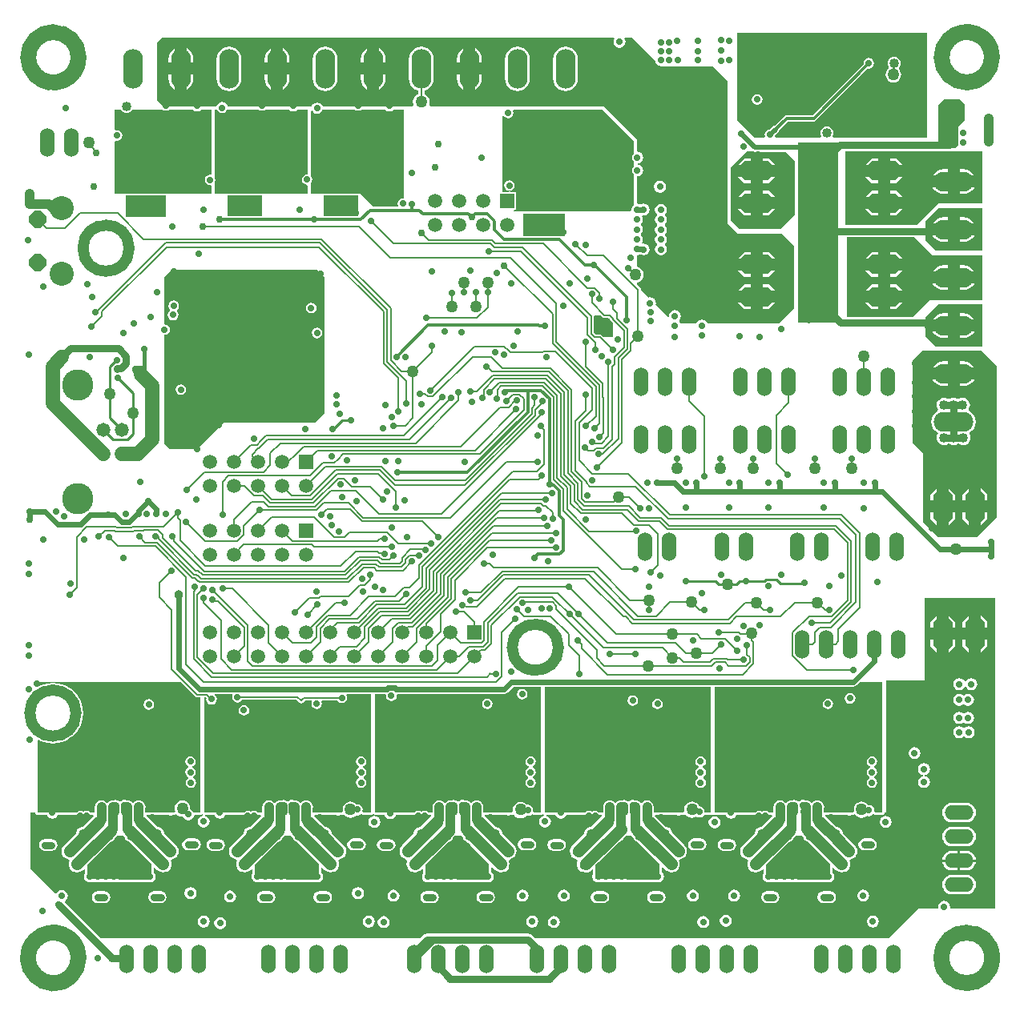
<source format=gbl>
G04 Layer_Physical_Order=4*
G04 Layer_Color=16711680*
%FSLAX24Y24*%
%MOIN*%
G70*
G01*
G75*
%ADD10C,0.0650*%
%ADD11C,0.0450*%
%ADD16C,0.0500*%
%ADD68C,0.0240*%
%ADD69C,0.0080*%
%ADD70C,0.0200*%
%ADD71C,0.0120*%
%ADD72C,0.0500*%
%ADD73C,0.0100*%
%ADD74C,0.0160*%
%ADD75C,0.0400*%
%ADD76C,0.0070*%
%ADD78C,0.0290*%
%ADD79C,0.0320*%
%ADD80C,0.0250*%
%ADD81C,0.0300*%
%ADD84R,0.0591X0.0591*%
%ADD85C,0.0591*%
%ADD86O,0.1200X0.0600*%
%ADD87O,0.1650X0.0825*%
%ADD88P,0.0758X8X292.5*%
%ADD89C,0.1000*%
%ADD90O,0.0600X0.1200*%
%ADD91C,0.0580*%
%ADD92C,0.1305*%
G04:AMPARAMS|DCode=93|XSize=133mil|YSize=83mil|CornerRadius=0mil|HoleSize=0mil|Usage=FLASHONLY|Rotation=270.000|XOffset=0mil|YOffset=0mil|HoleType=Round|Shape=Octagon|*
%AMOCTAGOND93*
4,1,8,-0.0208,-0.0665,0.0208,-0.0665,0.0415,-0.0458,0.0415,0.0458,0.0208,0.0665,-0.0208,0.0665,-0.0415,0.0458,-0.0415,-0.0458,-0.0208,-0.0665,0.0*
%
%ADD93OCTAGOND93*%

G04:AMPARAMS|DCode=94|XSize=133mil|YSize=83mil|CornerRadius=0mil|HoleSize=0mil|Usage=FLASHONLY|Rotation=180.000|XOffset=0mil|YOffset=0mil|HoleType=Round|Shape=Octagon|*
%AMOCTAGOND94*
4,1,8,-0.0665,0.0208,-0.0665,-0.0208,-0.0458,-0.0415,0.0458,-0.0415,0.0665,-0.0208,0.0665,0.0208,0.0458,0.0415,-0.0458,0.0415,-0.0665,0.0208,0.0*
%
%ADD94OCTAGOND94*%

%ADD95O,0.0825X0.1650*%
%ADD96C,0.0290*%
%ADD97C,0.0400*%
%ADD98C,0.0300*%
%ADD99C,0.0340*%
%ADD100C,0.0380*%
%ADD101C,0.0250*%
%ADD118C,0.0600*%
G36*
X37850Y40030D02*
X37850Y35659D01*
X33938Y35659D01*
X33934Y35667D01*
X33918Y35709D01*
X33943Y35770D01*
X33952Y35840D01*
X33943Y35910D01*
X33916Y35976D01*
X33873Y36033D01*
X33816Y36076D01*
X33750Y36103D01*
X33680Y36112D01*
X33610Y36103D01*
X33544Y36076D01*
X33487Y36033D01*
X33444Y35976D01*
X33417Y35910D01*
X33408Y35840D01*
X33417Y35770D01*
X33442Y35709D01*
X33426Y35667D01*
X33422Y35659D01*
X31550Y35659D01*
X31517Y35709D01*
X31523Y35738D01*
X31656Y35871D01*
X31693Y35927D01*
X31703Y35975D01*
X32061Y36334D01*
X33137D01*
X33187Y36344D01*
X33230Y36373D01*
X35394Y38536D01*
X35420Y38531D01*
X35504Y38547D01*
X35575Y38595D01*
X35623Y38666D01*
X35639Y38750D01*
X35623Y38834D01*
X35575Y38905D01*
X35504Y38953D01*
X35420Y38969D01*
X35336Y38953D01*
X35265Y38905D01*
X35217Y38834D01*
X35201Y38750D01*
X35206Y38724D01*
X33082Y36599D01*
X32007D01*
X31956Y36589D01*
X31913Y36560D01*
X31515Y36163D01*
X31467Y36153D01*
X31411Y36116D01*
X31278Y35983D01*
X31226Y35973D01*
X31155Y35925D01*
X31107Y35854D01*
X31091Y35770D01*
X31103Y35709D01*
X31070Y35659D01*
X30646D01*
X30635Y35674D01*
X29950Y36358D01*
X29950Y39550D01*
Y40030D01*
X37850Y40030D01*
D02*
G37*
G36*
X16080Y33160D02*
X16042Y33129D01*
X15958Y33113D01*
X15887Y33065D01*
X15839Y32994D01*
X15823Y32910D01*
X15839Y32826D01*
X15847Y32814D01*
X15824Y32770D01*
X14830D01*
X14280Y33320D01*
X12220D01*
Y33770D01*
X12256Y33824D01*
X12272Y33907D01*
X12256Y33991D01*
X12220Y34045D01*
Y36752D01*
X12266Y36783D01*
X12270Y36782D01*
X12315Y36715D01*
X12386Y36667D01*
X12470Y36651D01*
X12554Y36667D01*
X12625Y36715D01*
X12673Y36786D01*
X12679Y36820D01*
X14047D01*
X14096Y36787D01*
X14180Y36771D01*
X14264Y36787D01*
X14313Y36820D01*
X15322D01*
X15325Y36815D01*
X15396Y36767D01*
X15480Y36751D01*
X15564Y36767D01*
X15635Y36815D01*
X15638Y36820D01*
X16080D01*
Y33160D01*
D02*
G37*
G36*
X12080Y34149D02*
X12053Y34127D01*
X11969Y34110D01*
X11898Y34062D01*
X11851Y33991D01*
X11834Y33907D01*
X11851Y33824D01*
X11898Y33752D01*
X11969Y33705D01*
X12053Y33688D01*
X12080Y33666D01*
Y33320D01*
X8200D01*
Y33783D01*
X8220Y33814D01*
X8237Y33898D01*
X8220Y33982D01*
X8200Y34012D01*
Y36820D01*
X8315D01*
X8317Y36806D01*
X8365Y36735D01*
X8436Y36687D01*
X8520Y36671D01*
X8604Y36687D01*
X8675Y36735D01*
X8723Y36806D01*
X8725Y36820D01*
X10047D01*
X10096Y36787D01*
X10180Y36771D01*
X10264Y36787D01*
X10313Y36820D01*
X11322D01*
X11325Y36815D01*
X11396Y36767D01*
X11480Y36751D01*
X11564Y36767D01*
X11635Y36815D01*
X11638Y36820D01*
X12080D01*
Y34149D01*
D02*
G37*
G36*
X8090Y34142D02*
X8051Y34110D01*
X8018Y34117D01*
X7934Y34100D01*
X7863Y34053D01*
X7815Y33982D01*
X7799Y33898D01*
X7815Y33814D01*
X7863Y33743D01*
X7934Y33695D01*
X8018Y33678D01*
X8051Y33685D01*
X8090Y33653D01*
Y33320D01*
X4060D01*
Y35493D01*
X4110Y35531D01*
X4160Y35521D01*
X4244Y35537D01*
X4315Y35585D01*
X4363Y35656D01*
X4379Y35740D01*
X4363Y35824D01*
X4315Y35895D01*
X4244Y35943D01*
X4160Y35959D01*
X4110Y35949D01*
X4060Y35987D01*
Y36820D01*
X4322D01*
X4324Y36814D01*
X4367Y36757D01*
X4424Y36714D01*
X4490Y36687D01*
X4560Y36678D01*
X4630Y36687D01*
X4696Y36714D01*
X4753Y36757D01*
X4796Y36814D01*
X4798Y36820D01*
X6047D01*
X6096Y36787D01*
X6180Y36771D01*
X6264Y36787D01*
X6313Y36820D01*
X7322D01*
X7325Y36815D01*
X7396Y36767D01*
X7480Y36751D01*
X7564Y36767D01*
X7635Y36815D01*
X7638Y36820D01*
X8090D01*
Y34142D01*
D02*
G37*
G36*
X24340Y36820D02*
X25660Y35500D01*
Y35002D01*
X25635Y34985D01*
X25587Y34914D01*
X25571Y34830D01*
X25587Y34746D01*
X25635Y34675D01*
X25660Y34658D01*
Y34462D01*
X25635Y34445D01*
X25587Y34374D01*
X25571Y34290D01*
X25587Y34206D01*
X25635Y34135D01*
X25660Y34118D01*
X25660Y32845D01*
X25615Y32815D01*
X25567Y32744D01*
X25551Y32660D01*
X25555Y32639D01*
X25523Y32600D01*
X20658D01*
X20647Y32615D01*
X20673Y32665D01*
X20745D01*
Y33395D01*
X20535D01*
X20495Y33419D01*
X20495Y33419D01*
X20495D01*
X20493Y33445D01*
X20496Y33446D01*
X20554Y33457D01*
X20625Y33505D01*
X20673Y33576D01*
X20689Y33660D01*
X20673Y33744D01*
X20625Y33815D01*
X20554Y33863D01*
X20470Y33879D01*
X20386Y33863D01*
X20315Y33815D01*
X20267Y33744D01*
X20251Y33660D01*
X20267Y33576D01*
X20315Y33505D01*
X20386Y33457D01*
X20444Y33446D01*
X20447Y33445D01*
X20445Y33419D01*
X20445D01*
X20445Y33419D01*
X20405Y33395D01*
X20190D01*
Y36547D01*
X20240Y36562D01*
X20265Y36525D01*
X20336Y36477D01*
X20420Y36461D01*
X20504Y36477D01*
X20575Y36525D01*
X20623Y36596D01*
X20639Y36680D01*
X20623Y36764D01*
X20615Y36776D01*
X20638Y36820D01*
X24340Y36820D01*
D02*
G37*
G36*
X39429Y37021D02*
Y36388D01*
X39154Y36112D01*
Y35344D01*
X39016Y35207D01*
X38297D01*
Y36978D01*
X38556Y37237D01*
X39213D01*
X39429Y37021D01*
D02*
G37*
G36*
X40140Y32910D02*
X38300D01*
X37400Y32010D01*
X34460D01*
Y35100D01*
X35376D01*
X35400Y35095D01*
X35424Y35100D01*
X36346D01*
X36370Y35095D01*
X36394Y35100D01*
X37526D01*
X37550Y35095D01*
X37574Y35100D01*
X38822D01*
X38848Y35095D01*
X38875Y35100D01*
X40140D01*
Y32910D01*
D02*
G37*
G36*
X24816Y39810D02*
X24839Y39766D01*
X24819Y39736D01*
X24800Y39640D01*
X24819Y39544D01*
X24873Y39463D01*
X24954Y39409D01*
X25050Y39390D01*
X25146Y39409D01*
X25227Y39463D01*
X25281Y39544D01*
X25300Y39640D01*
X25281Y39736D01*
X25261Y39766D01*
X25284Y39810D01*
X25570D01*
X26538Y38842D01*
X26549Y38784D01*
X26603Y38703D01*
X26684Y38649D01*
X26742Y38638D01*
X26750Y38630D01*
X28281Y38630D01*
X28330Y38620D01*
X28379Y38630D01*
X28930Y38630D01*
X29540Y38020D01*
Y32080D01*
X29970Y31650D01*
X31830D01*
X32330Y31150D01*
Y28540D01*
X31720Y27930D01*
X28708D01*
X28657Y28007D01*
X28576Y28061D01*
X28480Y28080D01*
X28384Y28061D01*
X28303Y28007D01*
X28252Y27930D01*
X27581D01*
X27537Y27997D01*
Y28043D01*
X27591Y28124D01*
X27610Y28220D01*
X27591Y28316D01*
X27537Y28397D01*
X27456Y28451D01*
X27360Y28470D01*
X27264Y28451D01*
X27183Y28397D01*
X27129Y28316D01*
X27110Y28220D01*
X27113Y28208D01*
X27066Y28184D01*
X26561Y28689D01*
X26576Y28766D01*
X26557Y28862D01*
X26503Y28943D01*
X26422Y28997D01*
X26326Y29016D01*
X26250Y29000D01*
X25945Y29305D01*
Y29311D01*
X25945Y29311D01*
X25934Y29364D01*
X25904Y29408D01*
X25904Y29408D01*
X25780Y29533D01*
Y29608D01*
X25790Y29610D01*
X25875Y29645D01*
X25948Y29701D01*
X26005Y29774D01*
X26040Y29859D01*
X26052Y29951D01*
X26040Y30042D01*
X26005Y30127D01*
X25948Y30200D01*
X25875Y30257D01*
X25790Y30292D01*
X25780Y30293D01*
Y30762D01*
X25866Y30779D01*
X25875Y30786D01*
X25940D01*
X25964Y30769D01*
X26060Y30750D01*
X26156Y30769D01*
X26237Y30823D01*
X26291Y30904D01*
X26310Y31000D01*
X26291Y31096D01*
X26237Y31177D01*
X26156Y31231D01*
X26060Y31250D01*
X26002Y31238D01*
X25973Y31279D01*
X25972Y31284D01*
X26001Y31327D01*
X26020Y31423D01*
X26001Y31518D01*
X25947Y31599D01*
X25940Y31610D01*
Y31647D01*
X25947Y31659D01*
X26001Y31739D01*
X26020Y31835D01*
X26001Y31931D01*
X25947Y32011D01*
X25940Y32023D01*
Y32060D01*
X25947Y32071D01*
X26001Y32152D01*
X26020Y32248D01*
X26001Y32343D01*
X25979Y32375D01*
X26009Y32420D01*
X26060Y32410D01*
X26156Y32429D01*
X26237Y32483D01*
X26291Y32564D01*
X26310Y32660D01*
X26291Y32756D01*
X26237Y32837D01*
X26156Y32891D01*
X26060Y32910D01*
X25964Y32891D01*
X25955Y32884D01*
X25875D01*
X25866Y32891D01*
X25780Y32908D01*
Y34032D01*
X25790Y34040D01*
X25886Y34059D01*
X25967Y34113D01*
X26021Y34194D01*
X26040Y34290D01*
X26021Y34386D01*
X25967Y34467D01*
X25886Y34521D01*
X25817Y34535D01*
Y34585D01*
X25886Y34599D01*
X25967Y34653D01*
X26021Y34734D01*
X26040Y34830D01*
X26021Y34926D01*
X25967Y35007D01*
X25886Y35061D01*
X25790Y35080D01*
X25780Y35088D01*
Y35570D01*
X25280Y36070D01*
X24390Y36960D01*
X17164D01*
X17131Y37010D01*
X17151Y37059D01*
X17163Y37150D01*
X17151Y37241D01*
X17116Y37327D01*
X17060Y37400D01*
X16987Y37456D01*
X16953Y37470D01*
Y37616D01*
X17058Y37660D01*
X17166Y37742D01*
X17248Y37849D01*
X17299Y37974D01*
X17317Y38108D01*
Y38932D01*
X17299Y39066D01*
X17248Y39191D01*
X17166Y39298D01*
X17058Y39380D01*
X16934Y39432D01*
X16800Y39449D01*
X16666Y39432D01*
X16542Y39380D01*
X16434Y39298D01*
X16352Y39191D01*
X16301Y39066D01*
X16283Y38932D01*
Y38108D01*
X16301Y37974D01*
X16352Y37849D01*
X16434Y37742D01*
X16542Y37660D01*
X16666Y37608D01*
X16667Y37608D01*
Y37470D01*
X16633Y37456D01*
X16560Y37400D01*
X16504Y37327D01*
X16469Y37241D01*
X16457Y37150D01*
X16469Y37059D01*
X16489Y37010D01*
X16456Y36960D01*
X12702D01*
X12701Y36966D01*
X12647Y37047D01*
X12566Y37101D01*
X12470Y37120D01*
X12374Y37101D01*
X12293Y37047D01*
X12239Y36966D01*
X12238Y36960D01*
X8756D01*
X8751Y36986D01*
X8697Y37067D01*
X8616Y37121D01*
X8520Y37140D01*
X8424Y37121D01*
X8343Y37067D01*
X8289Y36986D01*
X8284Y36960D01*
X6080D01*
X5820Y37220D01*
Y39600D01*
X6030Y39810D01*
X24120D01*
X24816Y39810D01*
D02*
G37*
G36*
X14180Y32387D02*
X13961D01*
X13956Y32388D01*
X13890D01*
X13886Y32387D01*
X13666D01*
X13661Y32388D01*
X13595D01*
X13590Y32387D01*
X13370D01*
X13365Y32388D01*
X13300D01*
X13295Y32387D01*
X13075D01*
X13070Y32388D01*
X13005D01*
X13000Y32387D01*
X12780D01*
X12775Y32388D01*
X12752D01*
Y33249D01*
X14180D01*
Y32387D01*
D02*
G37*
G36*
X10180Y32380D02*
X8740D01*
Y33249D01*
X10180D01*
Y32380D01*
D02*
G37*
G36*
X6190Y32360D02*
X4530D01*
Y33240D01*
X6190D01*
Y32360D01*
D02*
G37*
G36*
X30602Y35077D02*
X30680Y35061D01*
X31959D01*
X32350Y34670D01*
Y32450D01*
X31740Y31840D01*
X30040D01*
X29680Y32200D01*
Y34430D01*
X30340Y35090D01*
X30582D01*
X30602Y35077D01*
D02*
G37*
G36*
X22795Y31564D02*
X21035D01*
Y32474D01*
X22795D01*
Y31564D01*
D02*
G37*
G36*
X40140Y32710D02*
X40140Y30940D01*
X38210Y30940D01*
X37780Y31370D01*
Y32190D01*
X38300Y32710D01*
X40140Y32710D01*
D02*
G37*
G36*
X38090Y30740D02*
X40140Y30740D01*
Y28900D01*
X37960Y28900D01*
X37260Y28200D01*
X34500D01*
Y31510D01*
X37320D01*
X38090Y30740D01*
D02*
G37*
G36*
X34140Y28580D02*
Y27950D01*
X32480D01*
Y35450D01*
X34140D01*
Y28580D01*
D02*
G37*
G36*
X24350Y28176D02*
X24385Y28153D01*
X24426Y28145D01*
X24588D01*
X24663Y28070D01*
X24668Y28043D01*
X24692Y28008D01*
X24764Y27936D01*
Y27362D01*
X24384D01*
X24312Y27434D01*
X24277Y27457D01*
X24236Y27466D01*
X24053D01*
X23981Y27538D01*
Y28212D01*
X23981Y28212D01*
X23981Y28213D01*
X24013Y28252D01*
X24274D01*
X24350Y28176D01*
D02*
G37*
G36*
X40140Y28710D02*
X40140Y26940D01*
X38210Y26940D01*
X37780Y27370D01*
Y28190D01*
X38300Y28710D01*
X40140Y28710D01*
D02*
G37*
G36*
X12790Y29840D02*
Y24190D01*
X12400Y23800D01*
X8590D01*
X7470Y22680D01*
X6340D01*
X6110Y22910D01*
Y27424D01*
X6130Y27441D01*
X6214Y27457D01*
X6285Y27505D01*
X6333Y27576D01*
X6349Y27660D01*
X6333Y27744D01*
X6285Y27815D01*
X6214Y27863D01*
X6130Y27879D01*
X6110Y27896D01*
Y29850D01*
X6410Y30150D01*
X12480Y30150D01*
X12790Y29840D01*
D02*
G37*
G36*
X40110Y26770D02*
X40740Y26140D01*
X40740Y19820D01*
X39930Y19010D01*
X38310D01*
X37690Y19630D01*
X37690Y22520D01*
X37250Y22960D01*
X37250Y26360D01*
X37660Y26770D01*
X37910Y26770D01*
X40110Y26770D01*
D02*
G37*
G36*
X21780Y7560D02*
X21487D01*
X21449Y7610D01*
X21459Y7660D01*
X21443Y7744D01*
X21395Y7815D01*
X21324Y7863D01*
X21240Y7879D01*
X21190Y7869D01*
X21168Y7898D01*
X21101Y7950D01*
X21024Y7982D01*
X20940Y7993D01*
X20856Y7982D01*
X20779Y7950D01*
X20712Y7898D01*
X20660Y7831D01*
X20628Y7754D01*
X20617Y7670D01*
X20625Y7610D01*
X20590Y7560D01*
X19728Y7560D01*
X19681Y7569D01*
X19635Y7560D01*
X19384D01*
Y7755D01*
X19390Y7790D01*
X19374Y7874D01*
X19350Y7910D01*
X19347Y7916D01*
X19335Y7932D01*
X19326Y7945D01*
X19324Y7947D01*
X19304Y7973D01*
X19247Y8016D01*
X19182Y8043D01*
X19111Y8052D01*
X19041Y8043D01*
X18975Y8016D01*
X18919Y7973D01*
X18913Y7965D01*
X18850D01*
X18834Y7987D01*
X18777Y8030D01*
X18712Y8057D01*
X18641Y8067D01*
X18601Y8061D01*
X18599Y8063D01*
X18567Y8069D01*
X18535Y8078D01*
X18525Y8077D01*
X18515Y8079D01*
X18483Y8073D01*
X18450Y8069D01*
X18441Y8064D01*
X18432Y8063D01*
X18404Y8044D01*
X18375Y8028D01*
X18369Y8020D01*
X18367Y8020D01*
X18345Y8015D01*
X18326D01*
X18303Y8020D01*
X18239Y8063D01*
X18155Y8079D01*
X18072Y8063D01*
X18069Y8061D01*
X18027Y8067D01*
X17957Y8057D01*
X17891Y8030D01*
X17835Y7987D01*
X17818Y7965D01*
X17755D01*
X17750Y7973D01*
X17693Y8016D01*
X17628Y8043D01*
X17557Y8052D01*
X17487Y8043D01*
X17421Y8016D01*
X17365Y7973D01*
X17321Y7916D01*
X17294Y7850D01*
X17285Y7780D01*
Y7560D01*
X17110D01*
X17106Y7565D01*
X17035Y7613D01*
X16951Y7629D01*
X16867Y7613D01*
X16816Y7578D01*
X16765Y7613D01*
X16681Y7629D01*
X16597Y7613D01*
X16526Y7565D01*
X16523Y7560D01*
X14880D01*
X14880Y12496D01*
X15308D01*
X15349Y12446D01*
X15342Y12411D01*
X15359Y12328D01*
X15406Y12256D01*
X15477Y12209D01*
X15561Y12192D01*
X15645Y12209D01*
X15716Y12256D01*
X15764Y12328D01*
X15780Y12411D01*
X15773Y12446D01*
X15814Y12496D01*
X20260D01*
X20334Y12511D01*
X20397Y12553D01*
X20635Y12791D01*
X21780D01*
X21780Y7560D01*
D02*
G37*
G36*
X14720D02*
X14384D01*
X14355Y7610D01*
X14369Y7680D01*
X14353Y7764D01*
X14305Y7835D01*
X14234Y7883D01*
X14150Y7899D01*
X14102Y7890D01*
X14088Y7908D01*
X14021Y7960D01*
X13944Y7992D01*
X13860Y8003D01*
X13776Y7992D01*
X13699Y7960D01*
X13632Y7908D01*
X13580Y7841D01*
X13548Y7764D01*
X13537Y7680D01*
X13546Y7610D01*
X13516Y7560D01*
X12636Y7560D01*
X12590Y7569D01*
X12544Y7560D01*
X12292D01*
Y7755D01*
X12299Y7790D01*
X12283Y7874D01*
X12258Y7910D01*
X12256Y7916D01*
X12244Y7932D01*
X12235Y7945D01*
X12232Y7947D01*
X12213Y7973D01*
X12156Y8016D01*
X12090Y8043D01*
X12020Y8052D01*
X11950Y8043D01*
X11884Y8016D01*
X11827Y7973D01*
X11822Y7965D01*
X11759D01*
X11743Y7987D01*
X11686Y8030D01*
X11620Y8057D01*
X11550Y8067D01*
X11510Y8061D01*
X11508Y8063D01*
X11476Y8069D01*
X11444Y8078D01*
X11434Y8077D01*
X11424Y8079D01*
X11392Y8073D01*
X11359Y8069D01*
X11350Y8064D01*
X11340Y8063D01*
X11313Y8044D01*
X11284Y8028D01*
X11277Y8020D01*
X11276Y8020D01*
X11253Y8015D01*
X11235D01*
X11212Y8020D01*
X11148Y8063D01*
X11064Y8079D01*
X10980Y8063D01*
X10978Y8061D01*
X10936Y8067D01*
X10866Y8057D01*
X10800Y8030D01*
X10743Y7987D01*
X10727Y7965D01*
X10664D01*
X10659Y7973D01*
X10602Y8016D01*
X10537Y8043D01*
X10466Y8052D01*
X10396Y8043D01*
X10330Y8016D01*
X10273Y7973D01*
X10230Y7916D01*
X10203Y7850D01*
X10194Y7780D01*
Y7560D01*
X10018D01*
X10015Y7565D01*
X9944Y7613D01*
X9860Y7629D01*
X9776Y7613D01*
X9725Y7578D01*
X9674Y7613D01*
X9590Y7629D01*
X9506Y7613D01*
X9435Y7565D01*
X9432Y7560D01*
X7770D01*
X7770Y12348D01*
X7834D01*
X7868Y12308D01*
X7861Y12270D01*
X7877Y12186D01*
X7925Y12115D01*
X7996Y12067D01*
X8080Y12051D01*
X8164Y12067D01*
X8235Y12115D01*
X8283Y12186D01*
X8299Y12270D01*
X8283Y12354D01*
X8235Y12425D01*
X8203Y12446D01*
X8218Y12496D01*
X8938D01*
X8962Y12452D01*
X8951Y12437D01*
X8935Y12353D01*
X8951Y12269D01*
X8999Y12198D01*
X9070Y12150D01*
X9154Y12134D01*
X9238Y12150D01*
X9309Y12198D01*
X9338Y12241D01*
X11614D01*
X11724Y12131D01*
X11761Y12106D01*
X11804Y12098D01*
X11847Y12106D01*
X11883Y12131D01*
X11975Y12223D01*
X12238D01*
X12262Y12179D01*
X12252Y12164D01*
X12235Y12080D01*
X12252Y11996D01*
X12299Y11925D01*
X12370Y11877D01*
X12454Y11861D01*
X12538Y11877D01*
X12609Y11925D01*
X12657Y11996D01*
X12673Y12080D01*
X12657Y12164D01*
X12647Y12179D01*
X12670Y12223D01*
X13316D01*
X13345Y12180D01*
X13416Y12132D01*
X13500Y12116D01*
X13584Y12132D01*
X13655Y12180D01*
X13703Y12251D01*
X13719Y12335D01*
X13703Y12419D01*
X13684Y12446D01*
X13711Y12496D01*
X14720D01*
X14720Y7560D01*
D02*
G37*
G36*
X6796Y13000D02*
X7415Y12381D01*
X7415Y12381D01*
X7452Y12356D01*
X7495Y12348D01*
X7630D01*
X7630Y7560D01*
X7323D01*
X7323Y7564D01*
X7275Y7635D01*
X7204Y7683D01*
X7187Y7686D01*
X7193Y7730D01*
X7182Y7814D01*
X7150Y7891D01*
X7098Y7958D01*
X7031Y8010D01*
X6954Y8042D01*
X6870Y8053D01*
X6786Y8042D01*
X6709Y8010D01*
X6642Y7958D01*
X6590Y7891D01*
X6558Y7814D01*
X6547Y7730D01*
X6558Y7646D01*
X6573Y7610D01*
X6540Y7560D01*
X5668Y7560D01*
X5621Y7569D01*
X5575Y7560D01*
X5324D01*
Y7755D01*
X5331Y7790D01*
X5314Y7874D01*
X5290Y7910D01*
X5287Y7916D01*
X5275Y7932D01*
X5266Y7945D01*
X5264Y7947D01*
X5244Y7973D01*
X5188Y8016D01*
X5122Y8043D01*
X5051Y8052D01*
X4981Y8043D01*
X4915Y8016D01*
X4859Y7973D01*
X4853Y7965D01*
X4790D01*
X4774Y7987D01*
X4718Y8030D01*
X4652Y8057D01*
X4581Y8067D01*
X4541Y8061D01*
X4540Y8063D01*
X4507Y8069D01*
X4475Y8078D01*
X4465Y8077D01*
X4456Y8079D01*
X4423Y8073D01*
X4390Y8069D01*
X4381Y8064D01*
X4372Y8063D01*
X4344Y8044D01*
X4315Y8028D01*
X4309Y8020D01*
X4308Y8020D01*
X4285Y8015D01*
X4251D01*
X4180Y8063D01*
X4096Y8079D01*
X4012Y8063D01*
X4010Y8061D01*
X3967Y8067D01*
X3897Y8057D01*
X3831Y8030D01*
X3775Y7987D01*
X3758Y7965D01*
X3695D01*
X3690Y7973D01*
X3634Y8016D01*
X3568Y8043D01*
X3497Y8052D01*
X3427Y8043D01*
X3361Y8016D01*
X3305Y7973D01*
X3262Y7916D01*
X3234Y7850D01*
X3225Y7780D01*
Y7560D01*
X3050D01*
X3046Y7565D01*
X2975Y7613D01*
X2891Y7629D01*
X2808Y7613D01*
X2756Y7578D01*
X2705Y7613D01*
X2621Y7629D01*
X2538Y7613D01*
X2466Y7565D01*
X2463Y7560D01*
X856D01*
X856Y10550D01*
X899Y10574D01*
X908Y10568D01*
X1091Y10493D01*
X1283Y10447D01*
X1480Y10431D01*
X1677Y10447D01*
X1869Y10493D01*
X2052Y10568D01*
X2220Y10672D01*
X2370Y10800D01*
X2498Y10950D01*
X2602Y11118D01*
X2677Y11301D01*
X2723Y11493D01*
X2739Y11690D01*
X2723Y11887D01*
X2677Y12079D01*
X2602Y12262D01*
X2498Y12430D01*
X2370Y12580D01*
X2220Y12708D01*
X2052Y12812D01*
X1869Y12887D01*
X1677Y12933D01*
X1480Y12949D01*
X1283Y12933D01*
X1091Y12887D01*
X908Y12812D01*
X899Y12806D01*
X856Y12830D01*
Y13000D01*
X6796Y13000D01*
D02*
G37*
G36*
X35991Y7560D02*
X35682D01*
X35641Y7610D01*
X35649Y7650D01*
X35633Y7734D01*
X35585Y7805D01*
X35514Y7853D01*
X35430Y7869D01*
X35385Y7860D01*
X35348Y7908D01*
X35281Y7960D01*
X35204Y7992D01*
X35120Y8003D01*
X35036Y7992D01*
X34959Y7960D01*
X34892Y7908D01*
X34840Y7841D01*
X34808Y7764D01*
X34797Y7680D01*
X34806Y7610D01*
X34776Y7560D01*
X33902Y7560D01*
X33856Y7569D01*
X33809Y7560D01*
X33558D01*
Y7755D01*
X33565Y7790D01*
X33548Y7874D01*
X33524Y7910D01*
X33522Y7916D01*
X33509Y7932D01*
X33501Y7945D01*
X33498Y7947D01*
X33478Y7973D01*
X33422Y8016D01*
X33356Y8043D01*
X33286Y8052D01*
X33215Y8043D01*
X33150Y8016D01*
X33093Y7973D01*
X33088Y7965D01*
X33025D01*
X33008Y7987D01*
X32952Y8030D01*
X32886Y8057D01*
X32816Y8067D01*
X32776Y8061D01*
X32774Y8063D01*
X32741Y8069D01*
X32710Y8078D01*
X32700Y8077D01*
X32690Y8079D01*
X32657Y8073D01*
X32624Y8069D01*
X32616Y8064D01*
X32606Y8063D01*
X32579Y8044D01*
X32549Y8028D01*
X32543Y8020D01*
X32542Y8020D01*
X32519Y8015D01*
X32501D01*
X32478Y8020D01*
X32414Y8063D01*
X32330Y8079D01*
X32246Y8063D01*
X32244Y8061D01*
X32202Y8067D01*
X32131Y8057D01*
X32066Y8030D01*
X32009Y7987D01*
X31993Y7965D01*
X31930D01*
X31924Y7973D01*
X31868Y8016D01*
X31802Y8043D01*
X31732Y8052D01*
X31661Y8043D01*
X31596Y8016D01*
X31539Y7973D01*
X31496Y7916D01*
X31469Y7850D01*
X31459Y7780D01*
Y7560D01*
X31284D01*
X31281Y7565D01*
X31210Y7613D01*
X31126Y7629D01*
X31042Y7613D01*
X30991Y7578D01*
X30940Y7613D01*
X30856Y7629D01*
X30772Y7613D01*
X30701Y7565D01*
X30697Y7560D01*
X29000D01*
X29000Y12791D01*
X34768D01*
X34842Y12806D01*
X34905Y12848D01*
X35057Y13000D01*
X35991D01*
X35991Y7560D01*
D02*
G37*
G36*
X28860Y7560D02*
X28614D01*
X28589Y7590D01*
X28573Y7674D01*
X28525Y7745D01*
X28454Y7793D01*
X28370Y7809D01*
X28363Y7808D01*
X28350Y7841D01*
X28298Y7908D01*
X28231Y7960D01*
X28154Y7992D01*
X28070Y8003D01*
X27986Y7992D01*
X27909Y7960D01*
X27842Y7908D01*
X27790Y7841D01*
X27758Y7764D01*
X27747Y7680D01*
X27756Y7610D01*
X27726Y7560D01*
X26813Y7560D01*
X26767Y7569D01*
X26721Y7560D01*
X26470D01*
Y7755D01*
X26476Y7790D01*
X26460Y7874D01*
X26436Y7910D01*
X26433Y7916D01*
X26421Y7932D01*
X26412Y7945D01*
X26410Y7947D01*
X26390Y7973D01*
X26333Y8016D01*
X26268Y8043D01*
X26197Y8052D01*
X26127Y8043D01*
X26061Y8016D01*
X26005Y7973D01*
X25999Y7965D01*
X25936D01*
X25920Y7987D01*
X25863Y8030D01*
X25798Y8057D01*
X25727Y8067D01*
X25687Y8061D01*
X25685Y8063D01*
X25653Y8069D01*
X25621Y8078D01*
X25611Y8077D01*
X25601Y8079D01*
X25569Y8073D01*
X25536Y8069D01*
X25527Y8064D01*
X25518Y8063D01*
X25490Y8044D01*
X25461Y8028D01*
X25455Y8020D01*
X25446Y8015D01*
X25412D01*
X25389Y8020D01*
X25325Y8063D01*
X25241Y8079D01*
X25158Y8063D01*
X25155Y8061D01*
X25113Y8067D01*
X25043Y8057D01*
X24977Y8030D01*
X24921Y7987D01*
X24904Y7965D01*
X24841D01*
X24836Y7973D01*
X24779Y8016D01*
X24714Y8043D01*
X24643Y8052D01*
X24573Y8043D01*
X24507Y8016D01*
X24451Y7973D01*
X24407Y7916D01*
X24380Y7850D01*
X24371Y7780D01*
Y7560D01*
X24196D01*
X24192Y7565D01*
X24121Y7613D01*
X24037Y7629D01*
X23953Y7613D01*
X23902Y7578D01*
X23851Y7613D01*
X23767Y7629D01*
X23683Y7613D01*
X23612Y7565D01*
X23609Y7560D01*
X21940D01*
X21940Y12791D01*
X28860D01*
X28860Y7560D01*
D02*
G37*
G36*
X40679Y3550D02*
X39300Y3550D01*
X38835D01*
X38804Y3589D01*
X38810Y3620D01*
X38791Y3716D01*
X38737Y3797D01*
X38656Y3851D01*
X38560Y3870D01*
X38464Y3851D01*
X38383Y3797D01*
X38329Y3716D01*
X38310Y3620D01*
X38316Y3589D01*
X38285Y3550D01*
X37500D01*
X36260Y2310D01*
X21543Y2310D01*
X21412Y2442D01*
X21331Y2496D01*
X21235Y2515D01*
X17055D01*
X16959Y2496D01*
X16878Y2442D01*
X16747Y2310D01*
X5860Y2310D01*
X3467Y2310D01*
X1974Y3803D01*
X1980Y3867D01*
X2027Y3898D01*
X2081Y3979D01*
X2100Y4075D01*
X2081Y4170D01*
X2027Y4251D01*
X1946Y4306D01*
X1850Y4325D01*
X1755Y4306D01*
X1674Y4251D01*
X1636Y4195D01*
X1575Y4185D01*
X560Y5200D01*
Y7560D01*
X754D01*
X761Y7521D01*
X784Y7488D01*
X817Y7466D01*
X856Y7458D01*
X1228D01*
X1231Y7444D01*
X1285Y7363D01*
X1366Y7309D01*
X1461Y7290D01*
X1557Y7309D01*
X1638Y7363D01*
X1692Y7444D01*
X1695Y7458D01*
X2463D01*
X2473Y7460D01*
X2483D01*
X2492Y7464D01*
X2502Y7466D01*
X2510Y7471D01*
X2520Y7475D01*
X2527Y7482D01*
X2535Y7488D01*
X2536Y7489D01*
X2577Y7516D01*
X2621Y7525D01*
X2666Y7516D01*
X2700Y7494D01*
X2700Y7494D01*
X2737Y7478D01*
X2776D01*
X2813Y7494D01*
X2813Y7494D01*
X2847Y7516D01*
X2891Y7525D01*
X2936Y7516D01*
X2977Y7489D01*
X2978Y7488D01*
X2986Y7482D01*
X2993Y7475D01*
X3002Y7471D01*
X3011Y7466D01*
X3021Y7464D01*
X3030Y7460D01*
X3040Y7460D01*
X3050Y7458D01*
X3154D01*
X3171Y7408D01*
X3142Y7386D01*
X2836Y7080D01*
X2803Y7055D01*
X2713Y6965D01*
X2684Y6961D01*
X2599Y6926D01*
X2526Y6870D01*
X2470Y6797D01*
X2435Y6711D01*
X2431Y6683D01*
X1943Y6195D01*
X1887Y6122D01*
X1851Y6036D01*
X1839Y5945D01*
X1851Y5854D01*
X1887Y5768D01*
X1917Y5729D01*
X1941Y5693D01*
X1977Y5669D01*
X2016Y5639D01*
X2101Y5604D01*
X2133Y5600D01*
X2165Y5545D01*
X2146Y5501D01*
X2134Y5410D01*
X2146Y5319D01*
X2172Y5256D01*
X2177Y5234D01*
X2231Y5153D01*
X2312Y5099D01*
X2334Y5095D01*
X2396Y5069D01*
X2487Y5057D01*
X2579Y5069D01*
X2664Y5104D01*
X2737Y5160D01*
X2776Y5199D01*
X2822Y5180D01*
Y5033D01*
X2791Y4986D01*
X2772Y4890D01*
X2791Y4794D01*
X2829Y4738D01*
X2830Y4732D01*
X2830Y4731D01*
X2830Y4731D01*
X2841Y4715D01*
X2852Y4698D01*
X2852Y4698D01*
X2852Y4698D01*
X2868Y4687D01*
X2885Y4676D01*
X2885Y4676D01*
X2885Y4676D01*
X2904Y4672D01*
X2908Y4671D01*
X2926Y4659D01*
X3021Y4640D01*
X3117Y4659D01*
X3128Y4666D01*
X3243Y4666D01*
X3252Y4659D01*
X3348Y4640D01*
X3444Y4659D01*
X3451Y4664D01*
X3573Y4663D01*
X3579Y4659D01*
X3675Y4640D01*
X3770Y4659D01*
X3774Y4662D01*
X3904Y4661D01*
X3906Y4659D01*
X4001Y4640D01*
X4097Y4659D01*
X4418Y4657D01*
X4501Y4640D01*
X4578Y4656D01*
X4768Y4654D01*
X4838Y4640D01*
X4903Y4653D01*
X5118Y4651D01*
X5175Y4640D01*
X5227Y4651D01*
X5468Y4649D01*
X5511Y4640D01*
X5607Y4659D01*
X5688Y4713D01*
X5742Y4794D01*
X5761Y4890D01*
X5742Y4986D01*
X5688Y5067D01*
X5666Y5081D01*
Y5241D01*
X5712Y5260D01*
X5812Y5160D01*
X5885Y5104D01*
X5970Y5069D01*
X6061Y5057D01*
X6153Y5069D01*
X6215Y5095D01*
X6237Y5099D01*
X6318Y5153D01*
X6372Y5234D01*
X6377Y5256D01*
X6402Y5319D01*
X6414Y5410D01*
X6402Y5501D01*
X6384Y5545D01*
X6416Y5600D01*
X6448Y5604D01*
X6533Y5639D01*
X6572Y5669D01*
X6608Y5693D01*
X6632Y5729D01*
X6662Y5768D01*
X6697Y5854D01*
X6709Y5945D01*
X6697Y6036D01*
X6662Y6122D01*
X6606Y6195D01*
X6121Y6680D01*
X6117Y6711D01*
X6081Y6797D01*
X6025Y6870D01*
X5952Y6926D01*
X5867Y6961D01*
X5836Y6965D01*
X5746Y7055D01*
X5713Y7080D01*
X5407Y7386D01*
X5378Y7408D01*
X5395Y7458D01*
X5575D01*
X5585Y7460D01*
X5595D01*
X5621Y7465D01*
X5648Y7460D01*
X5658D01*
X5668Y7458D01*
X6263Y7458D01*
X6276Y7449D01*
X6371Y7430D01*
X6467Y7449D01*
X6480Y7458D01*
X6540D01*
X6550Y7460D01*
X6560D01*
X6569Y7464D01*
X6579Y7466D01*
X6587Y7471D01*
X6597Y7475D01*
X6620Y7480D01*
X6650Y7458D01*
X6693Y7424D01*
X6779Y7389D01*
X6870Y7377D01*
X6892Y7380D01*
X6943Y7303D01*
X7024Y7249D01*
X7120Y7230D01*
X7216Y7249D01*
X7297Y7303D01*
X7351Y7384D01*
X7365Y7458D01*
X7630D01*
X7669Y7466D01*
X7684Y7476D01*
X7698Y7471D01*
X7710Y7463D01*
X7698Y7409D01*
X7654Y7401D01*
X7573Y7347D01*
X7519Y7266D01*
X7500Y7170D01*
X7519Y7074D01*
X7573Y6993D01*
X7654Y6939D01*
X7750Y6920D01*
X7846Y6939D01*
X7927Y6993D01*
X7981Y7074D01*
X8000Y7170D01*
X7981Y7266D01*
X7927Y7347D01*
X7846Y7401D01*
X7809Y7408D01*
X7814Y7458D01*
X8196D01*
X8199Y7444D01*
X8253Y7363D01*
X8334Y7309D01*
X8430Y7290D01*
X8526Y7309D01*
X8607Y7363D01*
X8661Y7444D01*
X8663Y7458D01*
X9432D01*
X9441Y7460D01*
X9452Y7460D01*
X9461Y7464D01*
X9471Y7466D01*
X9479Y7471D01*
X9488Y7475D01*
X9495Y7482D01*
X9504Y7488D01*
X9504Y7489D01*
X9546Y7516D01*
X9590Y7525D01*
X9634Y7516D01*
X9668Y7494D01*
X9668Y7494D01*
X9705Y7478D01*
X9745D01*
X9782Y7494D01*
X9782Y7494D01*
X9816Y7516D01*
X9860Y7525D01*
X9904Y7516D01*
X9946Y7489D01*
X9946Y7488D01*
X9955Y7482D01*
X9962Y7475D01*
X9971Y7471D01*
X9979Y7466D01*
X9989Y7464D01*
X9998Y7460D01*
X10008Y7460D01*
X10018Y7458D01*
X10122D01*
X10139Y7408D01*
X10110Y7386D01*
X9804Y7080D01*
X9771Y7055D01*
X9682Y6965D01*
X9653Y6961D01*
X9568Y6926D01*
X9495Y6870D01*
X9439Y6797D01*
X9403Y6711D01*
X9399Y6683D01*
X8911Y6195D01*
X8855Y6122D01*
X8820Y6036D01*
X8808Y5945D01*
X8820Y5854D01*
X8855Y5768D01*
X8885Y5729D01*
X8909Y5693D01*
X8945Y5669D01*
X8985Y5639D01*
X9070Y5604D01*
X9102Y5600D01*
X9133Y5545D01*
X9115Y5501D01*
X9103Y5410D01*
X9115Y5319D01*
X9141Y5256D01*
X9145Y5234D01*
X9199Y5153D01*
X9280Y5099D01*
X9302Y5095D01*
X9365Y5069D01*
X9456Y5057D01*
X9547Y5069D01*
X9633Y5104D01*
X9706Y5160D01*
X9745Y5199D01*
X9791Y5180D01*
Y5033D01*
X9759Y4986D01*
X9740Y4890D01*
X9759Y4794D01*
X9797Y4738D01*
X9798Y4732D01*
X9799Y4731D01*
X9799Y4731D01*
X9809Y4715D01*
X9820Y4698D01*
X9821Y4698D01*
X9821Y4698D01*
X9837Y4687D01*
X9853Y4676D01*
X9853Y4676D01*
X9854Y4676D01*
X9873Y4672D01*
X9876Y4671D01*
X9894Y4659D01*
X9990Y4640D01*
X10086Y4659D01*
X10096Y4666D01*
X10211Y4666D01*
X10221Y4659D01*
X10317Y4640D01*
X10412Y4659D01*
X10419Y4664D01*
X10542Y4663D01*
X10548Y4659D01*
X10643Y4640D01*
X10739Y4659D01*
X10742Y4662D01*
X10872Y4661D01*
X10874Y4659D01*
X10970Y4640D01*
X11065Y4659D01*
X11387Y4657D01*
X11470Y4640D01*
X11547Y4656D01*
X11737Y4654D01*
X11807Y4640D01*
X11871Y4653D01*
X12087Y4651D01*
X12143Y4640D01*
X12196Y4651D01*
X12437Y4649D01*
X12480Y4640D01*
X12576Y4659D01*
X12657Y4713D01*
X12711Y4794D01*
X12730Y4890D01*
X12711Y4986D01*
X12657Y5067D01*
X12635Y5081D01*
Y5241D01*
X12681Y5260D01*
X12780Y5160D01*
X12853Y5104D01*
X12939Y5069D01*
X13030Y5057D01*
X13121Y5069D01*
X13184Y5095D01*
X13206Y5099D01*
X13287Y5153D01*
X13341Y5234D01*
X13345Y5256D01*
X13371Y5319D01*
X13383Y5410D01*
X13371Y5501D01*
X13353Y5545D01*
X13384Y5600D01*
X13416Y5604D01*
X13502Y5639D01*
X13541Y5669D01*
X13577Y5693D01*
X13601Y5729D01*
X13631Y5768D01*
X13666Y5854D01*
X13678Y5945D01*
X13666Y6036D01*
X13631Y6122D01*
X13575Y6195D01*
X13089Y6680D01*
X13085Y6711D01*
X13050Y6797D01*
X12994Y6870D01*
X12921Y6926D01*
X12836Y6961D01*
X12804Y6965D01*
X12715Y7055D01*
X12682Y7080D01*
X12376Y7386D01*
X12347Y7408D01*
X12364Y7458D01*
X12544D01*
X12554Y7460D01*
X12564D01*
X12590Y7465D01*
X12616Y7460D01*
X12626D01*
X12636Y7458D01*
X13231Y7458D01*
X13244Y7449D01*
X13340Y7430D01*
X13436Y7449D01*
X13449Y7458D01*
X13516D01*
X13528Y7460D01*
X13540Y7461D01*
X13547Y7464D01*
X13555Y7466D01*
X13565Y7473D01*
X13575Y7477D01*
X13610Y7430D01*
X13683Y7374D01*
X13769Y7339D01*
X13860Y7327D01*
X13951Y7339D01*
X14037Y7374D01*
X14110Y7430D01*
X14115Y7437D01*
X14150Y7430D01*
X14246Y7449D01*
X14309Y7492D01*
X14312Y7488D01*
X14317Y7484D01*
X14322Y7479D01*
X14334Y7473D01*
X14345Y7466D01*
X14351Y7465D01*
X14357Y7462D01*
X14371Y7461D01*
X14384Y7458D01*
X14720D01*
X14759Y7466D01*
X14792Y7488D01*
X14836Y7469D01*
X14841Y7466D01*
X14880Y7458D01*
X15284D01*
X15290Y7424D01*
X15345Y7343D01*
X15426Y7289D01*
X15521Y7270D01*
X15617Y7289D01*
X15698Y7343D01*
X15752Y7424D01*
X15759Y7458D01*
X16523D01*
X16533Y7460D01*
X16543Y7460D01*
X16552Y7464D01*
X16562Y7466D01*
X16570Y7471D01*
X16579Y7475D01*
X16587Y7482D01*
X16595Y7488D01*
X16595Y7489D01*
X16637Y7516D01*
X16681Y7525D01*
X16725Y7516D01*
X16760Y7494D01*
X16760Y7494D01*
X16796Y7478D01*
X16836D01*
X16873Y7494D01*
X16873Y7494D01*
X16907Y7516D01*
X16951Y7525D01*
X16995Y7516D01*
X17037Y7489D01*
X17037Y7488D01*
X17046Y7482D01*
X17053Y7475D01*
X17062Y7471D01*
X17071Y7466D01*
X17080Y7464D01*
X17090Y7460D01*
X17100Y7460D01*
X17110Y7458D01*
X17213D01*
X17230Y7408D01*
X17201Y7386D01*
X16895Y7080D01*
X16863Y7055D01*
X16773Y6965D01*
X16744Y6961D01*
X16659Y6926D01*
X16586Y6870D01*
X16530Y6797D01*
X16494Y6711D01*
X16491Y6683D01*
X16003Y6195D01*
X15946Y6122D01*
X15911Y6036D01*
X15899Y5945D01*
X15911Y5854D01*
X15946Y5768D01*
X15977Y5729D01*
X16001Y5693D01*
X16036Y5669D01*
X16076Y5639D01*
X16161Y5604D01*
X16193Y5600D01*
X16224Y5545D01*
X16206Y5501D01*
X16194Y5410D01*
X16206Y5319D01*
X16232Y5256D01*
X16236Y5234D01*
X16291Y5153D01*
X16372Y5099D01*
X16393Y5095D01*
X16456Y5069D01*
X16547Y5057D01*
X16639Y5069D01*
X16724Y5104D01*
X16797Y5160D01*
X16826Y5189D01*
X16872Y5170D01*
Y5018D01*
X16850Y4986D01*
X16831Y4890D01*
X16850Y4794D01*
X16874Y4759D01*
X16876Y4751D01*
X16880Y4732D01*
X16880Y4731D01*
X16880Y4731D01*
X16891Y4715D01*
X16901Y4698D01*
X16902Y4698D01*
X16902Y4698D01*
X16918Y4687D01*
X16934Y4676D01*
X16935Y4676D01*
X16935Y4676D01*
X16954Y4672D01*
X16972Y4668D01*
X16986Y4659D01*
X17081Y4640D01*
X17177Y4659D01*
X17188Y4666D01*
X17303Y4666D01*
X17312Y4659D01*
X17408Y4640D01*
X17503Y4659D01*
X17511Y4664D01*
X17633Y4663D01*
X17639Y4659D01*
X17735Y4640D01*
X17830Y4659D01*
X17834Y4662D01*
X17964Y4661D01*
X17966Y4659D01*
X18061Y4640D01*
X18156Y4659D01*
X18479Y4657D01*
X18561Y4640D01*
X18638Y4655D01*
X18829Y4654D01*
X18898Y4640D01*
X18962Y4653D01*
X19179Y4651D01*
X19235Y4640D01*
X19286Y4651D01*
X19529Y4649D01*
X19571Y4640D01*
X19667Y4659D01*
X19748Y4713D01*
X19802Y4794D01*
X19821Y4890D01*
X19802Y4986D01*
X19748Y5067D01*
X19716Y5088D01*
Y5251D01*
X19762Y5270D01*
X19872Y5160D01*
X19945Y5104D01*
X20030Y5069D01*
X20121Y5057D01*
X20213Y5069D01*
X20275Y5095D01*
X20297Y5099D01*
X20378Y5153D01*
X20432Y5234D01*
X20436Y5256D01*
X20462Y5319D01*
X20474Y5410D01*
X20462Y5501D01*
X20444Y5545D01*
X20476Y5600D01*
X20508Y5604D01*
X20593Y5639D01*
X20632Y5669D01*
X20668Y5693D01*
X20692Y5729D01*
X20722Y5768D01*
X20757Y5854D01*
X20769Y5945D01*
X20757Y6036D01*
X20722Y6122D01*
X20666Y6195D01*
X20181Y6680D01*
X20176Y6711D01*
X20141Y6797D01*
X20085Y6870D01*
X20012Y6926D01*
X19927Y6961D01*
X19895Y6965D01*
X19806Y7055D01*
X19773Y7080D01*
X19467Y7386D01*
X19438Y7408D01*
X19455Y7458D01*
X19635D01*
X19645Y7460D01*
X19655D01*
X19681Y7465D01*
X19708Y7460D01*
X19718D01*
X19728Y7458D01*
X20322Y7458D01*
X20336Y7449D01*
X20431Y7430D01*
X20527Y7449D01*
X20540Y7458D01*
X20590D01*
X20599Y7460D01*
X20608Y7460D01*
X20618Y7464D01*
X20629Y7466D01*
X20637Y7471D01*
X20645Y7474D01*
X20649Y7474D01*
X20690Y7420D01*
X20763Y7364D01*
X20849Y7329D01*
X20940Y7317D01*
X21031Y7329D01*
X21117Y7364D01*
X21189Y7420D01*
X21240Y7410D01*
X21336Y7429D01*
X21417Y7483D01*
X21436Y7472D01*
X21443Y7470D01*
X21448Y7466D01*
X21461Y7463D01*
X21474Y7459D01*
X21481Y7459D01*
X21487Y7458D01*
X21780D01*
X21819Y7466D01*
X21852Y7488D01*
X21852Y7488D01*
X21868D01*
X21901Y7466D01*
X21913Y7463D01*
Y7412D01*
X21854Y7401D01*
X21773Y7347D01*
X21719Y7266D01*
X21700Y7170D01*
X21719Y7074D01*
X21773Y6993D01*
X21854Y6939D01*
X21950Y6920D01*
X22046Y6939D01*
X22127Y6993D01*
X22181Y7074D01*
X22200Y7170D01*
X22181Y7266D01*
X22127Y7347D01*
X22046Y7401D01*
X22009Y7408D01*
X22014Y7458D01*
X22374D01*
X22376Y7444D01*
X22431Y7363D01*
X22512Y7309D01*
X22607Y7290D01*
X22703Y7309D01*
X22784Y7363D01*
X22838Y7444D01*
X22841Y7458D01*
X23609D01*
X23619Y7460D01*
X23629Y7460D01*
X23638Y7464D01*
X23648Y7466D01*
X23656Y7471D01*
X23665Y7475D01*
X23673Y7482D01*
X23681Y7488D01*
X23681Y7489D01*
X23723Y7516D01*
X23767Y7525D01*
X23811Y7516D01*
X23846Y7494D01*
X23846Y7494D01*
X23882Y7478D01*
X23922D01*
X23959Y7494D01*
X23959Y7494D01*
X23993Y7516D01*
X24037Y7525D01*
X24081Y7516D01*
X24123Y7489D01*
X24123Y7488D01*
X24132Y7482D01*
X24139Y7475D01*
X24148Y7471D01*
X24157Y7466D01*
X24166Y7464D01*
X24176Y7460D01*
X24186Y7460D01*
X24196Y7458D01*
X24299D01*
X24316Y7408D01*
X24287Y7386D01*
X23981Y7080D01*
X23949Y7055D01*
X23859Y6965D01*
X23830Y6961D01*
X23745Y6926D01*
X23672Y6870D01*
X23616Y6797D01*
X23580Y6711D01*
X23577Y6683D01*
X23089Y6195D01*
X23032Y6122D01*
X22997Y6036D01*
X22985Y5945D01*
X22997Y5854D01*
X23032Y5768D01*
X23063Y5729D01*
X23087Y5693D01*
X23122Y5669D01*
X23162Y5639D01*
X23247Y5604D01*
X23280Y5600D01*
X23310Y5545D01*
X23294Y5507D01*
X23280Y5416D01*
X23291Y5325D01*
X23319Y5254D01*
X23322Y5234D01*
X23377Y5153D01*
X23458Y5099D01*
X23481Y5095D01*
X23536Y5071D01*
X23627Y5057D01*
X23719Y5067D01*
X23804Y5101D01*
X23879Y5156D01*
X23912Y5189D01*
X23958Y5169D01*
Y5018D01*
X23936Y4986D01*
X23917Y4890D01*
X23936Y4794D01*
X23960Y4759D01*
X23962Y4751D01*
X23966Y4732D01*
X23966Y4731D01*
X23966Y4731D01*
X23977Y4715D01*
X23987Y4698D01*
X23988Y4698D01*
X23988Y4698D01*
X24004Y4687D01*
X24020Y4676D01*
X24021Y4676D01*
X24021Y4676D01*
X24040Y4672D01*
X24058Y4668D01*
X24072Y4659D01*
X24167Y4640D01*
X24263Y4659D01*
X24274Y4666D01*
X24389Y4666D01*
X24398Y4659D01*
X24494Y4640D01*
X24589Y4659D01*
X24597Y4664D01*
X24719Y4663D01*
X24725Y4659D01*
X24821Y4640D01*
X24916Y4659D01*
X24920Y4662D01*
X25050Y4661D01*
X25052Y4659D01*
X25147Y4640D01*
X25242Y4659D01*
X25565Y4657D01*
X25647Y4640D01*
X25724Y4655D01*
X25915Y4654D01*
X25984Y4640D01*
X26048Y4653D01*
X26265Y4651D01*
X26321Y4640D01*
X26372Y4651D01*
X26615Y4649D01*
X26657Y4640D01*
X26753Y4659D01*
X26834Y4713D01*
X26888Y4794D01*
X26907Y4890D01*
X26888Y4986D01*
X26834Y5067D01*
X26802Y5088D01*
Y5251D01*
X26848Y5270D01*
X26958Y5160D01*
X27031Y5104D01*
X27116Y5069D01*
X27207Y5057D01*
X27299Y5069D01*
X27361Y5095D01*
X27383Y5099D01*
X27464Y5153D01*
X27518Y5234D01*
X27522Y5256D01*
X27548Y5319D01*
X27560Y5410D01*
X27548Y5501D01*
X27530Y5545D01*
X27562Y5600D01*
X27594Y5604D01*
X27679Y5639D01*
X27718Y5669D01*
X27754Y5693D01*
X27778Y5729D01*
X27808Y5768D01*
X27843Y5854D01*
X27855Y5945D01*
X27843Y6036D01*
X27808Y6122D01*
X27752Y6195D01*
X27267Y6680D01*
X27262Y6711D01*
X27227Y6797D01*
X27171Y6870D01*
X27098Y6926D01*
X27013Y6961D01*
X26981Y6965D01*
X26892Y7055D01*
X26859Y7080D01*
X26553Y7386D01*
X26524Y7408D01*
X26541Y7458D01*
X26721D01*
X26731Y7460D01*
X26741D01*
X26767Y7465D01*
X26794Y7460D01*
X26804D01*
X26813Y7458D01*
X27408Y7458D01*
X27422Y7449D01*
X27517Y7430D01*
X27613Y7449D01*
X27626Y7458D01*
X27726D01*
X27738Y7460D01*
X27750Y7461D01*
X27757Y7464D01*
X27765Y7466D01*
X27775Y7473D01*
X27785Y7477D01*
X27820Y7430D01*
X27893Y7374D01*
X27979Y7339D01*
X28070Y7327D01*
X28161Y7339D01*
X28247Y7374D01*
X28249Y7376D01*
X28274Y7359D01*
X28370Y7340D01*
X28466Y7359D01*
X28547Y7413D01*
X28581Y7465D01*
X28590Y7463D01*
X28604Y7459D01*
X28609Y7459D01*
X28614Y7458D01*
X28860D01*
X28899Y7466D01*
X28930Y7487D01*
X28961Y7466D01*
X29000Y7458D01*
X29462D01*
X29465Y7444D01*
X29519Y7363D01*
X29600Y7309D01*
X29696Y7290D01*
X29791Y7309D01*
X29872Y7363D01*
X29927Y7444D01*
X29929Y7458D01*
X30697D01*
X30707Y7460D01*
X30717D01*
X30727Y7464D01*
X30736Y7466D01*
X30745Y7471D01*
X30754Y7475D01*
X30761Y7482D01*
X30770Y7488D01*
X30770Y7489D01*
X30812Y7516D01*
X30856Y7525D01*
X30900Y7516D01*
X30934Y7494D01*
X30934Y7494D01*
X30971Y7478D01*
X31011D01*
X31047Y7494D01*
X31047Y7494D01*
X31082Y7516D01*
X31126Y7525D01*
X31170Y7516D01*
X31212Y7489D01*
X31212Y7488D01*
X31220Y7482D01*
X31227Y7475D01*
X31237Y7471D01*
X31245Y7466D01*
X31255Y7464D01*
X31264Y7460D01*
X31274Y7460D01*
X31284Y7458D01*
X31388D01*
X31405Y7408D01*
X31376Y7386D01*
X31070Y7080D01*
X31037Y7055D01*
X30947Y6965D01*
X30919Y6961D01*
X30833Y6926D01*
X30760Y6870D01*
X30704Y6797D01*
X30669Y6711D01*
X30665Y6683D01*
X30177Y6195D01*
X30121Y6122D01*
X30086Y6036D01*
X30074Y5945D01*
X30086Y5854D01*
X30121Y5768D01*
X30151Y5729D01*
X30175Y5693D01*
X30211Y5669D01*
X30250Y5639D01*
X30335Y5604D01*
X30367Y5600D01*
X30399Y5545D01*
X30381Y5501D01*
X30369Y5410D01*
X30381Y5319D01*
X30407Y5256D01*
X30411Y5234D01*
X30465Y5153D01*
X30546Y5099D01*
X30568Y5095D01*
X30630Y5069D01*
X30722Y5057D01*
X30813Y5069D01*
X30898Y5104D01*
X30971Y5160D01*
X31010Y5199D01*
X31057Y5180D01*
Y5033D01*
X31025Y4986D01*
X31006Y4890D01*
X31025Y4794D01*
X31063Y4738D01*
X31064Y4732D01*
X31064Y4731D01*
X31064Y4731D01*
X31075Y4715D01*
X31086Y4698D01*
X31086Y4698D01*
X31086Y4698D01*
X31103Y4687D01*
X31119Y4676D01*
X31119Y4676D01*
X31120Y4676D01*
X31139Y4672D01*
X31142Y4671D01*
X31160Y4659D01*
X31256Y4640D01*
X31351Y4659D01*
X31362Y4666D01*
X31477Y4666D01*
X31487Y4659D01*
X31582Y4640D01*
X31678Y4659D01*
X31685Y4664D01*
X31808Y4663D01*
X31813Y4659D01*
X31909Y4640D01*
X32005Y4659D01*
X32008Y4662D01*
X32138Y4661D01*
X32140Y4659D01*
X32236Y4640D01*
X32331Y4659D01*
X32653Y4657D01*
X32736Y4640D01*
X32813Y4656D01*
X33003Y4654D01*
X33072Y4640D01*
X33137Y4653D01*
X33353Y4651D01*
X33409Y4640D01*
X33461Y4651D01*
X33703Y4649D01*
X33746Y4640D01*
X33841Y4659D01*
X33922Y4713D01*
X33977Y4794D01*
X33996Y4890D01*
X33977Y4986D01*
X33922Y5067D01*
X33901Y5081D01*
Y5241D01*
X33947Y5260D01*
X34046Y5160D01*
X34119Y5104D01*
X34204Y5069D01*
X34296Y5057D01*
X34387Y5069D01*
X34450Y5095D01*
X34471Y5099D01*
X34552Y5153D01*
X34607Y5234D01*
X34611Y5256D01*
X34637Y5319D01*
X34649Y5410D01*
X34637Y5501D01*
X34619Y5545D01*
X34650Y5600D01*
X34682Y5604D01*
X34767Y5639D01*
X34807Y5669D01*
X34842Y5693D01*
X34866Y5729D01*
X34896Y5768D01*
X34932Y5854D01*
X34944Y5945D01*
X34932Y6036D01*
X34896Y6122D01*
X34840Y6195D01*
X34355Y6680D01*
X34351Y6711D01*
X34316Y6797D01*
X34260Y6870D01*
X34187Y6926D01*
X34101Y6961D01*
X34070Y6965D01*
X33980Y7055D01*
X33948Y7080D01*
X33642Y7386D01*
X33613Y7408D01*
X33630Y7458D01*
X33809D01*
X33819Y7460D01*
X33829D01*
X33856Y7465D01*
X33882Y7460D01*
X33892D01*
X33902Y7458D01*
X34497Y7458D01*
X34510Y7449D01*
X34606Y7430D01*
X34701Y7449D01*
X34715Y7458D01*
X34776D01*
X34788Y7460D01*
X34800Y7461D01*
X34807Y7464D01*
X34815Y7466D01*
X34825Y7473D01*
X34835Y7477D01*
X34870Y7430D01*
X34943Y7374D01*
X35029Y7339D01*
X35120Y7327D01*
X35211Y7339D01*
X35297Y7374D01*
X35351Y7416D01*
X35430Y7400D01*
X35526Y7419D01*
X35607Y7473D01*
X35634Y7470D01*
X35639Y7469D01*
X35643Y7466D01*
X35658Y7463D01*
X35672Y7459D01*
X35677Y7459D01*
X35682Y7458D01*
X35991D01*
X36030Y7466D01*
X36063Y7488D01*
X36086Y7521D01*
X36093Y7560D01*
X36140Y7560D01*
X36140Y13050D01*
X37750Y13050D01*
X37750Y16500D01*
X40679Y16500D01*
X40679Y3550D01*
D02*
G37*
G36*
X32703Y6526D02*
X32730Y6459D01*
X32782Y6392D01*
X32849Y6340D01*
X32916Y6313D01*
X33799Y5430D01*
Y4785D01*
X33763Y4750D01*
X31159Y4770D01*
Y5370D01*
X32099Y6311D01*
X32171Y6340D01*
X32238Y6392D01*
X32290Y6459D01*
X32319Y6531D01*
X32389Y6600D01*
X32629D01*
X32703Y6526D01*
D02*
G37*
G36*
X25621Y6509D02*
X25642Y6459D01*
X25693Y6392D01*
X25760Y6340D01*
X25810Y6320D01*
X26700Y5430D01*
Y4785D01*
X26665Y4750D01*
X24060Y4770D01*
Y5370D01*
X24166Y5476D01*
X25044Y6324D01*
X25083Y6340D01*
X25150Y6392D01*
X25201Y6459D01*
X25213Y6488D01*
X25329Y6600D01*
X25530D01*
X25621Y6509D01*
D02*
G37*
G36*
X18535D02*
X18556Y6459D01*
X18607Y6392D01*
X18674Y6340D01*
X18724Y6320D01*
X19614Y5430D01*
Y4785D01*
X19579Y4750D01*
X16974Y4770D01*
Y5370D01*
X17911Y6307D01*
X17919Y6308D01*
X17997Y6340D01*
X18064Y6392D01*
X18115Y6459D01*
X18147Y6536D01*
X18148Y6544D01*
X18204Y6600D01*
X18444D01*
X18535Y6509D01*
D02*
G37*
G36*
X11437Y6526D02*
X11465Y6459D01*
X11516Y6392D01*
X11583Y6340D01*
X11650Y6313D01*
X12533Y5430D01*
Y4785D01*
X12497Y4750D01*
X9893Y4770D01*
Y5370D01*
X10833Y6311D01*
X10906Y6340D01*
X10972Y6392D01*
X11024Y6459D01*
X11054Y6531D01*
X11123Y6600D01*
X11363D01*
X11437Y6526D01*
D02*
G37*
G36*
X4468D02*
X4496Y6459D01*
X4547Y6392D01*
X4614Y6340D01*
X4682Y6313D01*
X5564Y5430D01*
Y4785D01*
X5529Y4750D01*
X2924Y4770D01*
Y5370D01*
X3865Y6311D01*
X3937Y6340D01*
X4004Y6392D01*
X4055Y6459D01*
X4085Y6531D01*
X4154Y6600D01*
X4394D01*
X4468Y6526D01*
D02*
G37*
%LPC*%
G36*
X36470Y39022D02*
X36400Y39013D01*
X36334Y38986D01*
X36277Y38943D01*
X36234Y38886D01*
X36207Y38820D01*
X36198Y38750D01*
X36207Y38680D01*
X36234Y38614D01*
X36250Y38593D01*
X36243Y38524D01*
X36222Y38508D01*
X36170Y38441D01*
X36138Y38364D01*
X36127Y38280D01*
X36138Y38196D01*
X36170Y38119D01*
X36222Y38052D01*
X36289Y38000D01*
X36366Y37968D01*
X36450Y37957D01*
X36534Y37968D01*
X36611Y38000D01*
X36678Y38052D01*
X36730Y38119D01*
X36762Y38196D01*
X36773Y38280D01*
X36762Y38364D01*
X36730Y38441D01*
X36678Y38508D01*
X36675Y38511D01*
X36675Y38574D01*
X36706Y38614D01*
X36733Y38680D01*
X36742Y38750D01*
X36733Y38820D01*
X36706Y38886D01*
X36663Y38943D01*
X36606Y38986D01*
X36540Y39013D01*
X36470Y39022D01*
D02*
G37*
G36*
X30780Y37459D02*
X30696Y37443D01*
X30625Y37395D01*
X30577Y37324D01*
X30561Y37240D01*
X30577Y37156D01*
X30625Y37085D01*
X30696Y37037D01*
X30780Y37021D01*
X30864Y37037D01*
X30935Y37085D01*
X30983Y37156D01*
X30999Y37240D01*
X30983Y37324D01*
X30935Y37395D01*
X30864Y37443D01*
X30780Y37459D01*
D02*
G37*
G36*
X36567Y34785D02*
X36310D01*
Y34520D01*
X36825D01*
Y34527D01*
X36567Y34785D01*
D02*
G37*
G36*
X35810D02*
X35552D01*
X35295Y34527D01*
Y34520D01*
X35810D01*
Y34785D01*
D02*
G37*
G36*
X39362Y34342D02*
X39200D01*
Y34075D01*
X39814D01*
X39810Y34083D01*
X39728Y34190D01*
X39621Y34272D01*
X39496Y34324D01*
X39362Y34342D01*
D02*
G37*
G36*
X38700D02*
X38537D01*
X38404Y34324D01*
X38279Y34272D01*
X38172Y34190D01*
X38090Y34083D01*
X38086Y34075D01*
X38700D01*
Y34342D01*
D02*
G37*
G36*
X36825Y34020D02*
X36310D01*
Y33755D01*
X36567D01*
X36825Y34012D01*
Y34020D01*
D02*
G37*
G36*
X35810D02*
X35295D01*
Y34012D01*
X35552Y33755D01*
X35810D01*
Y34020D01*
D02*
G37*
G36*
X39814Y33575D02*
X39200D01*
Y33308D01*
X39362D01*
X39496Y33326D01*
X39621Y33377D01*
X39728Y33459D01*
X39810Y33566D01*
X39814Y33575D01*
D02*
G37*
G36*
X38700D02*
X38086D01*
X38090Y33566D01*
X38172Y33459D01*
X38279Y33377D01*
X38404Y33326D01*
X38537Y33308D01*
X38700D01*
Y33575D01*
D02*
G37*
G36*
X36567Y33445D02*
X36310D01*
Y33180D01*
X36825D01*
Y33187D01*
X36567Y33445D01*
D02*
G37*
G36*
X35810D02*
X35552D01*
X35295Y33187D01*
Y33180D01*
X35810D01*
Y33445D01*
D02*
G37*
G36*
X36825Y32680D02*
X36310D01*
Y32415D01*
X36567D01*
X36825Y32673D01*
Y32680D01*
D02*
G37*
G36*
X35810D02*
X35295D01*
Y32673D01*
X35552Y32415D01*
X35810D01*
Y32680D01*
D02*
G37*
G36*
X19050Y39384D02*
Y38770D01*
X19317D01*
Y38932D01*
X19299Y39066D01*
X19248Y39191D01*
X19166Y39298D01*
X19058Y39380D01*
X19050Y39384D01*
D02*
G37*
G36*
X15050D02*
Y38770D01*
X15317D01*
Y38932D01*
X15299Y39066D01*
X15248Y39191D01*
X15166Y39298D01*
X15058Y39380D01*
X15050Y39384D01*
D02*
G37*
G36*
X11050D02*
Y38770D01*
X11317D01*
Y38932D01*
X11299Y39066D01*
X11248Y39191D01*
X11166Y39298D01*
X11058Y39380D01*
X11050Y39384D01*
D02*
G37*
G36*
X7050D02*
Y38770D01*
X7317D01*
Y38932D01*
X7299Y39066D01*
X7248Y39191D01*
X7166Y39298D01*
X7058Y39380D01*
X7050Y39384D01*
D02*
G37*
G36*
X18550D02*
X18542Y39380D01*
X18434Y39298D01*
X18352Y39191D01*
X18301Y39066D01*
X18283Y38932D01*
Y38770D01*
X18550D01*
Y39384D01*
D02*
G37*
G36*
X14550D02*
X14542Y39380D01*
X14434Y39298D01*
X14352Y39191D01*
X14301Y39066D01*
X14283Y38932D01*
Y38770D01*
X14550D01*
Y39384D01*
D02*
G37*
G36*
X10550D02*
X10542Y39380D01*
X10434Y39298D01*
X10352Y39191D01*
X10301Y39066D01*
X10283Y38932D01*
Y38770D01*
X10550D01*
Y39384D01*
D02*
G37*
G36*
X6550D02*
X6542Y39380D01*
X6434Y39298D01*
X6352Y39191D01*
X6301Y39066D01*
X6283Y38932D01*
Y38770D01*
X6550D01*
Y39384D01*
D02*
G37*
G36*
X15317Y38270D02*
X15050D01*
Y37656D01*
X15058Y37660D01*
X15166Y37742D01*
X15248Y37849D01*
X15299Y37974D01*
X15317Y38108D01*
Y38270D01*
D02*
G37*
G36*
X11317D02*
X11050D01*
Y37656D01*
X11058Y37660D01*
X11166Y37742D01*
X11248Y37849D01*
X11299Y37974D01*
X11317Y38108D01*
Y38270D01*
D02*
G37*
G36*
X7317D02*
X7050D01*
Y37656D01*
X7058Y37660D01*
X7166Y37742D01*
X7248Y37849D01*
X7299Y37974D01*
X7317Y38108D01*
Y38270D01*
D02*
G37*
G36*
X19317D02*
X19050D01*
Y37656D01*
X19058Y37660D01*
X19166Y37742D01*
X19248Y37849D01*
X19299Y37974D01*
X19317Y38108D01*
Y38270D01*
D02*
G37*
G36*
X18550D02*
X18283D01*
Y38108D01*
X18301Y37974D01*
X18352Y37849D01*
X18434Y37742D01*
X18542Y37660D01*
X18550Y37656D01*
Y38270D01*
D02*
G37*
G36*
X14550D02*
X14283D01*
Y38108D01*
X14301Y37974D01*
X14352Y37849D01*
X14434Y37742D01*
X14542Y37660D01*
X14550Y37656D01*
Y38270D01*
D02*
G37*
G36*
X10550D02*
X10283D01*
Y38108D01*
X10301Y37974D01*
X10352Y37849D01*
X10434Y37742D01*
X10542Y37660D01*
X10550Y37656D01*
Y38270D01*
D02*
G37*
G36*
X6550D02*
X6283D01*
Y38108D01*
X6301Y37974D01*
X6352Y37849D01*
X6434Y37742D01*
X6542Y37660D01*
X6550Y37656D01*
Y38270D01*
D02*
G37*
G36*
X22800Y39449D02*
X22666Y39432D01*
X22542Y39380D01*
X22434Y39298D01*
X22352Y39191D01*
X22301Y39066D01*
X22283Y38932D01*
Y38108D01*
X22301Y37974D01*
X22352Y37849D01*
X22434Y37742D01*
X22542Y37660D01*
X22666Y37608D01*
X22800Y37591D01*
X22934Y37608D01*
X23058Y37660D01*
X23166Y37742D01*
X23248Y37849D01*
X23299Y37974D01*
X23317Y38108D01*
Y38932D01*
X23299Y39066D01*
X23248Y39191D01*
X23166Y39298D01*
X23058Y39380D01*
X22934Y39432D01*
X22800Y39449D01*
D02*
G37*
G36*
X20800D02*
X20666Y39432D01*
X20542Y39380D01*
X20434Y39298D01*
X20352Y39191D01*
X20301Y39066D01*
X20283Y38932D01*
Y38108D01*
X20301Y37974D01*
X20352Y37849D01*
X20434Y37742D01*
X20542Y37660D01*
X20666Y37608D01*
X20800Y37591D01*
X20934Y37608D01*
X21058Y37660D01*
X21166Y37742D01*
X21248Y37849D01*
X21299Y37974D01*
X21317Y38108D01*
Y38932D01*
X21299Y39066D01*
X21248Y39191D01*
X21166Y39298D01*
X21058Y39380D01*
X20934Y39432D01*
X20800Y39449D01*
D02*
G37*
G36*
X12800D02*
X12666Y39432D01*
X12542Y39380D01*
X12434Y39298D01*
X12352Y39191D01*
X12301Y39066D01*
X12283Y38932D01*
Y38108D01*
X12301Y37974D01*
X12352Y37849D01*
X12434Y37742D01*
X12542Y37660D01*
X12666Y37608D01*
X12800Y37591D01*
X12934Y37608D01*
X13058Y37660D01*
X13166Y37742D01*
X13248Y37849D01*
X13299Y37974D01*
X13317Y38108D01*
Y38932D01*
X13299Y39066D01*
X13248Y39191D01*
X13166Y39298D01*
X13058Y39380D01*
X12934Y39432D01*
X12800Y39449D01*
D02*
G37*
G36*
X8800D02*
X8666Y39432D01*
X8542Y39380D01*
X8434Y39298D01*
X8352Y39191D01*
X8301Y39066D01*
X8283Y38932D01*
Y38108D01*
X8301Y37974D01*
X8352Y37849D01*
X8434Y37742D01*
X8542Y37660D01*
X8666Y37608D01*
X8800Y37591D01*
X8934Y37608D01*
X9058Y37660D01*
X9166Y37742D01*
X9248Y37849D01*
X9299Y37974D01*
X9317Y38108D01*
Y38932D01*
X9299Y39066D01*
X9248Y39191D01*
X9166Y39298D01*
X9058Y39380D01*
X8934Y39432D01*
X8800Y39449D01*
D02*
G37*
G36*
X26740Y33860D02*
X26644Y33841D01*
X26563Y33787D01*
X26509Y33706D01*
X26490Y33610D01*
X26509Y33514D01*
X26563Y33433D01*
X26644Y33379D01*
X26740Y33360D01*
X26836Y33379D01*
X26917Y33433D01*
X26971Y33514D01*
X26990Y33610D01*
X26971Y33706D01*
X26917Y33787D01*
X26836Y33841D01*
X26740Y33860D01*
D02*
G37*
G36*
X26780Y32900D02*
X26684Y32881D01*
X26603Y32827D01*
X26549Y32746D01*
X26530Y32650D01*
X26549Y32554D01*
X26603Y32474D01*
X26610Y32462D01*
Y32425D01*
X26603Y32414D01*
X26549Y32333D01*
X26530Y32238D01*
X26549Y32142D01*
X26603Y32061D01*
X26610Y32050D01*
Y32013D01*
X26603Y32001D01*
X26549Y31921D01*
X26530Y31825D01*
X26549Y31729D01*
X26603Y31649D01*
X26610Y31637D01*
Y31600D01*
X26603Y31589D01*
X26549Y31508D01*
X26530Y31412D01*
X26549Y31317D01*
X26603Y31236D01*
X26610Y31225D01*
Y31188D01*
X26603Y31176D01*
X26549Y31096D01*
X26530Y31000D01*
X26549Y30904D01*
X26603Y30823D01*
X26684Y30769D01*
X26780Y30750D01*
X26876Y30769D01*
X26957Y30823D01*
X27011Y30904D01*
X27030Y31000D01*
X27011Y31096D01*
X26957Y31176D01*
X26950Y31188D01*
Y31225D01*
X26957Y31236D01*
X27011Y31317D01*
X27030Y31412D01*
X27011Y31508D01*
X26957Y31589D01*
X26950Y31600D01*
Y31637D01*
X26957Y31649D01*
X27011Y31729D01*
X27030Y31825D01*
X27011Y31921D01*
X26957Y32001D01*
X26950Y32013D01*
Y32050D01*
X26957Y32061D01*
X27011Y32142D01*
X27030Y32238D01*
X27011Y32333D01*
X26957Y32414D01*
X26950Y32425D01*
Y32462D01*
X26957Y32474D01*
X27011Y32554D01*
X27030Y32650D01*
X27011Y32746D01*
X26957Y32827D01*
X26876Y32881D01*
X26780Y32900D01*
D02*
G37*
G36*
X31267Y30885D02*
X31010D01*
Y30620D01*
X31525D01*
Y30628D01*
X31267Y30885D01*
D02*
G37*
G36*
X30510D02*
X30252D01*
X29995Y30628D01*
Y30620D01*
X30510D01*
Y30885D01*
D02*
G37*
G36*
X31525Y30120D02*
X31010D01*
Y29855D01*
X31267D01*
X31525Y30113D01*
Y30120D01*
D02*
G37*
G36*
X30510D02*
X29995D01*
Y30113D01*
X30252Y29855D01*
X30510D01*
Y30120D01*
D02*
G37*
G36*
X31267Y29545D02*
X31010D01*
Y29280D01*
X31525D01*
Y29288D01*
X31267Y29545D01*
D02*
G37*
G36*
X30510D02*
X30252D01*
X29995Y29288D01*
Y29280D01*
X30510D01*
Y29545D01*
D02*
G37*
G36*
X31525Y28780D02*
X31010D01*
Y28515D01*
X31267D01*
X31525Y28772D01*
Y28780D01*
D02*
G37*
G36*
X30510D02*
X29995D01*
Y28772D01*
X30252Y28515D01*
X30510D01*
Y28780D01*
D02*
G37*
G36*
X31267Y34785D02*
X31010D01*
Y34520D01*
X31525D01*
Y34527D01*
X31267Y34785D01*
D02*
G37*
G36*
X30510D02*
X30252D01*
X29995Y34527D01*
Y34520D01*
X30510D01*
Y34785D01*
D02*
G37*
G36*
X31525Y34020D02*
X31010D01*
Y33755D01*
X31267D01*
X31525Y34012D01*
Y34020D01*
D02*
G37*
G36*
X30510D02*
X29995D01*
Y34012D01*
X30252Y33755D01*
X30510D01*
Y34020D01*
D02*
G37*
G36*
X31267Y33445D02*
X31010D01*
Y33180D01*
X31525D01*
Y33187D01*
X31267Y33445D01*
D02*
G37*
G36*
X30510D02*
X30252D01*
X29995Y33187D01*
Y33180D01*
X30510D01*
Y33445D01*
D02*
G37*
G36*
X31525Y32680D02*
X31010D01*
Y32415D01*
X31267D01*
X31525Y32673D01*
Y32680D01*
D02*
G37*
G36*
X30510D02*
X29995D01*
Y32673D01*
X30252Y32415D01*
X30510D01*
Y32680D01*
D02*
G37*
G36*
X39362Y32342D02*
X39200D01*
Y32075D01*
X39814D01*
X39810Y32083D01*
X39728Y32190D01*
X39621Y32272D01*
X39496Y32324D01*
X39362Y32342D01*
D02*
G37*
G36*
X38700D02*
X38537D01*
X38404Y32324D01*
X38279Y32272D01*
X38172Y32190D01*
X38090Y32083D01*
X38086Y32075D01*
X38700D01*
Y32342D01*
D02*
G37*
G36*
X39814Y31575D02*
X39200D01*
Y31308D01*
X39362D01*
X39496Y31326D01*
X39621Y31377D01*
X39728Y31459D01*
X39810Y31566D01*
X39814Y31575D01*
D02*
G37*
G36*
X38700D02*
X38086D01*
X38090Y31566D01*
X38172Y31459D01*
X38279Y31377D01*
X38404Y31326D01*
X38537Y31308D01*
X38700D01*
Y31575D01*
D02*
G37*
G36*
X36567Y30885D02*
X36310D01*
Y30620D01*
X36825D01*
Y30628D01*
X36567Y30885D01*
D02*
G37*
G36*
X35810D02*
X35552D01*
X35295Y30628D01*
Y30620D01*
X35810D01*
Y30885D01*
D02*
G37*
G36*
X39362Y30342D02*
X39200D01*
Y30075D01*
X39814D01*
X39810Y30083D01*
X39728Y30190D01*
X39621Y30272D01*
X39496Y30324D01*
X39362Y30342D01*
D02*
G37*
G36*
X38700D02*
X38537D01*
X38404Y30324D01*
X38279Y30272D01*
X38172Y30190D01*
X38090Y30083D01*
X38086Y30075D01*
X38700D01*
Y30342D01*
D02*
G37*
G36*
X36825Y30120D02*
X36310D01*
Y29855D01*
X36567D01*
X36825Y30113D01*
Y30120D01*
D02*
G37*
G36*
X35810D02*
X35295D01*
Y30113D01*
X35552Y29855D01*
X35810D01*
Y30120D01*
D02*
G37*
G36*
X39814Y29575D02*
X39200D01*
Y29308D01*
X39362D01*
X39496Y29325D01*
X39621Y29377D01*
X39728Y29459D01*
X39810Y29566D01*
X39814Y29575D01*
D02*
G37*
G36*
X38700D02*
X38086D01*
X38090Y29566D01*
X38172Y29459D01*
X38279Y29377D01*
X38404Y29325D01*
X38537Y29308D01*
X38700D01*
Y29575D01*
D02*
G37*
G36*
X36567Y29545D02*
X36310D01*
Y29280D01*
X36825D01*
Y29288D01*
X36567Y29545D01*
D02*
G37*
G36*
X35810D02*
X35552D01*
X35295Y29288D01*
Y29280D01*
X35810D01*
Y29545D01*
D02*
G37*
G36*
X36825Y28780D02*
X36310D01*
Y28515D01*
X36567D01*
X36825Y28772D01*
Y28780D01*
D02*
G37*
G36*
X35810D02*
X35295D01*
Y28772D01*
X35552Y28515D01*
X35810D01*
Y28780D01*
D02*
G37*
G36*
X39362Y28342D02*
X39200D01*
Y28075D01*
X39814D01*
X39810Y28083D01*
X39728Y28190D01*
X39621Y28272D01*
X39496Y28324D01*
X39362Y28342D01*
D02*
G37*
G36*
X38700D02*
X38537D01*
X38404Y28324D01*
X38279Y28272D01*
X38172Y28190D01*
X38090Y28083D01*
X38086Y28075D01*
X38700D01*
Y28342D01*
D02*
G37*
G36*
X39814Y27575D02*
X39200D01*
Y27308D01*
X39362D01*
X39496Y27325D01*
X39621Y27377D01*
X39728Y27459D01*
X39810Y27566D01*
X39814Y27575D01*
D02*
G37*
G36*
X38700D02*
X38086D01*
X38090Y27566D01*
X38172Y27459D01*
X38279Y27377D01*
X38404Y27325D01*
X38537Y27308D01*
X38700D01*
Y27575D01*
D02*
G37*
G36*
X12230Y28779D02*
X12146Y28763D01*
X12075Y28715D01*
X12027Y28644D01*
X12011Y28560D01*
X12027Y28476D01*
X12075Y28405D01*
X12146Y28357D01*
X12230Y28341D01*
X12314Y28357D01*
X12385Y28405D01*
X12433Y28476D01*
X12449Y28560D01*
X12433Y28644D01*
X12385Y28715D01*
X12314Y28763D01*
X12230Y28779D01*
D02*
G37*
G36*
X6510Y28869D02*
X6426Y28853D01*
X6355Y28805D01*
X6307Y28734D01*
X6291Y28650D01*
X6307Y28566D01*
X6355Y28495D01*
Y28445D01*
X6325Y28425D01*
X6277Y28354D01*
X6261Y28270D01*
X6277Y28186D01*
X6325Y28115D01*
X6396Y28067D01*
X6480Y28051D01*
X6564Y28067D01*
X6635Y28115D01*
X6683Y28186D01*
X6699Y28270D01*
X6683Y28354D01*
X6635Y28425D01*
Y28475D01*
X6665Y28495D01*
X6713Y28566D01*
X6729Y28650D01*
X6713Y28734D01*
X6665Y28805D01*
X6594Y28853D01*
X6510Y28869D01*
D02*
G37*
G36*
X12470Y27739D02*
X12386Y27723D01*
X12315Y27675D01*
X12267Y27604D01*
X12251Y27520D01*
X12267Y27436D01*
X12315Y27365D01*
X12386Y27317D01*
X12470Y27301D01*
X12554Y27317D01*
X12625Y27365D01*
X12673Y27436D01*
X12689Y27520D01*
X12673Y27604D01*
X12625Y27675D01*
X12554Y27723D01*
X12470Y27739D01*
D02*
G37*
G36*
X6800Y25379D02*
X6716Y25363D01*
X6645Y25315D01*
X6597Y25244D01*
X6581Y25160D01*
X6597Y25076D01*
X6645Y25005D01*
X6716Y24957D01*
X6800Y24941D01*
X6884Y24957D01*
X6955Y25005D01*
X7003Y25076D01*
X7019Y25160D01*
X7003Y25244D01*
X6955Y25315D01*
X6884Y25363D01*
X6800Y25379D01*
D02*
G37*
G36*
X39362Y26342D02*
X39200D01*
Y26075D01*
X39814D01*
X39810Y26083D01*
X39728Y26190D01*
X39621Y26272D01*
X39496Y26324D01*
X39362Y26342D01*
D02*
G37*
G36*
X38700D02*
X38537D01*
X38404Y26324D01*
X38279Y26272D01*
X38172Y26190D01*
X38090Y26083D01*
X38086Y26075D01*
X38700D01*
Y26342D01*
D02*
G37*
G36*
X39814Y25575D02*
X39200D01*
Y25308D01*
X39362D01*
X39496Y25326D01*
X39621Y25377D01*
X39728Y25459D01*
X39810Y25566D01*
X39814Y25575D01*
D02*
G37*
G36*
X38700D02*
X38086D01*
X38090Y25566D01*
X38172Y25459D01*
X38279Y25377D01*
X38404Y25326D01*
X38537Y25308D01*
X38700D01*
Y25575D01*
D02*
G37*
G36*
X39330Y24823D02*
X39252Y24812D01*
X39179Y24782D01*
X39163Y24770D01*
X39117D01*
X39101Y24782D01*
X39028Y24812D01*
X38950Y24823D01*
X38872Y24812D01*
X38799Y24782D01*
X38783Y24770D01*
X38717D01*
X38701Y24782D01*
X38628Y24812D01*
X38550Y24823D01*
X38472Y24812D01*
X38399Y24782D01*
X38336Y24734D01*
X38288Y24671D01*
X38258Y24598D01*
X38247Y24520D01*
X38258Y24442D01*
X38288Y24369D01*
X38310Y24340D01*
X38294Y24279D01*
X38279Y24272D01*
X38172Y24190D01*
X38090Y24083D01*
X38038Y23959D01*
X38021Y23825D01*
X38038Y23691D01*
X38090Y23566D01*
X38172Y23459D01*
X38279Y23377D01*
X38286Y23374D01*
X38299Y23326D01*
X38288Y23311D01*
X38258Y23238D01*
X38247Y23160D01*
X38258Y23082D01*
X38288Y23009D01*
X38336Y22946D01*
X38399Y22898D01*
X38472Y22868D01*
X38550Y22857D01*
X38628Y22868D01*
X38701Y22898D01*
X38717Y22910D01*
X38783D01*
X38799Y22898D01*
X38872Y22868D01*
X38950Y22857D01*
X39028Y22868D01*
X39101Y22898D01*
X39117Y22910D01*
X39183D01*
X39199Y22898D01*
X39272Y22868D01*
X39350Y22857D01*
X39428Y22868D01*
X39501Y22898D01*
X39564Y22946D01*
X39612Y23009D01*
X39642Y23082D01*
X39653Y23160D01*
X39642Y23238D01*
X39612Y23311D01*
X39601Y23326D01*
X39614Y23374D01*
X39621Y23377D01*
X39728Y23459D01*
X39810Y23566D01*
X39862Y23691D01*
X39879Y23825D01*
X39862Y23959D01*
X39810Y24083D01*
X39728Y24190D01*
X39621Y24272D01*
X39591Y24285D01*
X39574Y24346D01*
X39592Y24369D01*
X39622Y24442D01*
X39633Y24520D01*
X39622Y24598D01*
X39592Y24671D01*
X39544Y24734D01*
X39481Y24782D01*
X39408Y24812D01*
X39330Y24823D01*
D02*
G37*
G36*
X40101Y21053D02*
X40093D01*
Y20538D01*
X40358D01*
Y20795D01*
X40101Y21053D01*
D02*
G37*
G36*
X38761D02*
X38753D01*
Y20538D01*
X39018D01*
Y20795D01*
X38761Y21053D01*
D02*
G37*
G36*
X39593D02*
X39586D01*
X39328Y20795D01*
Y20538D01*
X39593D01*
Y21053D01*
D02*
G37*
G36*
X38253D02*
X38246D01*
X37988Y20795D01*
Y20538D01*
X38253D01*
Y21053D01*
D02*
G37*
G36*
X40358Y20038D02*
X40093D01*
Y19523D01*
X40101D01*
X40358Y19780D01*
Y20038D01*
D02*
G37*
G36*
X39593D02*
X39328D01*
Y19780D01*
X39586Y19523D01*
X39593D01*
Y20038D01*
D02*
G37*
G36*
X39018D02*
X38753D01*
Y19523D01*
X38761D01*
X39018Y19780D01*
Y20038D01*
D02*
G37*
G36*
X38253D02*
X37988D01*
Y19780D01*
X38246Y19523D01*
X38253D01*
Y20038D01*
D02*
G37*
G36*
X21005Y12700D02*
X20921Y12683D01*
X20850Y12636D01*
X20802Y12565D01*
X20786Y12481D01*
X20802Y12397D01*
X20850Y12326D01*
X20921Y12278D01*
X21005Y12262D01*
X21089Y12278D01*
X21160Y12326D01*
X21207Y12397D01*
X21224Y12481D01*
X21207Y12565D01*
X21160Y12636D01*
X21089Y12683D01*
X21005Y12700D01*
D02*
G37*
G36*
X19550Y12299D02*
X19466Y12283D01*
X19395Y12235D01*
X19347Y12164D01*
X19331Y12080D01*
X19347Y11996D01*
X19395Y11925D01*
X19466Y11877D01*
X19550Y11861D01*
X19634Y11877D01*
X19705Y11925D01*
X19753Y11996D01*
X19769Y12080D01*
X19753Y12164D01*
X19705Y12235D01*
X19634Y12283D01*
X19550Y12299D01*
D02*
G37*
G36*
X21360Y9893D02*
X21276Y9876D01*
X21205Y9829D01*
X21157Y9758D01*
X21141Y9674D01*
X21157Y9590D01*
X21205Y9519D01*
X21263Y9480D01*
X21266Y9469D01*
Y9435D01*
X21263Y9424D01*
X21205Y9385D01*
X21157Y9314D01*
X21141Y9230D01*
X21157Y9146D01*
X21205Y9075D01*
X21258Y9040D01*
Y8984D01*
X21205Y8949D01*
X21157Y8878D01*
X21141Y8794D01*
X21157Y8710D01*
X21205Y8639D01*
X21276Y8591D01*
X21360Y8574D01*
X21444Y8591D01*
X21515Y8639D01*
X21563Y8710D01*
X21579Y8794D01*
X21563Y8878D01*
X21515Y8949D01*
X21462Y8984D01*
Y9040D01*
X21515Y9075D01*
X21563Y9146D01*
X21579Y9230D01*
X21563Y9314D01*
X21515Y9385D01*
X21457Y9424D01*
X21454Y9435D01*
Y9469D01*
X21457Y9480D01*
X21515Y9519D01*
X21563Y9590D01*
X21579Y9674D01*
X21563Y9758D01*
X21515Y9829D01*
X21444Y9876D01*
X21360Y9893D01*
D02*
G37*
G36*
X9430Y12031D02*
X9346Y12014D01*
X9275Y11967D01*
X9227Y11895D01*
X9210Y11812D01*
X9227Y11728D01*
X9275Y11657D01*
X9346Y11609D01*
X9430Y11592D01*
X9513Y11609D01*
X9585Y11657D01*
X9632Y11728D01*
X9649Y11812D01*
X9632Y11895D01*
X9585Y11967D01*
X9513Y12014D01*
X9430Y12031D01*
D02*
G37*
G36*
X14300Y9893D02*
X14216Y9876D01*
X14145Y9829D01*
X14097Y9758D01*
X14081Y9674D01*
X14097Y9590D01*
X14145Y9519D01*
X14203Y9480D01*
X14206Y9469D01*
Y9435D01*
X14203Y9424D01*
X14145Y9385D01*
X14097Y9314D01*
X14081Y9230D01*
X14097Y9146D01*
X14145Y9075D01*
X14198Y9040D01*
Y8984D01*
X14145Y8949D01*
X14097Y8878D01*
X14081Y8794D01*
X14097Y8710D01*
X14145Y8639D01*
X14216Y8591D01*
X14300Y8574D01*
X14384Y8591D01*
X14455Y8639D01*
X14503Y8710D01*
X14519Y8794D01*
X14503Y8878D01*
X14455Y8949D01*
X14402Y8984D01*
Y9040D01*
X14455Y9075D01*
X14503Y9146D01*
X14519Y9230D01*
X14503Y9314D01*
X14455Y9385D01*
X14397Y9424D01*
X14394Y9435D01*
Y9469D01*
X14397Y9480D01*
X14455Y9519D01*
X14503Y9590D01*
X14519Y9674D01*
X14503Y9758D01*
X14455Y9829D01*
X14384Y9876D01*
X14300Y9893D01*
D02*
G37*
G36*
X5470Y12269D02*
X5386Y12253D01*
X5315Y12205D01*
X5267Y12134D01*
X5251Y12050D01*
X5267Y11966D01*
X5315Y11895D01*
X5386Y11847D01*
X5470Y11831D01*
X5554Y11847D01*
X5625Y11895D01*
X5673Y11966D01*
X5689Y12050D01*
X5673Y12134D01*
X5625Y12205D01*
X5554Y12253D01*
X5470Y12269D01*
D02*
G37*
G36*
X7200Y9893D02*
X7116Y9876D01*
X7045Y9829D01*
X6997Y9758D01*
X6981Y9674D01*
X6997Y9590D01*
X7045Y9519D01*
X7103Y9480D01*
X7106Y9469D01*
Y9435D01*
X7103Y9424D01*
X7045Y9385D01*
X6997Y9314D01*
X6981Y9230D01*
X6997Y9146D01*
X7045Y9075D01*
X7105Y9035D01*
X7111Y8994D01*
X7109Y8978D01*
X7065Y8949D01*
X7017Y8878D01*
X7001Y8794D01*
X7017Y8710D01*
X7065Y8639D01*
X7136Y8591D01*
X7220Y8574D01*
X7304Y8591D01*
X7375Y8639D01*
X7423Y8710D01*
X7439Y8794D01*
X7423Y8878D01*
X7375Y8949D01*
X7315Y8988D01*
X7309Y9030D01*
X7311Y9046D01*
X7355Y9075D01*
X7403Y9146D01*
X7419Y9230D01*
X7403Y9314D01*
X7355Y9385D01*
X7297Y9424D01*
X7294Y9435D01*
Y9469D01*
X7297Y9480D01*
X7355Y9519D01*
X7403Y9590D01*
X7419Y9674D01*
X7403Y9758D01*
X7355Y9829D01*
X7284Y9876D01*
X7200Y9893D01*
D02*
G37*
G36*
X34646Y12522D02*
X34562Y12506D01*
X34491Y12458D01*
X34443Y12387D01*
X34426Y12303D01*
X34443Y12219D01*
X34491Y12148D01*
X34562Y12101D01*
X34646Y12084D01*
X34730Y12101D01*
X34801Y12148D01*
X34848Y12219D01*
X34865Y12303D01*
X34848Y12387D01*
X34801Y12458D01*
X34730Y12506D01*
X34646Y12522D01*
D02*
G37*
G36*
X33720Y12299D02*
X33636Y12283D01*
X33565Y12235D01*
X33517Y12164D01*
X33501Y12080D01*
X33517Y11996D01*
X33565Y11925D01*
X33636Y11877D01*
X33720Y11861D01*
X33804Y11877D01*
X33875Y11925D01*
X33923Y11996D01*
X33939Y12080D01*
X33923Y12164D01*
X33875Y12235D01*
X33804Y12283D01*
X33720Y12299D01*
D02*
G37*
G36*
X35560Y9893D02*
X35476Y9876D01*
X35405Y9829D01*
X35357Y9758D01*
X35341Y9674D01*
X35357Y9590D01*
X35405Y9519D01*
X35463Y9480D01*
X35466Y9469D01*
Y9435D01*
X35463Y9424D01*
X35405Y9385D01*
X35357Y9314D01*
X35341Y9230D01*
X35357Y9146D01*
X35405Y9075D01*
X35458Y9040D01*
Y8984D01*
X35405Y8949D01*
X35357Y8878D01*
X35341Y8794D01*
X35357Y8710D01*
X35405Y8639D01*
X35476Y8591D01*
X35560Y8574D01*
X35644Y8591D01*
X35715Y8639D01*
X35763Y8710D01*
X35779Y8794D01*
X35763Y8878D01*
X35715Y8949D01*
X35662Y8984D01*
Y9040D01*
X35715Y9075D01*
X35763Y9146D01*
X35779Y9230D01*
X35763Y9314D01*
X35715Y9385D01*
X35657Y9424D01*
X35654Y9435D01*
Y9469D01*
X35657Y9480D01*
X35715Y9519D01*
X35763Y9590D01*
X35779Y9674D01*
X35763Y9758D01*
X35715Y9829D01*
X35644Y9876D01*
X35560Y9893D01*
D02*
G37*
G36*
X25600Y12434D02*
X25517Y12417D01*
X25445Y12370D01*
X25398Y12298D01*
X25381Y12215D01*
X25398Y12131D01*
X25445Y12060D01*
X25517Y12012D01*
X25600Y11995D01*
X25684Y12012D01*
X25755Y12060D01*
X25803Y12131D01*
X25820Y12215D01*
X25803Y12298D01*
X25755Y12370D01*
X25684Y12417D01*
X25600Y12434D01*
D02*
G37*
G36*
X26631Y12299D02*
X26548Y12283D01*
X26476Y12235D01*
X26429Y12164D01*
X26412Y12080D01*
X26429Y11996D01*
X26476Y11925D01*
X26548Y11877D01*
X26631Y11861D01*
X26715Y11877D01*
X26786Y11925D01*
X26834Y11996D01*
X26851Y12080D01*
X26834Y12164D01*
X26786Y12235D01*
X26715Y12283D01*
X26631Y12299D01*
D02*
G37*
G36*
X28430Y9893D02*
X28346Y9876D01*
X28275Y9829D01*
X28227Y9758D01*
X28211Y9674D01*
X28227Y9590D01*
X28275Y9519D01*
X28333Y9480D01*
X28336Y9469D01*
Y9435D01*
X28333Y9424D01*
X28275Y9385D01*
X28227Y9314D01*
X28211Y9230D01*
X28227Y9146D01*
X28275Y9075D01*
X28328Y9040D01*
Y8984D01*
X28275Y8949D01*
X28227Y8878D01*
X28211Y8794D01*
X28227Y8710D01*
X28275Y8639D01*
X28346Y8591D01*
X28430Y8574D01*
X28514Y8591D01*
X28585Y8639D01*
X28633Y8710D01*
X28649Y8794D01*
X28633Y8878D01*
X28585Y8949D01*
X28532Y8984D01*
Y9040D01*
X28585Y9075D01*
X28633Y9146D01*
X28649Y9230D01*
X28633Y9314D01*
X28585Y9385D01*
X28527Y9424D01*
X28524Y9435D01*
Y9469D01*
X28527Y9480D01*
X28585Y9519D01*
X28633Y9590D01*
X28649Y9674D01*
X28633Y9758D01*
X28585Y9829D01*
X28514Y9876D01*
X28430Y9893D01*
D02*
G37*
G36*
X40101Y15753D02*
X40093D01*
Y15238D01*
X40358D01*
Y15495D01*
X40101Y15753D01*
D02*
G37*
G36*
X38761D02*
X38753D01*
Y15238D01*
X39018D01*
Y15495D01*
X38761Y15753D01*
D02*
G37*
G36*
X39593D02*
X39586D01*
X39328Y15495D01*
Y15238D01*
X39593D01*
Y15753D01*
D02*
G37*
G36*
X38253D02*
X38246D01*
X37988Y15495D01*
Y15238D01*
X38253D01*
Y15753D01*
D02*
G37*
G36*
X40358Y14738D02*
X40093D01*
Y14223D01*
X40101D01*
X40358Y14480D01*
Y14738D01*
D02*
G37*
G36*
X39593D02*
X39328D01*
Y14480D01*
X39586Y14223D01*
X39593D01*
Y14738D01*
D02*
G37*
G36*
X39018D02*
X38753D01*
Y14223D01*
X38761D01*
X39018Y14480D01*
Y14738D01*
D02*
G37*
G36*
X38253D02*
X37988D01*
Y14480D01*
X38246Y14223D01*
X38253D01*
Y14738D01*
D02*
G37*
G36*
X39690Y13148D02*
X39594Y13129D01*
X39513Y13075D01*
X39468Y13007D01*
X39458Y13004D01*
X39423D01*
X39412Y13007D01*
X39367Y13075D01*
X39286Y13129D01*
X39190Y13148D01*
X39094Y13129D01*
X39013Y13075D01*
X38959Y12994D01*
X38940Y12898D01*
X38959Y12803D01*
X39013Y12722D01*
X39094Y12668D01*
X39190Y12649D01*
X39286Y12668D01*
X39367Y12722D01*
X39412Y12790D01*
X39423Y12793D01*
X39458D01*
X39468Y12790D01*
X39513Y12722D01*
X39594Y12668D01*
X39690Y12649D01*
X39786Y12668D01*
X39867Y12722D01*
X39921Y12803D01*
X39940Y12898D01*
X39921Y12994D01*
X39867Y13075D01*
X39786Y13129D01*
X39690Y13148D01*
D02*
G37*
G36*
X39190Y12498D02*
X39094Y12479D01*
X39013Y12425D01*
X38959Y12344D01*
X38940Y12249D01*
X38959Y12153D01*
X39013Y12072D01*
X39094Y12018D01*
X39190Y11999D01*
X39286Y12018D01*
X39326Y12045D01*
X39371Y12067D01*
X39407Y12043D01*
X39452Y12013D01*
X39547Y11994D01*
X39643Y12013D01*
X39724Y12067D01*
X39778Y12148D01*
X39797Y12244D01*
X39778Y12340D01*
X39724Y12421D01*
X39643Y12475D01*
X39547Y12494D01*
X39452Y12475D01*
X39412Y12448D01*
X39367Y12425D01*
X39330Y12449D01*
X39286Y12479D01*
X39190Y12498D01*
D02*
G37*
G36*
Y11748D02*
X39094Y11729D01*
X39013Y11675D01*
X38959Y11594D01*
X38940Y11499D01*
X38959Y11403D01*
X39013Y11322D01*
X39094Y11268D01*
X39190Y11249D01*
X39286Y11268D01*
X39327Y11295D01*
X39371Y11319D01*
X39452Y11265D01*
X39547Y11246D01*
X39643Y11265D01*
X39724Y11319D01*
X39778Y11400D01*
X39797Y11496D01*
X39778Y11592D01*
X39724Y11673D01*
X39643Y11727D01*
X39547Y11746D01*
X39452Y11727D01*
X39411Y11699D01*
X39367Y11675D01*
X39286Y11729D01*
X39190Y11748D01*
D02*
G37*
G36*
Y11148D02*
X39094Y11129D01*
X39013Y11075D01*
X38959Y10994D01*
X38940Y10898D01*
X38959Y10803D01*
X39013Y10722D01*
X39094Y10668D01*
X39190Y10649D01*
X39286Y10668D01*
X39367Y10722D01*
X39417Y10708D01*
X39481Y10665D01*
X39577Y10646D01*
X39672Y10665D01*
X39753Y10719D01*
X39808Y10800D01*
X39827Y10896D01*
X39808Y10991D01*
X39753Y11072D01*
X39672Y11126D01*
X39577Y11145D01*
X39481Y11126D01*
X39420Y11086D01*
X39367Y11075D01*
X39286Y11129D01*
X39190Y11148D01*
D02*
G37*
G36*
X37330Y10270D02*
X37234Y10251D01*
X37153Y10197D01*
X37099Y10116D01*
X37080Y10020D01*
X37099Y9924D01*
X37153Y9843D01*
X37234Y9789D01*
X37330Y9770D01*
X37426Y9789D01*
X37507Y9843D01*
X37561Y9924D01*
X37580Y10020D01*
X37561Y10116D01*
X37507Y10197D01*
X37426Y10251D01*
X37330Y10270D01*
D02*
G37*
G36*
X37720Y9610D02*
X37624Y9591D01*
X37543Y9537D01*
X37489Y9456D01*
X37470Y9360D01*
X37489Y9264D01*
X37543Y9183D01*
X37624Y9129D01*
X37693Y9115D01*
Y9065D01*
X37624Y9051D01*
X37543Y8997D01*
X37489Y8916D01*
X37470Y8820D01*
X37489Y8724D01*
X37543Y8643D01*
X37624Y8589D01*
X37720Y8570D01*
X37816Y8589D01*
X37897Y8643D01*
X37951Y8724D01*
X37970Y8820D01*
X37951Y8916D01*
X37897Y8997D01*
X37816Y9051D01*
X37747Y9065D01*
Y9115D01*
X37816Y9129D01*
X37897Y9183D01*
X37951Y9264D01*
X37970Y9360D01*
X37951Y9456D01*
X37897Y9537D01*
X37816Y9591D01*
X37720Y9610D01*
D02*
G37*
G36*
X39480Y7953D02*
X38880D01*
X38776Y7940D01*
X38678Y7899D01*
X38595Y7835D01*
X38531Y7752D01*
X38490Y7654D01*
X38477Y7550D01*
X38490Y7446D01*
X38531Y7348D01*
X38595Y7265D01*
X38678Y7201D01*
X38776Y7160D01*
X38880Y7147D01*
X39480D01*
X39584Y7160D01*
X39682Y7201D01*
X39765Y7265D01*
X39829Y7348D01*
X39870Y7446D01*
X39883Y7550D01*
X39870Y7654D01*
X39829Y7752D01*
X39765Y7835D01*
X39682Y7899D01*
X39584Y7940D01*
X39480Y7953D01*
D02*
G37*
G36*
X36130Y7410D02*
X36034Y7391D01*
X35953Y7337D01*
X35899Y7256D01*
X35880Y7160D01*
X35899Y7064D01*
X35953Y6983D01*
X36034Y6929D01*
X36130Y6910D01*
X36226Y6929D01*
X36307Y6983D01*
X36361Y7064D01*
X36380Y7160D01*
X36361Y7256D01*
X36307Y7337D01*
X36226Y7391D01*
X36130Y7410D01*
D02*
G37*
G36*
X14860D02*
X14764Y7391D01*
X14683Y7337D01*
X14629Y7256D01*
X14610Y7160D01*
X14629Y7064D01*
X14683Y6983D01*
X14764Y6929D01*
X14860Y6910D01*
X14956Y6929D01*
X15037Y6983D01*
X15091Y7064D01*
X15110Y7160D01*
X15091Y7256D01*
X15037Y7337D01*
X14956Y7391D01*
X14860Y7410D01*
D02*
G37*
G36*
X29010Y7400D02*
X28914Y7381D01*
X28833Y7327D01*
X28779Y7246D01*
X28760Y7150D01*
X28779Y7054D01*
X28833Y6973D01*
X28914Y6919D01*
X29010Y6900D01*
X29106Y6919D01*
X29187Y6973D01*
X29241Y7054D01*
X29260Y7150D01*
X29241Y7246D01*
X29187Y7327D01*
X29106Y7381D01*
X29010Y7400D01*
D02*
G37*
G36*
X35510Y6470D02*
X35508Y6469D01*
X35506Y6470D01*
X35246D01*
X35150Y6451D01*
X35069Y6397D01*
X35015Y6316D01*
X34996Y6220D01*
X35015Y6124D01*
X35069Y6043D01*
X35150Y5989D01*
X35246Y5970D01*
X35506D01*
X35508Y5971D01*
X35510Y5970D01*
X35606Y5989D01*
X35687Y6043D01*
X35741Y6124D01*
X35760Y6220D01*
X35741Y6316D01*
X35687Y6397D01*
X35606Y6451D01*
X35510Y6470D01*
D02*
G37*
G36*
X39480Y6953D02*
X38880D01*
X38776Y6940D01*
X38678Y6899D01*
X38595Y6835D01*
X38531Y6752D01*
X38490Y6654D01*
X38477Y6550D01*
X38490Y6446D01*
X38531Y6348D01*
X38595Y6265D01*
X38678Y6201D01*
X38776Y6160D01*
X38880Y6147D01*
X39480D01*
X39584Y6160D01*
X39682Y6201D01*
X39765Y6265D01*
X39829Y6348D01*
X39870Y6446D01*
X39883Y6550D01*
X39870Y6654D01*
X39829Y6752D01*
X39765Y6835D01*
X39682Y6899D01*
X39584Y6940D01*
X39480Y6953D01*
D02*
G37*
G36*
X28430Y6470D02*
X28157D01*
X28062Y6451D01*
X27981Y6397D01*
X27926Y6316D01*
X27907Y6220D01*
X27926Y6124D01*
X27981Y6043D01*
X28062Y5989D01*
X28157Y5970D01*
X28430D01*
X28526Y5989D01*
X28607Y6043D01*
X28661Y6124D01*
X28680Y6220D01*
X28661Y6316D01*
X28607Y6397D01*
X28526Y6451D01*
X28430Y6470D01*
D02*
G37*
G36*
X21340D02*
X21071D01*
X20976Y6451D01*
X20895Y6397D01*
X20840Y6316D01*
X20821Y6220D01*
X20840Y6124D01*
X20895Y6043D01*
X20976Y5989D01*
X21071Y5970D01*
X21340D01*
X21436Y5989D01*
X21517Y6043D01*
X21571Y6124D01*
X21590Y6220D01*
X21571Y6316D01*
X21517Y6397D01*
X21436Y6451D01*
X21340Y6470D01*
D02*
G37*
G36*
X14250D02*
X13980D01*
X13884Y6451D01*
X13803Y6397D01*
X13749Y6316D01*
X13730Y6220D01*
X13749Y6124D01*
X13803Y6043D01*
X13884Y5989D01*
X13980Y5970D01*
X14250D01*
X14346Y5989D01*
X14427Y6043D01*
X14481Y6124D01*
X14500Y6220D01*
X14481Y6316D01*
X14427Y6397D01*
X14346Y6451D01*
X14250Y6470D01*
D02*
G37*
G36*
X7381Y6480D02*
X7331Y6470D01*
X7111D01*
X7016Y6451D01*
X6935Y6397D01*
X6881Y6316D01*
X6862Y6220D01*
X6881Y6124D01*
X6935Y6043D01*
X7016Y5989D01*
X7111Y5970D01*
X7371D01*
X7467Y5989D01*
X7548Y6043D01*
X7552Y6049D01*
X7558Y6053D01*
X7612Y6134D01*
X7631Y6230D01*
X7612Y6326D01*
X7558Y6407D01*
X7477Y6461D01*
X7381Y6480D01*
D02*
G37*
G36*
X29656Y6450D02*
X29386D01*
X29290Y6431D01*
X29209Y6377D01*
X29155Y6296D01*
X29136Y6200D01*
X29155Y6104D01*
X29209Y6023D01*
X29290Y5969D01*
X29386Y5950D01*
X29656D01*
X29751Y5969D01*
X29832Y6023D01*
X29887Y6104D01*
X29906Y6200D01*
X29887Y6296D01*
X29832Y6377D01*
X29751Y6431D01*
X29656Y6450D01*
D02*
G37*
G36*
X22567D02*
X22297D01*
X22202Y6431D01*
X22121Y6377D01*
X22066Y6296D01*
X22047Y6200D01*
X22066Y6104D01*
X22121Y6023D01*
X22202Y5969D01*
X22297Y5950D01*
X22567D01*
X22663Y5969D01*
X22744Y6023D01*
X22798Y6104D01*
X22817Y6200D01*
X22798Y6296D01*
X22744Y6377D01*
X22663Y6431D01*
X22567Y6450D01*
D02*
G37*
G36*
X15481D02*
X15211D01*
X15116Y6431D01*
X15035Y6377D01*
X14980Y6296D01*
X14961Y6200D01*
X14980Y6104D01*
X15035Y6023D01*
X15116Y5969D01*
X15211Y5950D01*
X15481D01*
X15577Y5969D01*
X15658Y6023D01*
X15712Y6104D01*
X15731Y6200D01*
X15712Y6296D01*
X15658Y6377D01*
X15577Y6431D01*
X15481Y6450D01*
D02*
G37*
G36*
X8390D02*
X8120D01*
X8024Y6431D01*
X7943Y6377D01*
X7889Y6296D01*
X7870Y6200D01*
X7889Y6104D01*
X7943Y6023D01*
X8024Y5969D01*
X8120Y5950D01*
X8390D01*
X8486Y5969D01*
X8567Y6023D01*
X8621Y6104D01*
X8640Y6200D01*
X8621Y6296D01*
X8567Y6377D01*
X8486Y6431D01*
X8390Y6450D01*
D02*
G37*
G36*
X1421D02*
X1151D01*
X1056Y6431D01*
X975Y6377D01*
X921Y6296D01*
X902Y6200D01*
X921Y6104D01*
X975Y6023D01*
X1056Y5969D01*
X1151Y5950D01*
X1421D01*
X1517Y5969D01*
X1598Y6023D01*
X1652Y6104D01*
X1671Y6200D01*
X1652Y6296D01*
X1598Y6377D01*
X1517Y6431D01*
X1421Y6450D01*
D02*
G37*
G36*
X39480Y5953D02*
X39230D01*
Y5600D01*
X39877D01*
X39870Y5654D01*
X39829Y5752D01*
X39765Y5835D01*
X39682Y5899D01*
X39584Y5940D01*
X39480Y5953D01*
D02*
G37*
G36*
X39130D02*
X38880D01*
X38776Y5940D01*
X38678Y5899D01*
X38595Y5835D01*
X38531Y5752D01*
X38490Y5654D01*
X38483Y5600D01*
X39130D01*
Y5953D01*
D02*
G37*
G36*
X39877Y5500D02*
X39230D01*
Y5147D01*
X39480D01*
X39584Y5160D01*
X39682Y5201D01*
X39765Y5265D01*
X39829Y5348D01*
X39870Y5446D01*
X39877Y5500D01*
D02*
G37*
G36*
X39130D02*
X38483D01*
X38490Y5446D01*
X38531Y5348D01*
X38595Y5265D01*
X38678Y5201D01*
X38776Y5160D01*
X38880Y5147D01*
X39130D01*
Y5500D01*
D02*
G37*
G36*
X39480Y4953D02*
X38880D01*
X38776Y4940D01*
X38678Y4899D01*
X38595Y4835D01*
X38531Y4752D01*
X38490Y4654D01*
X38477Y4550D01*
X38490Y4446D01*
X38531Y4348D01*
X38595Y4265D01*
X38678Y4201D01*
X38776Y4160D01*
X38880Y4147D01*
X39480D01*
X39584Y4160D01*
X39682Y4201D01*
X39765Y4265D01*
X39829Y4348D01*
X39870Y4446D01*
X39883Y4550D01*
X39870Y4654D01*
X39829Y4752D01*
X39765Y4835D01*
X39682Y4899D01*
X39584Y4940D01*
X39480Y4953D01*
D02*
G37*
G36*
X14172Y4444D02*
X14076Y4425D01*
X13995Y4371D01*
X13941Y4290D01*
X13922Y4194D01*
X13941Y4099D01*
X13995Y4018D01*
X14076Y3964D01*
X14172Y3945D01*
X14268Y3964D01*
X14349Y4018D01*
X14403Y4099D01*
X14422Y4194D01*
X14403Y4290D01*
X14349Y4371D01*
X14268Y4425D01*
X14172Y4444D01*
D02*
G37*
G36*
X7203D02*
X7108Y4425D01*
X7027Y4371D01*
X6973Y4290D01*
X6954Y4194D01*
X6973Y4099D01*
X7027Y4018D01*
X7108Y3964D01*
X7203Y3945D01*
X7299Y3964D01*
X7380Y4018D01*
X7434Y4099D01*
X7453Y4194D01*
X7434Y4290D01*
X7380Y4371D01*
X7299Y4425D01*
X7203Y4444D01*
D02*
G37*
G36*
X35196Y4340D02*
X35100Y4321D01*
X35019Y4267D01*
X34965Y4186D01*
X34946Y4090D01*
X34965Y3994D01*
X35019Y3913D01*
X35100Y3859D01*
X35196Y3840D01*
X35291Y3859D01*
X35372Y3913D01*
X35427Y3994D01*
X35446Y4090D01*
X35427Y4186D01*
X35372Y4267D01*
X35291Y4321D01*
X35196Y4340D01*
D02*
G37*
G36*
X29822D02*
X29726Y4321D01*
X29645Y4267D01*
X29591Y4186D01*
X29572Y4090D01*
X29591Y3994D01*
X29645Y3913D01*
X29726Y3859D01*
X29822Y3840D01*
X29917Y3859D01*
X29998Y3913D01*
X30053Y3994D01*
X30072Y4090D01*
X30053Y4186D01*
X29998Y4267D01*
X29917Y4321D01*
X29822Y4340D01*
D02*
G37*
G36*
X28107D02*
X28012Y4321D01*
X27931Y4267D01*
X27876Y4186D01*
X27857Y4090D01*
X27876Y3994D01*
X27931Y3913D01*
X28012Y3859D01*
X28107Y3840D01*
X28203Y3859D01*
X28284Y3913D01*
X28338Y3994D01*
X28357Y4090D01*
X28338Y4186D01*
X28284Y4267D01*
X28203Y4321D01*
X28107Y4340D01*
D02*
G37*
G36*
X22733D02*
X22638Y4321D01*
X22557Y4267D01*
X22502Y4186D01*
X22483Y4090D01*
X22502Y3994D01*
X22557Y3913D01*
X22638Y3859D01*
X22733Y3840D01*
X22829Y3859D01*
X22910Y3913D01*
X22964Y3994D01*
X22983Y4090D01*
X22964Y4186D01*
X22910Y4267D01*
X22829Y4321D01*
X22733Y4340D01*
D02*
G37*
G36*
X21021D02*
X20926Y4321D01*
X20845Y4267D01*
X20790Y4186D01*
X20771Y4090D01*
X20790Y3994D01*
X20845Y3913D01*
X20926Y3859D01*
X21021Y3840D01*
X21117Y3859D01*
X21198Y3913D01*
X21252Y3994D01*
X21271Y4090D01*
X21252Y4186D01*
X21198Y4267D01*
X21117Y4321D01*
X21021Y4340D01*
D02*
G37*
G36*
X15647D02*
X15552Y4321D01*
X15471Y4267D01*
X15416Y4186D01*
X15397Y4090D01*
X15416Y3994D01*
X15471Y3913D01*
X15552Y3859D01*
X15647Y3840D01*
X15743Y3859D01*
X15824Y3913D01*
X15878Y3994D01*
X15897Y4090D01*
X15878Y4186D01*
X15824Y4267D01*
X15743Y4321D01*
X15647Y4340D01*
D02*
G37*
G36*
X8848Y4305D02*
X8753Y4286D01*
X8672Y4232D01*
X8618Y4151D01*
X8599Y4055D01*
X8618Y3960D01*
X8672Y3878D01*
X8753Y3824D01*
X8848Y3805D01*
X8944Y3824D01*
X9025Y3878D01*
X9079Y3960D01*
X9098Y4055D01*
X9079Y4151D01*
X9025Y4232D01*
X8944Y4286D01*
X8848Y4305D01*
D02*
G37*
G36*
X33806Y4280D02*
X33536D01*
X33440Y4261D01*
X33359Y4207D01*
X33305Y4126D01*
X33286Y4030D01*
X33305Y3934D01*
X33359Y3853D01*
X33440Y3799D01*
X33536Y3780D01*
X33806D01*
X33901Y3799D01*
X33982Y3853D01*
X34037Y3934D01*
X34056Y4030D01*
X34037Y4126D01*
X33982Y4207D01*
X33901Y4261D01*
X33806Y4280D01*
D02*
G37*
G36*
X31456D02*
X31196D01*
X31100Y4261D01*
X31019Y4207D01*
X30965Y4126D01*
X30946Y4030D01*
X30965Y3934D01*
X31019Y3853D01*
X31100Y3799D01*
X31196Y3780D01*
X31456D01*
X31551Y3799D01*
X31632Y3853D01*
X31687Y3934D01*
X31706Y4030D01*
X31687Y4126D01*
X31632Y4207D01*
X31551Y4261D01*
X31456Y4280D01*
D02*
G37*
G36*
X26717D02*
X26447D01*
X26352Y4261D01*
X26271Y4207D01*
X26216Y4126D01*
X26197Y4030D01*
X26216Y3934D01*
X26271Y3853D01*
X26352Y3799D01*
X26447Y3780D01*
X26717D01*
X26813Y3799D01*
X26894Y3853D01*
X26948Y3934D01*
X26967Y4030D01*
X26948Y4126D01*
X26894Y4207D01*
X26813Y4261D01*
X26717Y4280D01*
D02*
G37*
G36*
X24367D02*
X24107D01*
X24012Y4261D01*
X23931Y4207D01*
X23876Y4126D01*
X23857Y4030D01*
X23876Y3934D01*
X23931Y3853D01*
X24012Y3799D01*
X24107Y3780D01*
X24367D01*
X24463Y3799D01*
X24544Y3853D01*
X24598Y3934D01*
X24617Y4030D01*
X24598Y4126D01*
X24544Y4207D01*
X24463Y4261D01*
X24367Y4280D01*
D02*
G37*
G36*
X19631D02*
X19361D01*
X19266Y4261D01*
X19185Y4207D01*
X19130Y4126D01*
X19111Y4030D01*
X19130Y3934D01*
X19185Y3853D01*
X19266Y3799D01*
X19361Y3780D01*
X19631D01*
X19727Y3799D01*
X19808Y3853D01*
X19862Y3934D01*
X19881Y4030D01*
X19862Y4126D01*
X19808Y4207D01*
X19727Y4261D01*
X19631Y4280D01*
D02*
G37*
G36*
X17281D02*
X17021D01*
X16926Y4261D01*
X16845Y4207D01*
X16790Y4126D01*
X16771Y4030D01*
X16790Y3934D01*
X16845Y3853D01*
X16926Y3799D01*
X17021Y3780D01*
X17281D01*
X17377Y3799D01*
X17458Y3853D01*
X17512Y3934D01*
X17531Y4030D01*
X17512Y4126D01*
X17458Y4207D01*
X17377Y4261D01*
X17281Y4280D01*
D02*
G37*
G36*
X12835D02*
X12565D01*
X12470Y4261D01*
X12389Y4207D01*
X12334Y4126D01*
X12315Y4030D01*
X12334Y3934D01*
X12389Y3853D01*
X12470Y3799D01*
X12565Y3780D01*
X12835D01*
X12931Y3799D01*
X13012Y3853D01*
X13066Y3934D01*
X13085Y4030D01*
X13066Y4126D01*
X13012Y4207D01*
X12931Y4261D01*
X12835Y4280D01*
D02*
G37*
G36*
X10485D02*
X10225D01*
X10130Y4261D01*
X10049Y4207D01*
X9994Y4126D01*
X9975Y4030D01*
X9994Y3934D01*
X10049Y3853D01*
X10130Y3799D01*
X10225Y3780D01*
X10485D01*
X10581Y3799D01*
X10662Y3853D01*
X10716Y3934D01*
X10735Y4030D01*
X10716Y4126D01*
X10662Y4207D01*
X10581Y4261D01*
X10485Y4280D01*
D02*
G37*
G36*
X5965D02*
X5695D01*
X5600Y4261D01*
X5518Y4207D01*
X5464Y4126D01*
X5445Y4030D01*
X5464Y3934D01*
X5518Y3853D01*
X5600Y3799D01*
X5695Y3780D01*
X5965D01*
X6061Y3799D01*
X6142Y3853D01*
X6196Y3934D01*
X6215Y4030D01*
X6196Y4126D01*
X6142Y4207D01*
X6061Y4261D01*
X5965Y4280D01*
D02*
G37*
G36*
X3615D02*
X3355D01*
X3260Y4261D01*
X3178Y4207D01*
X3124Y4126D01*
X3105Y4030D01*
X3124Y3934D01*
X3178Y3853D01*
X3260Y3799D01*
X3355Y3780D01*
X3615D01*
X3711Y3799D01*
X3792Y3853D01*
X3846Y3934D01*
X3865Y4030D01*
X3846Y4126D01*
X3792Y4207D01*
X3711Y4261D01*
X3615Y4280D01*
D02*
G37*
G36*
X29480Y3290D02*
X29384Y3271D01*
X29303Y3217D01*
X29249Y3136D01*
X29230Y3040D01*
X29249Y2944D01*
X29303Y2863D01*
X29384Y2809D01*
X29480Y2790D01*
X29576Y2809D01*
X29657Y2863D01*
X29711Y2944D01*
X29730Y3040D01*
X29711Y3136D01*
X29657Y3217D01*
X29576Y3271D01*
X29480Y3290D01*
D02*
G37*
G36*
X35596Y3260D02*
X35500Y3241D01*
X35419Y3187D01*
X35365Y3106D01*
X35346Y3010D01*
X35365Y2914D01*
X35419Y2833D01*
X35500Y2779D01*
X35596Y2760D01*
X35691Y2779D01*
X35772Y2833D01*
X35827Y2914D01*
X35846Y3010D01*
X35827Y3106D01*
X35772Y3187D01*
X35691Y3241D01*
X35596Y3260D01*
D02*
G37*
G36*
X21421D02*
X21326Y3241D01*
X21245Y3187D01*
X21190Y3106D01*
X21171Y3010D01*
X21190Y2914D01*
X21245Y2833D01*
X21326Y2779D01*
X21421Y2760D01*
X21517Y2779D01*
X21598Y2833D01*
X21652Y2914D01*
X21671Y3010D01*
X21652Y3106D01*
X21598Y3187D01*
X21517Y3241D01*
X21421Y3260D01*
D02*
G37*
G36*
X14625D02*
X14530Y3241D01*
X14449Y3187D01*
X14394Y3106D01*
X14375Y3010D01*
X14394Y2914D01*
X14449Y2833D01*
X14530Y2779D01*
X14625Y2760D01*
X14721Y2779D01*
X14802Y2833D01*
X14856Y2914D01*
X14875Y3010D01*
X14856Y3106D01*
X14802Y3187D01*
X14721Y3241D01*
X14625Y3260D01*
D02*
G37*
G36*
X7757D02*
X7661Y3241D01*
X7580Y3187D01*
X7526Y3106D01*
X7507Y3010D01*
X7526Y2914D01*
X7580Y2833D01*
X7661Y2779D01*
X7757Y2760D01*
X7852Y2779D01*
X7933Y2833D01*
X7987Y2914D01*
X8006Y3010D01*
X7987Y3106D01*
X7933Y3187D01*
X7852Y3241D01*
X7757Y3260D01*
D02*
G37*
G36*
X28540Y3240D02*
X28444Y3221D01*
X28363Y3167D01*
X28309Y3086D01*
X28290Y2990D01*
X28309Y2894D01*
X28363Y2813D01*
X28444Y2759D01*
X28540Y2740D01*
X28636Y2759D01*
X28717Y2813D01*
X28771Y2894D01*
X28790Y2990D01*
X28771Y3086D01*
X28717Y3167D01*
X28636Y3221D01*
X28540Y3240D01*
D02*
G37*
G36*
X22327D02*
X22232Y3221D01*
X22151Y3167D01*
X22096Y3086D01*
X22077Y2990D01*
X22096Y2894D01*
X22151Y2813D01*
X22232Y2759D01*
X22327Y2740D01*
X22423Y2759D01*
X22504Y2813D01*
X22558Y2894D01*
X22577Y2990D01*
X22558Y3086D01*
X22504Y3167D01*
X22423Y3221D01*
X22327Y3240D01*
D02*
G37*
G36*
X15241D02*
X15146Y3221D01*
X15065Y3167D01*
X15010Y3086D01*
X14991Y2990D01*
X15010Y2894D01*
X15065Y2813D01*
X15146Y2759D01*
X15241Y2740D01*
X15337Y2759D01*
X15418Y2813D01*
X15472Y2894D01*
X15491Y2990D01*
X15472Y3086D01*
X15418Y3167D01*
X15337Y3221D01*
X15241Y3240D01*
D02*
G37*
G36*
X8445Y3193D02*
X8349Y3174D01*
X8268Y3120D01*
X8214Y3039D01*
X8195Y2943D01*
X8214Y2847D01*
X8268Y2766D01*
X8349Y2712D01*
X8445Y2693D01*
X8540Y2712D01*
X8622Y2766D01*
X8676Y2847D01*
X8695Y2943D01*
X8676Y3039D01*
X8622Y3120D01*
X8540Y3174D01*
X8445Y3193D01*
D02*
G37*
%LPD*%
D10*
X40550Y1500D02*
G03*
X40550Y1500I-1050J0D01*
G01*
X40242Y38258D02*
G03*
X40550Y39000I-742J742D01*
G01*
D02*
G03*
X38758Y39742I-1050J0D01*
G01*
D02*
G03*
X40242Y38258I742J-742D01*
G01*
X2550Y39000D02*
G03*
X2242Y39742I-1050J0D01*
G01*
D02*
G03*
X758Y38258I-742J-742D01*
G01*
D02*
G03*
X2550Y39000I742J742D01*
G01*
X2242Y758D02*
G03*
X2550Y1500I-742J742D01*
G01*
D02*
G03*
X758Y2242I-1050J0D01*
G01*
D02*
G03*
X2242Y758I742J-742D01*
G01*
D11*
X2440Y11690D02*
G03*
X2440Y11690I-960J0D01*
G01*
X4650Y31050D02*
G03*
X4650Y31050I-960J0D01*
G01*
X22510Y14430D02*
G03*
X22510Y14430I-960J0D01*
G01*
D16*
X33386Y29537D02*
D03*
Y33278D02*
D03*
X39035Y18533D02*
D03*
X2618Y23474D02*
D03*
X5541Y23140D02*
D03*
X16810Y37150D02*
D03*
X39104Y13435D02*
D03*
X37628Y25820D02*
D03*
X29160Y30380D02*
D03*
X37628Y29813D02*
D03*
X32020Y33970D02*
D03*
X37628Y33825D02*
D03*
X2990Y35450D02*
D03*
X25699Y29951D02*
D03*
X36450Y38280D02*
D03*
X26250Y13655D02*
D03*
X30551Y15010D02*
D03*
X20940Y7670D02*
D03*
X28050Y16310D02*
D03*
X26270Y16390D02*
D03*
X27250Y14970D02*
D03*
X28250Y14190D02*
D03*
X29550Y17060D02*
D03*
X27440Y21880D02*
D03*
X30610D02*
D03*
X34730D02*
D03*
X25020Y20700D02*
D03*
X29240Y21880D02*
D03*
X33180D02*
D03*
X4900Y35950D02*
D03*
X8800Y36060D02*
D03*
X12770D02*
D03*
X20790D02*
D03*
X6870Y7730D02*
D03*
X13860Y7680D02*
D03*
X28070D02*
D03*
X35120D02*
D03*
X30760Y16270D02*
D03*
X33290Y16300D02*
D03*
X35226Y26545D02*
D03*
X17835Y6620D02*
D03*
X16835D02*
D03*
X19835D02*
D03*
X18835D02*
D03*
X2776D02*
D03*
X9744D02*
D03*
X23921D02*
D03*
X31010D02*
D03*
X3776D02*
D03*
X10744D02*
D03*
X24921D02*
D03*
X32010D02*
D03*
X5776D02*
D03*
X12744D02*
D03*
X26921D02*
D03*
X34010D02*
D03*
X4776D02*
D03*
X11744D02*
D03*
X25921D02*
D03*
X33010D02*
D03*
X25807Y27382D02*
D03*
X3860Y24990D02*
D03*
X4820Y24200D02*
D03*
X16460Y25930D02*
D03*
X19580Y29630D02*
D03*
X19090Y28630D02*
D03*
X18590Y29630D02*
D03*
X18090Y28630D02*
D03*
X27250Y14000D02*
D03*
X32559Y36053D02*
D03*
X32579Y36850D02*
D03*
D68*
X15756Y12690D02*
X20260D01*
X15700Y12746D02*
X15756Y12690D01*
X15422Y12746D02*
X15700D01*
X15366Y12690D02*
X15422Y12746D01*
X7590Y12690D02*
X15366D01*
X20555Y12985D02*
X34768D01*
X35650Y13867D01*
Y14550D01*
X35670Y20935D02*
X35970D01*
Y20930D02*
Y20935D01*
X26050Y31010D02*
X26060Y31000D01*
X25770Y31010D02*
X26050D01*
X25770Y32660D02*
X26060D01*
X28260Y20935D02*
X30070D01*
X27681D02*
X28260D01*
X27336Y21280D02*
X27681Y20935D01*
X28237Y20958D02*
Y21290D01*
Y20958D02*
X28260Y20935D01*
X30070D02*
X31720D01*
X30047Y20958D02*
X30070Y20935D01*
X30047Y20958D02*
Y21290D01*
X31720Y20935D02*
X34020D01*
X31697Y20958D02*
X31720Y20935D01*
X31697Y20958D02*
Y21290D01*
X34020Y20935D02*
X35670D01*
X34007Y20948D02*
X34020Y20935D01*
X34007Y20948D02*
Y21290D01*
X35667Y20938D02*
X35670Y20935D01*
X35667Y20938D02*
Y21280D01*
X40530Y18220D02*
Y18520D01*
Y18820D01*
X26620Y21280D02*
X27336D01*
X35970Y20930D02*
X38380Y18520D01*
X40530D01*
X6730Y13550D02*
Y16634D01*
X20260Y12690D02*
X20555Y12985D01*
X6730Y13550D02*
X7590Y12690D01*
X5778Y19970D02*
Y20177D01*
X5443Y20512D02*
X5778Y20177D01*
X5033Y19970D02*
Y20102D01*
X5443Y20512D01*
X3022Y19951D02*
X3789D01*
X2631Y19560D02*
X3022Y19951D01*
X1673Y19560D02*
X2631D01*
X1143Y20090D02*
X1673Y19560D01*
X571Y20090D02*
X1143D01*
X4657Y19636D02*
X4991Y19970D01*
X5033D01*
X3789Y19951D02*
X4035D01*
X4350Y19636D01*
X4657D01*
X510Y19752D02*
Y20090D01*
X502Y19744D02*
X510Y19752D01*
D69*
X3143Y35216D02*
X3275Y35015D01*
X2990Y35450D02*
X3143Y35216D01*
X16800Y38520D02*
X16810Y38510D01*
Y37150D02*
Y38510D01*
X15535Y26384D02*
Y28549D01*
X15385Y26322D02*
Y28487D01*
X15235Y26260D02*
Y28425D01*
X15535Y26384D02*
X15989Y25930D01*
X15385Y26322D02*
X16190Y25517D01*
X15235Y26260D02*
X15840Y25655D01*
X5248Y31435D02*
X12649D01*
X4173Y32510D02*
X5248Y31435D01*
X6200Y31100D02*
X12560D01*
X20506Y30659D02*
X22415Y28751D01*
X7749Y12980D02*
X19911D01*
X24562Y13295D02*
X30168D01*
X24429Y13640D02*
X28890D01*
X24646Y14154D02*
X25719D01*
X24383Y14409D02*
X26841D01*
X27250Y14000D01*
X23238Y15555D02*
X24383Y14409D01*
X29549Y13910D02*
X30180D01*
X29504Y13955D02*
X29549Y13910D01*
X27810Y14190D02*
X28250D01*
X28924D02*
X29272Y14537D01*
X28250Y14190D02*
X28924D01*
X29450Y14792D02*
X29951Y14291D01*
X28458Y14792D02*
X29450D01*
X27250Y14970D02*
X28280D01*
X24930D02*
X27250D01*
X28280D02*
X28458Y14792D01*
X35040Y16073D02*
Y19184D01*
X33650Y14550D02*
X34038D01*
X34163Y14675D01*
Y15197D01*
X35040Y16073D01*
X34890Y16315D02*
Y19122D01*
X33835Y15260D02*
X34890Y16315D01*
X32650Y14550D02*
X33064D01*
X33179Y14665D01*
Y15059D01*
X33380Y15260D01*
X33835D01*
X34535Y16384D02*
Y18793D01*
X33886Y15735D02*
X34535Y16384D01*
X33815Y15735D02*
X33886D01*
X33810Y15730D02*
X33815Y15735D01*
X32932Y15730D02*
X33810D01*
X32240Y15038D02*
X32932Y15730D01*
X33806Y15443D02*
X34685Y16322D01*
X33041Y15443D02*
X33806D01*
X32240Y14080D02*
Y15038D01*
X34685Y16322D02*
Y18855D01*
X5906Y17106D02*
X6407Y17608D01*
X5906Y16516D02*
Y17106D01*
X7331Y13953D02*
X8085Y13200D01*
X7481Y14016D02*
X8147Y13350D01*
X7481Y14016D02*
Y16605D01*
X8465Y13947D02*
Y15541D01*
Y13947D02*
X8911Y13500D01*
X7736Y16270D02*
X8465Y15541D01*
X8911Y13500D02*
X17450D01*
X8911D02*
X9193D01*
X9587Y13852D02*
Y15344D01*
X9437Y14487D02*
Y15258D01*
X9010Y14060D02*
X9437Y14487D01*
X9587Y13852D02*
X9783Y13655D01*
X11035D01*
X2466Y19035D02*
X2886Y19455D01*
X2466Y16905D02*
Y19035D01*
X12376Y20295D02*
X13037Y20955D01*
X10441Y20295D02*
X12376D01*
X10244Y20492D02*
X10441Y20295D01*
X9744Y20492D02*
X10244D01*
X9010Y19758D02*
X9744Y20492D01*
X9010Y19300D02*
Y19758D01*
X9842Y20745D02*
X10203D01*
X9437Y21150D02*
X9842Y20745D01*
X9010Y21150D02*
X9437D01*
X10203Y20745D02*
X10503Y20445D01*
X12314D01*
X12178Y20745D02*
X12415Y20982D01*
X11415Y20745D02*
X12178D01*
X11010Y21150D02*
X11415Y20745D01*
X8780Y21570D02*
X12180D01*
X10240Y21720D02*
X10530Y22010D01*
X7770Y21720D02*
X10240D01*
X12240Y20595D02*
X12565Y20920D01*
X10565Y20595D02*
X12240D01*
X5906Y16516D02*
X6421Y16001D01*
X31060Y15970D02*
X31320D01*
X30760Y16270D02*
X31060Y15970D01*
X19010Y15060D02*
Y15470D01*
X18565Y15915D02*
X19010Y15470D01*
X18260Y15915D02*
X18565D01*
X14627Y16547D02*
X15716D01*
X16705Y17324D02*
Y17844D01*
X16298Y16918D02*
X16705Y17324D01*
X10010Y19300D02*
X10565Y19855D01*
X17286Y24875D02*
X18946Y26535D01*
X17074Y24875D02*
X17286D01*
X22950Y14530D02*
Y14970D01*
X22194Y15726D02*
X22950Y14970D01*
X21064Y15726D02*
X22194D01*
X22950Y14530D02*
X23380Y14100D01*
X23470Y14387D02*
X24562Y13295D01*
X23470Y14387D02*
Y14560D01*
X23310Y14720D02*
X23470Y14560D01*
X22415Y16015D02*
X24100Y14330D01*
Y13969D02*
Y14330D01*
Y13969D02*
X24429Y13640D01*
X22415Y16015D02*
Y16166D01*
X22960Y16940D02*
X24930Y14970D01*
X20860Y16940D02*
X22960D01*
X20817Y16685D02*
X22476D01*
X23235Y15926D01*
Y15915D02*
X24540Y14610D01*
X23235Y15915D02*
Y15926D01*
X24540Y14610D02*
X27390D01*
X22258Y16535D02*
X23085Y15708D01*
X20914Y16535D02*
X22258D01*
X23234Y15555D02*
X23238D01*
X23085Y15704D02*
X23234Y15555D01*
X23085Y15704D02*
Y15708D01*
X25825Y15735D02*
X26585D01*
X25490Y16390D02*
X26270D01*
X19420Y15500D02*
X20860Y16940D01*
X19570Y15438D02*
X20817Y16685D01*
X23789Y19260D02*
X25740D01*
X22875Y20174D02*
X23789Y19260D01*
X19720Y14600D02*
Y15341D01*
X20914Y16535D01*
X21035Y16315D02*
X22266D01*
X22415Y16166D01*
X27710Y13830D02*
X28830D01*
X27540Y14000D02*
X27710Y13830D01*
X27250Y14000D02*
X27540D01*
X28890Y13640D02*
X29055Y13805D01*
X25137Y17700D02*
X25700D01*
X22725Y20112D02*
X25137Y17700D01*
X25740Y19260D02*
Y19270D01*
X26765Y19825D02*
X27100Y19490D01*
X26703Y19675D02*
X27038Y19340D01*
X26265Y19525D02*
X26650Y19140D01*
X25635Y19525D02*
X26265D01*
X25855Y19675D02*
X26703D01*
X25917Y19825D02*
X26765D01*
X25437Y20305D02*
X25917Y19825D01*
X25375Y20155D02*
X25855Y19675D01*
X25155Y20005D02*
X25635Y19525D01*
X26360Y17550D02*
X26650Y17840D01*
X26270Y15990D02*
Y16390D01*
X18520Y16200D02*
X18685Y16115D01*
X19115D01*
X18660Y16710D02*
X19286D01*
X18860Y16370D02*
X19158D01*
X17605Y15804D02*
X18205Y16404D01*
X17010Y15421D02*
X18055Y16466D01*
X16605Y15228D02*
X17905Y16528D01*
X16455Y15290D02*
X17755Y16590D01*
X16418Y15465D02*
X17605Y16652D01*
X16356Y15615D02*
X17455Y16715D01*
X16294Y15765D02*
X17305Y16777D01*
X16231Y15915D02*
X17155Y16839D01*
X16169Y16065D02*
X17005Y16901D01*
X16107Y16215D02*
X16855Y16963D01*
X20155Y13224D02*
Y15055D01*
X20730Y15630D01*
X20770Y16020D02*
X21064Y15726D01*
X21020Y16300D02*
X21035Y16315D01*
X21020Y16280D02*
Y16300D01*
X19570Y14662D02*
Y15438D01*
X19420Y14724D02*
Y15500D01*
X21844Y26715D02*
X21894Y26765D01*
X20525Y26715D02*
X21844D01*
X26650Y17840D02*
Y19140D01*
X27038Y19340D02*
X33988D01*
X27100Y19490D02*
X34050D01*
X34730Y21880D02*
Y22280D01*
X33180Y21880D02*
Y22280D01*
X30610Y21880D02*
Y22280D01*
X29240Y21880D02*
Y22280D01*
X27440Y21880D02*
Y22280D01*
X28955Y13955D02*
X29504D01*
X28830Y13830D02*
X28955Y13955D01*
X29055Y13805D02*
X29442D01*
X25726Y21135D02*
X27071Y19790D01*
X25428Y21645D02*
X27133Y19940D01*
X27071Y19790D02*
X34222D01*
X27133Y19940D02*
X34284D01*
X25440Y20700D02*
X25910Y20230D01*
X25020Y20700D02*
X25440D01*
X23445Y20005D02*
X25155D01*
X27950Y24700D02*
Y25490D01*
Y24700D02*
X28590Y24060D01*
Y21540D02*
Y24060D01*
X32085Y24605D02*
Y25490D01*
X31580Y24100D02*
X32085Y24605D01*
X31580Y22080D02*
Y24100D01*
Y22080D02*
X32050Y21610D01*
X23592Y20305D02*
X25437D01*
X23530Y20155D02*
X25375D01*
X23624Y20485D02*
X24805D01*
X25020Y20700D01*
X2191Y16630D02*
X2466Y16905D01*
X20460Y26780D02*
X20525Y26715D01*
X23620Y22740D02*
X23740Y22620D01*
X23025Y20425D02*
Y21136D01*
X22875Y20174D02*
Y21074D01*
X14070Y18430D02*
X14970D01*
X13460Y17820D02*
X14070Y18430D01*
X14970D02*
X15055Y18345D01*
X15265D01*
X12930Y15765D02*
X13846D01*
X14627Y16547D01*
X13325Y15465D02*
X14203D01*
X13030Y15170D02*
X13325Y15465D01*
X13030Y15040D02*
Y15170D01*
X12992Y15615D02*
X14141D01*
X12605Y15228D02*
X12992Y15615D01*
X12455Y15290D02*
X12930Y15765D01*
X21810Y21540D02*
Y21570D01*
X7027Y13702D02*
X7749Y12980D01*
X11929Y12335D02*
X13500D01*
X35430Y7650D02*
Y7655D01*
X35405Y7680D02*
X35430Y7655D01*
X35120Y7680D02*
X35405D01*
X28070D02*
X28370D01*
Y7590D02*
Y7680D01*
X20940Y7670D02*
X21270D01*
X21240Y7660D02*
X21260D01*
X21270Y7670D01*
X8085Y13200D02*
X19541D01*
X19680Y13339D01*
X19911Y12980D02*
X20155Y13224D01*
X10460Y14610D02*
Y15360D01*
Y14610D02*
X11010Y14060D01*
X14141Y15615D02*
X14891Y16365D01*
X12010Y15060D02*
X13240Y16290D01*
X13630D01*
X11010Y15060D02*
X11460Y14610D01*
X13775Y16545D02*
X14245Y17015D01*
X14835Y17745D02*
X14955Y17625D01*
X15280D01*
X15035Y17775D02*
X15983D01*
X14915Y17895D02*
X15035Y17775D01*
X14992Y18045D02*
X15112Y17925D01*
X15174Y18075D02*
X15475D01*
X15054Y18195D02*
X15174Y18075D01*
X15280Y17625D02*
X15290Y17615D01*
X16035D01*
X15265Y18345D02*
X15280Y18330D01*
X15475Y18075D02*
X15640Y18240D01*
X15565Y15615D02*
X16356D01*
X15010Y15060D02*
X15565Y15615D01*
X15142Y15765D02*
X16294D01*
X14605Y15228D02*
X15142Y15765D01*
X14455Y15290D02*
X15080Y15915D01*
X14010Y15060D02*
X15015Y16065D01*
X14203Y15465D02*
X14953Y16215D01*
X14891Y16365D02*
X15895D01*
X11460Y14610D02*
X12210D01*
X12455Y14855D01*
Y15290D01*
X12010Y14060D02*
X12605Y14655D01*
Y15228D01*
X15895Y16365D02*
X16193Y16663D01*
X17605Y15082D02*
Y15804D01*
X17010Y15060D02*
Y15421D01*
X16605Y14655D02*
Y15228D01*
X16240Y15290D02*
X16455D01*
X15842Y15465D02*
X16418D01*
X15080Y15915D02*
X16231D01*
X15015Y16065D02*
X16169D01*
X14953Y16215D02*
X16107D01*
X23380Y13320D02*
Y14100D01*
X19689Y13330D02*
X19900D01*
X19680Y13339D02*
X19689Y13330D01*
X13010Y15060D02*
X13030Y15040D01*
X13010Y14060D02*
X13415Y14465D01*
X14115D01*
X14455Y14805D01*
Y15290D01*
X14010Y14060D02*
X14605Y14655D01*
Y15228D01*
X16010Y15060D02*
X16240Y15290D01*
X15010Y14060D02*
X15605Y14655D01*
Y15228D01*
X15842Y15465D01*
X16010Y14060D02*
X16605Y14655D01*
X17010Y14060D02*
Y14487D01*
X17605Y15082D01*
X11040Y13650D02*
X17240D01*
X8147Y13350D02*
X18300D01*
X11035Y13655D02*
X11040Y13650D01*
X17240D02*
X17480Y13890D01*
X17450Y13500D02*
X18010Y14060D01*
X18300Y13350D02*
X19010Y14060D01*
X17010Y15060D02*
X17011D01*
X21995Y20325D02*
X22280Y20040D01*
X21864Y20325D02*
X21995D01*
X21769Y20420D02*
X21864Y20325D01*
X22280Y19770D02*
Y20040D01*
X21670Y20120D02*
Y20140D01*
X22725Y20112D02*
Y21012D01*
X23175Y20510D02*
X23530Y20155D01*
X23175Y20510D02*
Y21199D01*
X23325Y20572D02*
Y21261D01*
Y20572D02*
X23592Y20305D01*
X23475Y20634D02*
X23624Y20485D01*
X23475Y20634D02*
Y21323D01*
X22305Y21432D02*
X22725Y21012D01*
X22455Y21494D02*
X22875Y21074D01*
X23025Y20425D02*
X23445Y20005D01*
X22605Y21556D02*
X23025Y21136D01*
X22755Y21619D02*
X23175Y21199D01*
X22905Y21681D02*
X23325Y21261D01*
X23055Y21743D02*
X23475Y21323D01*
X23215Y21795D02*
Y23837D01*
X16010Y15060D02*
Y15114D01*
X18946Y26535D02*
X19704D01*
X16949Y25000D02*
X17074Y24875D01*
X16740Y25000D02*
X16949D01*
X17180Y25130D02*
X19015Y26965D01*
X23365Y22205D02*
Y23775D01*
X27390Y14610D02*
X27810Y14190D01*
X26585Y15735D02*
X27160Y16310D01*
X28050D01*
X34050Y19490D02*
X34685Y18855D01*
X19540Y26120D02*
X19755Y25905D01*
X33988Y19340D02*
X34535Y18793D01*
X23215Y23837D02*
X23660Y24282D01*
X23365Y23775D02*
X23915Y24325D01*
X19107Y25070D02*
X19792Y25755D01*
X18850Y25070D02*
X19107D01*
X19405Y25156D02*
X19854Y25605D01*
X19660Y25053D02*
X20062Y25455D01*
X19975Y25156D02*
X20124Y25305D01*
X19975Y24835D02*
Y25156D01*
X19530Y26120D02*
X19540D01*
X20441Y26780D02*
X20460D01*
X20256Y26965D02*
X20441Y26780D01*
X19015Y26965D02*
X20256D01*
X34284Y19940D02*
X35040Y19184D01*
X34222Y19790D02*
X34890Y19122D01*
X24000Y23550D02*
X24215Y23765D01*
X23640Y23640D02*
X24065Y24065D01*
X30168Y13295D02*
X30615Y13742D01*
X35220Y25490D02*
Y26720D01*
X23900Y22970D02*
X23945Y22925D01*
X19940Y24800D02*
X19975Y24835D01*
X33600Y15990D02*
X33780D01*
X33290Y16300D02*
X33600Y15990D01*
X19405Y24895D02*
Y25156D01*
X19340Y24830D02*
X19405Y24895D01*
X19660Y25050D02*
Y25053D01*
X13860Y7680D02*
X14150D01*
X18010Y14060D02*
X18390D01*
X22245Y19735D02*
X22280Y19770D01*
X11010Y14060D02*
X11030D01*
X30820Y16270D02*
X30920Y16170D01*
X28380Y15980D02*
X28570D01*
X28050Y16310D02*
X28380Y15980D01*
X17480Y14530D02*
X18010Y15060D01*
X860Y32240D02*
X1220Y31880D01*
X18795Y14465D02*
X19374D01*
X19010Y14060D02*
X19265Y14315D01*
X19436D01*
X19311Y14615D02*
X19420Y14724D01*
X19374Y14465D02*
X19570Y14662D01*
X19436Y14315D02*
X19720Y14600D01*
X29442Y13805D02*
X29592Y13655D01*
X30615Y13742D02*
Y14661D01*
X30550Y14726D02*
X30615Y14661D01*
X29592Y13655D02*
X30316D01*
X30465Y13804D01*
Y14016D01*
X30350Y14131D02*
X30465Y14016D01*
X30350Y14131D02*
Y14510D01*
X18010Y15060D02*
X18455Y14615D01*
X18390Y14060D02*
X18795Y14465D01*
X17480Y13890D02*
Y14530D01*
X18455Y14615D02*
X19311D01*
X7027Y13702D02*
Y16873D01*
X15716Y16547D02*
X16087Y16918D01*
X16298D01*
X21764Y23640D02*
X21910Y23494D01*
Y22049D02*
Y23494D01*
X14210Y18195D02*
X15054D01*
X14272Y18045D02*
X14992D01*
X14334Y17895D02*
X14915D01*
X14397Y17745D02*
X14835D01*
X14245Y17015D02*
X14446D01*
X13601Y17586D02*
X14210Y18195D01*
X13663Y17436D02*
X14272Y18045D01*
X13725Y17286D02*
X14334Y17895D01*
X13788Y17136D02*
X14397Y17745D01*
X14446Y17015D02*
X14680Y17249D01*
Y17450D01*
X9415Y19132D02*
Y19475D01*
X9143Y18860D02*
X9415Y19132D01*
X18360Y24712D02*
Y25040D01*
X9010Y22150D02*
X9715Y22855D01*
X9950D01*
X9780Y22380D02*
X10010Y22150D01*
X9780Y22380D02*
Y22459D01*
X21611Y21750D02*
X21910Y22049D01*
X21680Y21410D02*
X21810Y21540D01*
X20041Y20120D02*
X21670D01*
X19953Y19820D02*
X21920D01*
X19826Y19480D02*
X22060D01*
X19748Y19190D02*
X22430D01*
X19650Y18880D02*
X22220D01*
X19562Y18580D02*
X22430D01*
X20129Y20420D02*
X21769D01*
X20077Y20580D02*
X21970D01*
X20145Y20860D02*
X22240D01*
X20483Y21410D02*
X21680D01*
X20340Y22150D02*
X21650D01*
X18025Y19835D02*
X20340Y22150D01*
X21530Y24503D02*
Y24850D01*
X21860Y24621D02*
Y24670D01*
X22305Y21432D02*
Y24854D01*
X22455Y21494D02*
Y24916D01*
X22605Y21556D02*
Y24979D01*
X22755Y21619D02*
Y25041D01*
X22905Y21681D02*
Y25103D01*
X23055Y21743D02*
Y25165D01*
X22165Y26055D02*
X23055Y25165D01*
X22103Y25905D02*
X22905Y25103D01*
X22041Y25755D02*
X22755Y25041D01*
X21979Y25605D02*
X22605Y24979D01*
X21916Y25455D02*
X22455Y24916D01*
X21854Y25305D02*
X22305Y24854D01*
X19704Y26535D02*
X20184Y26055D01*
X22165D01*
X19755Y25905D02*
X22103D01*
X19792Y25755D02*
X22041D01*
X19854Y25605D02*
X21979D01*
X20062Y25455D02*
X21916D01*
X20124Y25305D02*
X21854D01*
X20340Y24690D02*
X20615Y24965D01*
X20886D01*
X21065Y24786D01*
X20721Y24710D02*
X20780D01*
X20095Y24435D02*
X20446D01*
X20721Y24710D01*
X21555Y24316D02*
X21860Y24621D01*
X21405Y24378D02*
X21530Y24503D01*
X17651Y19985D02*
X21810Y24144D01*
X18629Y21175D02*
X21555Y24101D01*
X18631Y21390D02*
X21405Y24164D01*
X21065Y24304D02*
Y24786D01*
X21405Y24164D02*
Y24378D01*
X21555Y24101D02*
Y24316D01*
X21810Y24144D02*
Y24210D01*
X20611Y21750D02*
X21611D01*
X15921Y17925D02*
X16010Y18014D01*
Y18163D01*
X15112Y17925D02*
X15921D01*
X15983Y17775D02*
X16160Y17952D01*
Y18101D01*
X16035Y17615D02*
X16430Y18010D01*
X16695Y18265D02*
X16710Y18250D01*
X17305Y16777D02*
Y17596D01*
X17155Y16839D02*
Y17658D01*
X17005Y16901D02*
Y17720D01*
X16855Y16963D02*
Y17782D01*
X18205Y16404D02*
Y17223D01*
X19562Y18580D01*
X18055Y16466D02*
Y17285D01*
X19650Y18880D01*
X17905Y16528D02*
Y17347D01*
X19748Y19190D01*
X17755Y16590D02*
Y17409D01*
X19826Y19480D01*
X17605Y16652D02*
Y17472D01*
X19953Y19820D01*
X17455Y16715D02*
Y17534D01*
X20041Y20120D01*
X17305Y17596D02*
X20129Y20420D01*
X17155Y17658D02*
X20077Y20580D01*
X17005Y17720D02*
X20145Y20860D01*
X16855Y17782D02*
X20483Y21410D01*
X16705Y17844D02*
X20611Y21750D01*
X16965Y18505D02*
X16980Y18490D01*
X16160Y18101D02*
X16324Y18265D01*
X16695D01*
X16010Y18163D02*
X16352Y18505D01*
X16965D01*
X15841Y18760D02*
X17220D01*
X15396Y19205D02*
X15841Y18760D01*
X12616Y16545D02*
X13775D01*
X12556Y16485D02*
X12616Y16545D01*
X12135Y16485D02*
X12556D01*
X11550Y15900D02*
X12135Y16485D01*
X12070Y15800D02*
X12490Y16220D01*
X12070Y15770D02*
Y15800D01*
X7890Y12460D02*
X8080Y12270D01*
X7495Y12460D02*
X7890D01*
X7810Y18860D02*
X9143D01*
X5751Y19050D02*
X5794D01*
X11258Y22138D02*
X11605Y22485D01*
Y22491D01*
X9415Y19475D02*
X10085Y20145D01*
X10010Y21150D02*
X10565Y20595D01*
X8540Y19960D02*
Y21330D01*
X8780Y21570D01*
X10530Y22010D02*
Y22510D01*
X16835Y19685D02*
X17500Y19020D01*
X14333Y19685D02*
X16835D01*
X16583Y22935D02*
X18360Y24712D01*
X16315Y23095D02*
X18040Y24820D01*
X16075Y23255D02*
X17680Y24860D01*
X10530Y22510D02*
X10955Y22935D01*
X11605Y22491D02*
X11899Y22785D01*
X18445D02*
X20095Y24435D01*
X10350Y23255D02*
X16075D01*
X10416Y23095D02*
X16315D01*
X10955Y22935D02*
X16583D01*
X11899Y22785D02*
X18445D01*
X12010Y22150D02*
X12495Y22635D01*
X19246Y22485D02*
X21065Y24304D01*
X13555Y22485D02*
X19246D01*
X13335Y22265D02*
X13555Y22485D01*
X13186Y22115D02*
X13335Y22264D01*
Y22265D01*
X14670Y21120D02*
X15210Y20580D01*
X12180Y21570D02*
X12725Y22115D01*
X13186D01*
X12010Y21150D02*
X12825Y21965D01*
X12415Y20982D02*
Y20985D01*
X13245Y21815D01*
X12565Y20920D02*
Y20923D01*
X13930Y21120D02*
X14670D01*
X13037Y20955D02*
X14085D01*
X15055Y19985D01*
X17651D01*
X13334Y21465D02*
X13585D01*
X13930Y21120D01*
X12565Y20923D02*
X13297Y21655D01*
X14395Y19835D02*
X18025D01*
X12314Y20445D02*
X13334Y21465D01*
X13790Y20440D02*
X14395Y19835D01*
X10085Y20145D02*
X12438D01*
X12734Y20440D01*
X13790D01*
X13838Y20180D02*
X14333Y19685D01*
X12880Y20180D02*
X13838D01*
X12660Y19960D02*
X12880Y20180D01*
X12660Y19940D02*
Y19960D01*
X13825Y19205D02*
X15396D01*
X9010Y18300D02*
X9415Y18705D01*
X13194Y19005D02*
X13476D01*
X13132Y18855D02*
X13132Y18855D01*
X13538D01*
X13538Y18855D01*
X14995D01*
X15090Y18950D01*
X15290D01*
X13476Y19005D02*
X13476Y19005D01*
X13625D01*
X13825Y19205D01*
X9415Y18705D02*
X12249D01*
X12335Y18620D01*
X15580D01*
X11010Y19300D02*
X11455Y18855D01*
X13132D01*
X10565Y19855D02*
X12344D01*
X13194Y19005D01*
X11010Y22138D02*
X11258D01*
X9950Y22855D02*
X9960Y22865D01*
X9970D01*
X10125Y23020D01*
Y23030D01*
X10350Y23255D01*
X10026Y22705D02*
X10036D01*
X10285Y22954D01*
Y22964D01*
X10416Y23095D01*
X9780Y22459D02*
X10026Y22705D01*
X3260Y28390D02*
X3278D01*
X3090Y27790D02*
X3515Y28215D01*
Y28415D01*
X12495Y22635D02*
X19035D01*
X20750Y24350D01*
X15640Y23660D02*
X16140D01*
X16460Y23980D01*
Y25930D01*
X12825Y21965D02*
X15144D01*
X15719Y21390D01*
X18631D01*
X13245Y21815D02*
X15082D01*
X15722Y21175D01*
X18629D01*
X13297Y21655D02*
X15030D01*
X15750Y20240D02*
Y20935D01*
X15030Y21655D02*
X15750Y20935D01*
X19430Y17905D02*
X19635D01*
X19115Y16115D02*
X20290Y17290D01*
X23626D01*
X19158Y16370D02*
X20228Y17440D01*
X23790D01*
X25645Y15585D01*
X19286Y16710D02*
X20166Y17590D01*
X23970D01*
X25825Y15735D01*
X19635Y17905D02*
X19800Y17740D01*
X24140D01*
X25490Y16390D01*
X15840Y24260D02*
X15850Y24250D01*
X18090Y28630D02*
Y29190D01*
X18590Y29230D02*
Y29630D01*
X19090Y28630D02*
Y29220D01*
X19580Y29210D02*
Y29630D01*
X17010Y28140D02*
X19119D01*
X19580Y28601D01*
Y29210D01*
X17260Y26730D02*
Y27000D01*
X16460Y25930D02*
X17260Y26730D01*
X16190Y24590D02*
Y25517D01*
X15840Y24260D02*
Y25655D01*
X15989Y25930D02*
X16460D01*
X12649Y31435D02*
X15535Y28549D01*
X21894Y26765D02*
X22375D01*
X23915Y25225D01*
X22265Y27087D02*
X24065Y25287D01*
X22415Y27149D02*
Y28751D01*
Y27149D02*
X24215Y25349D01*
Y23765D02*
Y25349D01*
X24065Y24065D02*
Y25287D01*
X23915Y24325D02*
Y25225D01*
X23660Y24282D02*
Y24960D01*
X24365Y23345D02*
Y24862D01*
X25001Y23121D02*
Y26102D01*
X24360Y22480D02*
X25001Y23121D01*
X23740Y22620D02*
X23969D01*
X24084Y22735D01*
X24200Y23180D02*
X24365Y23345D01*
X23945Y22925D02*
X24306D01*
X24084Y22735D02*
X24385D01*
X24190Y22480D02*
X24360D01*
X23365Y22205D02*
X23925Y21645D01*
X25428D01*
X23824Y21135D02*
X25726D01*
X23675Y21284D02*
X23824Y21135D01*
X23675Y21284D02*
Y21335D01*
X23215Y21795D02*
X23675Y21335D01*
X12560Y31100D02*
X15235Y28425D01*
X12587Y31285D02*
X15385Y28487D01*
X7736Y16270D02*
Y16476D01*
X8550Y16880D02*
X8940D01*
X10460Y15360D01*
X7331Y13953D02*
Y16742D01*
X7382Y16793D01*
X7481Y16605D02*
X7746Y16870D01*
X8346Y16348D02*
X9437Y15258D01*
X8041Y16348D02*
X8346D01*
X8110Y16821D02*
X9587Y15344D01*
X8041Y16348D02*
X8100Y16407D01*
X6770Y18880D02*
X7830Y17820D01*
X13460D01*
X7771Y17586D02*
X13601D01*
X7699Y17436D02*
X13663D01*
X7550Y17373D02*
X7637Y17286D01*
X13725D01*
X7396Y17315D02*
X7487Y17224D01*
X7488D01*
X7575Y17136D01*
X13788D01*
X7382Y16793D02*
Y16968D01*
X6510Y18847D02*
X7771Y17586D01*
X7027Y16873D02*
Y17353D01*
X7281Y17315D02*
X7396D01*
X5873Y18936D02*
Y19050D01*
Y18936D02*
X7344Y17465D01*
X7458D01*
X7549Y17373D01*
X7550D01*
X6051Y18969D02*
X7406Y17615D01*
X7520D02*
X7699Y17436D01*
X7406Y17615D02*
X7520D01*
X6051Y18969D02*
Y19111D01*
X25645Y15585D02*
X29581D01*
X30266Y16270D01*
X30760D01*
X32333Y16300D02*
X33290D01*
X23626Y17290D02*
X25207Y15709D01*
X25309D01*
X25583Y15435D01*
X29643D01*
X29917Y15709D01*
X31742D01*
X32333Y16300D01*
X30550Y14726D02*
Y14990D01*
X30095D02*
X30550D01*
X29180Y15060D02*
X30025D01*
X30095Y14990D01*
X11804Y12210D02*
X11929Y12335D01*
X11661Y12353D02*
X11804Y12210D01*
X9154Y12353D02*
X11661D01*
X32240Y14080D02*
X32846Y13474D01*
X34783D01*
X5069Y19045D02*
X5319Y18795D01*
X4186Y18645D02*
X5735D01*
X7027Y17353D01*
X5319Y18795D02*
X5801D01*
X7281Y17315D01*
X5857Y19305D02*
X6051Y19111D01*
X5247Y19301D02*
X5251Y19305D01*
X5857D01*
X3381Y19050D02*
X3632Y19301D01*
X3801Y19030D02*
X4186Y18645D01*
X6770Y18880D02*
Y19716D01*
X6447Y19055D02*
X6510Y18992D01*
Y18847D02*
Y18992D01*
X4969Y19455D02*
X4973Y19451D01*
X5185D01*
X5189Y19455D01*
X7041Y20991D02*
X7770Y21720D01*
X7030Y19640D02*
X7810Y18860D01*
X5189Y19455D02*
X6088D01*
X6683Y20050D01*
Y19803D02*
X6770Y19716D01*
X6683Y19803D02*
Y20050D01*
X6421Y13533D02*
Y16001D01*
Y13533D02*
X7495Y12460D01*
X510Y20090D02*
X571D01*
X4752Y19406D02*
X4801Y19455D01*
X4814Y19256D02*
X4858Y19301D01*
X5247D01*
X4801Y19455D02*
X4969D01*
X3632Y19301D02*
X4036D01*
X4080Y19256D01*
X4814D01*
X4142Y19406D02*
X4752D01*
X2886Y19455D02*
X4094D01*
X4142Y19406D01*
X6173Y31285D02*
X12587D01*
X3278Y28390D02*
X6173Y31285D01*
X3515Y28415D02*
X6200Y31100D01*
X20252Y30318D02*
X22265Y28305D01*
Y27087D02*
Y28305D01*
X15501Y30659D02*
X20506D01*
X14200Y31960D02*
X15501Y30659D01*
X7700Y31960D02*
X14200D01*
X2610Y32510D02*
X4173D01*
X1220Y31880D02*
X1980D01*
X2610Y32510D01*
D70*
X30680Y35265D02*
X32685D01*
X30129Y35817D02*
X30680Y35265D01*
X30118Y35817D02*
X30129D01*
X31310Y35770D02*
X31533Y35993D01*
X7371Y6220D02*
X7381Y6230D01*
X35506Y6220D02*
X35510Y6216D01*
Y6220D01*
D71*
X16440Y32635D02*
X16725D01*
X14675D02*
X16440D01*
X16422Y32653D02*
X16440Y32635D01*
X16422Y32653D02*
Y32900D01*
X21722Y27806D02*
X21950D01*
X15766Y26534D02*
X17095Y27864D01*
X21665D02*
X21722Y27806D01*
X17095Y27864D02*
X21665D01*
X12353Y32256D02*
X12775D01*
X22705Y18466D02*
Y19765D01*
X22550Y19920D02*
X22705Y19765D01*
X22550Y19920D02*
Y20939D01*
X22319Y21170D02*
X22550Y20939D01*
X20290Y25050D02*
X20375Y25135D01*
X32007Y36467D02*
X33137D01*
X31310Y35770D02*
X32007Y36467D01*
X33137D02*
X35420Y38750D01*
X22135Y21170D02*
X22319D01*
X22135D02*
Y24784D01*
X21784Y25135D02*
X22135Y24784D01*
X20375Y25135D02*
X21784D01*
X21225D02*
X21235Y25125D01*
Y24234D02*
Y25125D01*
X15810Y21720D02*
X18721D01*
X21235Y24234D01*
X21510Y18160D02*
X21660Y18310D01*
X22311D01*
X22544Y18305D02*
X22705Y18466D01*
X22311Y18310D02*
X22316Y18305D01*
X22544D01*
X25356Y28046D02*
Y29004D01*
X24016Y30344D02*
X25356Y29004D01*
X23967Y30344D02*
X24016D01*
X23615D02*
X23967D01*
X22540Y31420D02*
X23615Y30344D01*
X20250Y31420D02*
X22540D01*
X19850Y31820D02*
X20250Y31420D01*
X12775Y32256D02*
X12776Y32255D01*
X13004D01*
X13005Y32256D01*
X13070D01*
X13071Y32255D01*
X13299D01*
X13300Y32256D01*
X13365D01*
X13366Y32255D01*
X13594D01*
X13595Y32256D01*
X13661D01*
X13662Y32255D01*
X13889D01*
X13890Y32256D01*
X13956D01*
X13957Y32255D01*
X14185D01*
X14186Y32256D01*
X14296D01*
X16421Y32900D02*
X16422D01*
X14296Y32256D02*
X14675Y32635D01*
X12342Y32245D02*
X12353Y32256D01*
X8405Y32245D02*
X12342D01*
X8400Y32240D02*
X8405Y32245D01*
X19805Y32205D02*
Y32206D01*
Y32205D02*
X19850Y32160D01*
Y31820D02*
Y32160D01*
X18900Y32340D02*
X19040Y32480D01*
X19531D01*
X19805Y32206D01*
X16725Y32635D02*
X16880Y32480D01*
X18760D01*
X18900Y32340D01*
D72*
X12457Y6805D02*
X12465D01*
X12126Y7136D02*
X12457Y6805D01*
X12465D02*
X13325Y5945D01*
X9161D02*
X10021Y6805D01*
X9456Y5410D02*
X10846Y6800D01*
X10029Y6805D02*
X10360Y7136D01*
X17120Y6805D02*
X17451Y7136D01*
X16547Y5410D02*
X17937Y6800D01*
X16252Y5945D02*
X17112Y6805D01*
X19556D02*
X20416Y5945D01*
X18731Y6800D02*
X20121Y5410D01*
X19217Y7136D02*
X19549Y6805D01*
X19556D01*
X24206D02*
X24537Y7136D01*
X23338Y5945D02*
X24198Y6805D01*
X26642D02*
X27502Y5945D01*
X25817Y6800D02*
X27207Y5410D01*
X26303Y7136D02*
X26635Y6805D01*
X26642D01*
X31294D02*
X31626Y7136D01*
X30722Y5410D02*
X32112Y6800D01*
X30427Y5945D02*
X31287Y6805D01*
X32906Y6800D02*
X34296Y5410D01*
X33392Y7136D02*
X33723Y6805D01*
X3060D02*
X3391Y7136D01*
X2487Y5410D02*
X3877Y6800D01*
X2192Y5945D02*
X3052Y6805D01*
X5496D02*
X6356Y5945D01*
X5158Y7136D02*
X5489Y6805D01*
X5496D01*
X33723D02*
X33731D01*
X34591Y5945D01*
X23633Y5410D02*
X25113Y6840D01*
X11640Y6800D02*
X13030Y5410D01*
X4671Y6800D02*
X6061Y5410D01*
D73*
X32690Y17100D02*
X32760Y17170D01*
X31740Y17100D02*
X32690D01*
X31595Y17245D02*
X31740Y17100D01*
X29060Y17180D02*
X29180Y17060D01*
X27800Y17180D02*
X29060D01*
X29180Y17060D02*
X29550D01*
X31155Y17245D02*
X31595D01*
X31090Y17180D02*
X31155Y17245D01*
X30300Y17180D02*
X31090D01*
X30040D02*
X30300D01*
X29920Y17060D02*
X30040Y17180D01*
X29550Y17060D02*
X29920D01*
X36460Y38740D02*
X36470Y38750D01*
X36460Y38120D02*
Y38740D01*
X13500Y23880D02*
X13890D01*
X13140Y23520D02*
X13500Y23880D01*
X13130Y23520D02*
X13140D01*
X4360Y23492D02*
X4362D01*
X3860Y23992D02*
X4360Y23492D01*
X3570D02*
X3982Y23080D01*
X4570D01*
X4820Y23330D01*
X4040Y26303D02*
X4065D01*
X4160Y26398D01*
X25423Y30226D02*
X25699Y29951D01*
X25413Y30226D02*
X25423D01*
X3860Y23992D02*
Y26123D01*
X4040Y26303D01*
X4820Y24200D02*
Y25028D01*
X4190Y25658D02*
X4820Y25028D01*
Y23330D02*
Y24200D01*
D74*
X5210Y26028D02*
X5270Y26088D01*
Y26850D01*
D75*
X3497Y7242D02*
Y7780D01*
X3967Y6840D02*
Y7794D01*
X4581Y6840D02*
Y7794D01*
X17557Y7242D02*
Y7780D01*
X18027Y6840D02*
Y7794D01*
X18641Y6840D02*
Y7794D01*
X24643Y7242D02*
Y7780D01*
X25113Y6840D02*
Y7794D01*
X25727Y6840D02*
Y7794D01*
X31732Y7242D02*
Y7780D01*
X32202Y6840D02*
Y7794D01*
X32816Y6840D02*
Y7794D01*
X1480Y32730D02*
X1840D01*
X1320Y32890D02*
X1480Y32730D01*
X520Y32890D02*
X1320D01*
X40400Y35870D02*
Y36460D01*
Y35470D02*
Y35870D01*
X12020Y7242D02*
Y7780D01*
Y7242D02*
X12126Y7136D01*
X10360D02*
X10466Y7242D01*
X17451Y7136D02*
X17557Y7242D01*
X19111D02*
X19217Y7136D01*
X19111Y7242D02*
Y7780D01*
X24537Y7136D02*
X24643Y7242D01*
X26197D02*
X26303Y7136D01*
X26197Y7242D02*
Y7780D01*
X31626Y7136D02*
X31732Y7242D01*
X33286D02*
X33392Y7136D01*
X33286Y7242D02*
Y7780D01*
X520Y32890D02*
Y33320D01*
X3391Y7136D02*
X3497Y7242D01*
X5051D02*
X5158Y7136D01*
X5051Y7242D02*
Y7780D01*
X1940Y29970D02*
X2002Y29908D01*
X10466Y7242D02*
Y7780D01*
X10936Y6840D02*
Y7794D01*
X11550Y6840D02*
Y7794D01*
D76*
X23711Y30738D02*
X24380D01*
X23219Y31230D02*
X23711Y30738D01*
X19685Y31240D02*
X19855Y31070D01*
X19616Y30935D02*
X19667D01*
X20959Y30930D02*
X23730Y28158D01*
X19631Y30930D02*
X20959D01*
X19855Y31070D02*
X21017D01*
X24360Y24867D02*
Y25409D01*
Y24867D02*
X24365Y24862D01*
X24736Y23086D02*
Y26105D01*
X24846Y26215D01*
X24596Y23216D02*
Y26319D01*
X24236Y27359D02*
X24783Y26811D01*
X25001Y26102D02*
Y26477D01*
X24846Y26215D02*
Y26520D01*
X24633Y28252D02*
X24767Y28117D01*
Y28084D02*
Y28117D01*
Y28084D02*
X25240Y27611D01*
X25807Y27382D02*
Y29311D01*
X24306Y22925D02*
X24596Y23216D01*
X24385Y22735D02*
X24736Y23086D01*
X24846Y26520D02*
X25240Y26914D01*
Y27611D01*
X25001Y26477D02*
X25380Y26856D01*
Y27669D01*
X25520Y26798D02*
Y27095D01*
X25807Y27382D01*
X25151Y26429D02*
X25520Y26798D01*
X25151Y22941D02*
Y26429D01*
X24130Y21920D02*
X25151Y22941D01*
X24380Y30738D02*
X25807Y29311D01*
X24764Y28514D02*
Y28829D01*
X24426Y28252D02*
X24633D01*
X24941Y28108D02*
X25380Y27669D01*
X24941Y28108D02*
Y28337D01*
X24764Y28514D02*
X24941Y28337D01*
X23725Y29395D02*
X24002D01*
X23899Y28778D02*
X24426Y28252D01*
X21017Y31070D02*
X23874Y28212D01*
X23899Y28778D02*
Y29145D01*
X23874Y27493D02*
X24009Y27359D01*
X23663Y26107D02*
Y27147D01*
X23874Y27493D02*
Y28212D01*
X24009Y27359D02*
X24236D01*
X23730Y27439D02*
X24056Y27113D01*
X23730Y27439D02*
Y28158D01*
X23663Y26107D02*
X24360Y25409D01*
X24056Y26802D02*
Y27113D01*
X24204Y28938D02*
Y29194D01*
X24002Y29395D02*
X24204Y29194D01*
X19873Y31250D02*
X21870D01*
X19743Y31380D02*
X19873Y31250D01*
X17110Y31380D02*
X19743D01*
X21870Y31250D02*
X23725Y29395D01*
X16820Y31670D02*
X17110Y31380D01*
X15660Y31240D02*
X19685D01*
X14710Y32190D02*
X15660Y31240D01*
D78*
X4562Y7804D02*
X4581Y7794D01*
X4456Y7860D02*
X4562Y7804D01*
X18622D02*
X18641Y7794D01*
X18515Y7860D02*
X18622Y7804D01*
X25708D02*
X25727Y7794D01*
X25601Y7860D02*
X25708Y7804D01*
X32805Y7800D02*
X32816Y7794D01*
X32690Y7860D02*
X32805Y7800D01*
X32650Y34280D02*
Y34830D01*
Y33680D02*
Y34280D01*
Y33130D02*
Y33680D01*
Y32580D02*
Y33130D01*
Y32120D02*
Y32580D01*
X33900Y35020D02*
X34230Y35350D01*
X38790D01*
X32900Y28090D02*
Y28550D01*
X37770Y25360D02*
Y25820D01*
Y26140D01*
X37775Y25825D02*
X38950D01*
X37770Y25820D02*
X37775Y25825D01*
X38550Y23160D02*
X38950D01*
X39350D01*
X38550Y24520D02*
X38950D01*
X39330D01*
X38950Y23160D02*
Y23825D01*
Y24520D01*
X18025Y635D02*
X22125D01*
X22145D01*
X17985D02*
X18025D01*
X22600Y1110D02*
Y1450D01*
X22125Y635D02*
X22600Y1110D01*
X17500Y1160D02*
X18025Y635D01*
X17500Y1160D02*
Y1450D01*
X21235Y2265D02*
X21600Y1900D01*
Y1450D02*
Y1900D01*
X17055Y2265D02*
X17287D01*
X16500Y1478D02*
Y1710D01*
Y1450D02*
Y1478D01*
Y1710D02*
X17055Y2265D01*
X17287D02*
X21235D01*
X16500Y1478D02*
X17287Y2265D01*
X11064Y7600D02*
Y7860D01*
X11424Y7600D02*
Y7860D01*
X12030Y7430D02*
Y7460D01*
X19121Y7430D02*
Y7460D01*
X18515Y7600D02*
Y7860D01*
X18155Y7600D02*
Y7860D01*
X26207Y7430D02*
Y7460D01*
X25601Y7600D02*
Y7860D01*
X25241Y7600D02*
Y7860D01*
X33296Y7430D02*
Y7460D01*
X32330Y7600D02*
Y7860D01*
X5061Y7430D02*
Y7460D01*
X4456Y7600D02*
Y7860D01*
X4096Y7600D02*
Y7860D01*
X4520Y1480D02*
X4550Y1450D01*
X4140Y26028D02*
X4150Y26038D01*
X4309D01*
X4520Y26249D01*
X1860Y26510D02*
X2220Y26870D01*
X4920Y25988D02*
X5130Y25778D01*
X4920Y25988D02*
Y26028D01*
X5210D01*
X38950Y31760D02*
Y31825D01*
X34600Y31760D02*
X35300D01*
X36000D01*
X36700D01*
X37400D01*
X38950D01*
X33900Y28550D02*
X33950Y28600D01*
Y30800D02*
Y31500D01*
X33900Y28550D02*
Y29050D01*
Y29650D01*
Y30250D01*
Y33600D01*
Y34300D01*
Y34900D01*
X32900Y28550D02*
Y29100D01*
Y29650D01*
Y30250D01*
Y30800D01*
X33950Y31500D02*
Y31760D01*
X34600D01*
X33900Y34900D02*
Y35020D01*
Y28290D02*
Y28550D01*
Y28290D02*
X34240Y27950D01*
X33950Y28600D02*
Y30800D01*
X34240Y27950D02*
X35200D01*
X37920D01*
X1151Y6200D02*
X1421D01*
X7111Y6220D02*
X7371D01*
X8120Y6200D02*
X8390D01*
X15211D02*
X15481D01*
X21071Y6220D02*
X21340D01*
X13980D02*
X14250D01*
X22297Y6200D02*
X22567D01*
X29386D02*
X29656D01*
X28157Y6220D02*
X28430D01*
X35246D02*
X35506D01*
X11424Y7860D02*
X11531Y7804D01*
X11550Y7794D01*
X33536Y4030D02*
X33806D01*
X31196D02*
X31456D01*
X26447D02*
X26717D01*
X24107D02*
X24367D01*
X19361D02*
X19631D01*
X17021D02*
X17281D01*
X10225D02*
X10485D01*
X5695D02*
X5965D01*
X3355D02*
X3615D01*
X12565D02*
X12835D01*
X3943Y1480D02*
X4203D01*
X3929D02*
X3943D01*
X4520D01*
X1713Y3711D02*
X3943Y1480D01*
X4197Y26870D02*
X4520Y26547D01*
X2220Y26870D02*
X4197D01*
X4520Y26249D02*
Y26547D01*
D79*
X37210Y29825D02*
X38950D01*
D80*
X30800Y30370D02*
X31070D01*
D81*
X37050Y33600D02*
Y33825D01*
X38950D01*
D84*
X12010Y22150D02*
D03*
Y19300D02*
D03*
X19010Y15060D02*
D03*
X20380Y33030D02*
D03*
D85*
X12010Y21150D02*
D03*
X11010Y22150D02*
D03*
Y21150D02*
D03*
X10010Y22150D02*
D03*
Y21150D02*
D03*
X9010Y22150D02*
D03*
Y21150D02*
D03*
X8010Y22150D02*
D03*
Y21150D02*
D03*
X12010Y18300D02*
D03*
X11010Y19300D02*
D03*
Y18300D02*
D03*
X10010Y19300D02*
D03*
Y18300D02*
D03*
X9010Y19300D02*
D03*
Y18300D02*
D03*
X8010Y19300D02*
D03*
Y18300D02*
D03*
Y14060D02*
D03*
Y15060D02*
D03*
X9010Y14060D02*
D03*
Y15060D02*
D03*
X10010Y14060D02*
D03*
Y15060D02*
D03*
X11010Y14060D02*
D03*
Y15060D02*
D03*
X12010Y14060D02*
D03*
Y15060D02*
D03*
X13010Y14060D02*
D03*
Y15060D02*
D03*
X14010Y14060D02*
D03*
Y15060D02*
D03*
X15010Y14060D02*
D03*
Y15060D02*
D03*
X16010Y14060D02*
D03*
Y15060D02*
D03*
X17010Y14060D02*
D03*
Y15060D02*
D03*
X18010Y14060D02*
D03*
Y15060D02*
D03*
X19010Y14060D02*
D03*
X20380Y32030D02*
D03*
X19380Y33030D02*
D03*
Y32030D02*
D03*
X18380Y33030D02*
D03*
Y32030D02*
D03*
X17380Y33030D02*
D03*
Y32030D02*
D03*
D86*
X39180Y4550D02*
D03*
Y5550D02*
D03*
Y6550D02*
D03*
Y7550D02*
D03*
D87*
X38950Y23825D02*
D03*
Y25825D02*
D03*
Y27825D02*
D03*
Y33825D02*
D03*
Y31825D02*
D03*
Y29825D02*
D03*
D88*
X860Y32240D02*
D03*
Y30460D02*
D03*
D89*
X1840Y32730D02*
D03*
Y29970D02*
D03*
D90*
X33450Y1450D02*
D03*
X34450D02*
D03*
X35450D02*
D03*
X36450D02*
D03*
X27500D02*
D03*
X28500D02*
D03*
X29500D02*
D03*
X30500D02*
D03*
X10450D02*
D03*
X11450D02*
D03*
X12450D02*
D03*
X13450D02*
D03*
X4550D02*
D03*
X5550D02*
D03*
X6550D02*
D03*
X7550D02*
D03*
X36580Y18630D02*
D03*
X35580D02*
D03*
X33450D02*
D03*
X32450D02*
D03*
X30300D02*
D03*
X29300D02*
D03*
X27130D02*
D03*
X26130D02*
D03*
X19500Y1450D02*
D03*
X18500D02*
D03*
X17500D02*
D03*
X16500D02*
D03*
X24600D02*
D03*
X23600D02*
D03*
X22600D02*
D03*
X21600D02*
D03*
X25950Y23090D02*
D03*
X26950D02*
D03*
X27950D02*
D03*
X32085D02*
D03*
X31085D02*
D03*
X30085D02*
D03*
X34220D02*
D03*
X35220D02*
D03*
X36220D02*
D03*
X25950Y25490D02*
D03*
X26950D02*
D03*
X27950D02*
D03*
X36220D02*
D03*
X35220D02*
D03*
X34220D02*
D03*
X30085D02*
D03*
X31085D02*
D03*
X32085D02*
D03*
X2240Y35450D02*
D03*
X1240D02*
D03*
X36650Y14550D02*
D03*
X32650D02*
D03*
X33650D02*
D03*
X34650D02*
D03*
X35650D02*
D03*
D91*
X4360Y22500D02*
D03*
Y23492D02*
D03*
X3570D02*
D03*
Y22500D02*
D03*
D92*
X2500Y25362D02*
D03*
Y20630D02*
D03*
D93*
X39843Y14988D02*
D03*
X38503D02*
D03*
Y20288D02*
D03*
X39843D02*
D03*
D94*
X36060Y29030D02*
D03*
Y30370D02*
D03*
X30760D02*
D03*
Y29030D02*
D03*
X36060Y32930D02*
D03*
Y34270D02*
D03*
X30760D02*
D03*
Y32930D02*
D03*
D95*
X22800Y38520D02*
D03*
X20800D02*
D03*
X18800D02*
D03*
X16800D02*
D03*
X14800D02*
D03*
X12800D02*
D03*
X10800D02*
D03*
X8800D02*
D03*
X6800D02*
D03*
X4800D02*
D03*
D96*
X20420Y36680D02*
D03*
X2000Y36870D02*
D03*
X15790Y26530D02*
D03*
X19318Y34804D02*
D03*
X8018Y33898D02*
D03*
X6440Y31953D02*
D03*
X12353Y32256D02*
D03*
X8865Y32521D02*
D03*
X14710Y32190D02*
D03*
X19616Y30935D02*
D03*
X5710Y32970D02*
D03*
X5220D02*
D03*
X4721Y32974D02*
D03*
X5620Y32520D02*
D03*
X6020D02*
D03*
X5220D02*
D03*
X10045Y32520D02*
D03*
X9455D02*
D03*
X14071Y32530D02*
D03*
X13480D02*
D03*
X13776D02*
D03*
X11748Y32657D02*
D03*
X7732Y32648D02*
D03*
X12890Y32530D02*
D03*
X13185D02*
D03*
X17250Y30100D02*
D03*
X19961Y30020D02*
D03*
X16042Y32910D02*
D03*
X12053Y33907D02*
D03*
X15561Y12411D02*
D03*
X13750Y12000D02*
D03*
X21005Y12481D02*
D03*
X20540Y13430D02*
D03*
X28120Y14715D02*
D03*
X25600Y12215D02*
D03*
X25719Y14154D02*
D03*
X24646D02*
D03*
X29951Y14291D02*
D03*
X6407Y17608D02*
D03*
X10085Y20145D02*
D03*
X9480Y7180D02*
D03*
X2510Y7170D02*
D03*
X16570D02*
D03*
X23660D02*
D03*
X30750Y7180D02*
D03*
X32700Y7600D02*
D03*
X3360Y1480D02*
D03*
X1890Y26500D02*
D03*
X37720Y9360D02*
D03*
Y8820D02*
D03*
X37330Y10020D02*
D03*
X39166Y37006D02*
D03*
X32650Y34830D02*
D03*
Y34280D02*
D03*
Y33680D02*
D03*
Y33130D02*
D03*
Y32580D02*
D03*
Y32120D02*
D03*
X35160Y34960D02*
D03*
X34650D02*
D03*
Y28340D02*
D03*
X34640Y31370D02*
D03*
X39355Y35467D02*
D03*
Y35867D02*
D03*
X38875Y36457D02*
D03*
X40000Y21760D02*
D03*
X40400Y36460D02*
D03*
Y35870D02*
D03*
Y35470D02*
D03*
X2920Y29550D02*
D03*
X800Y12920D02*
D03*
X21500Y36000D02*
D03*
X25500Y34000D02*
D03*
X23500D02*
D03*
Y33000D02*
D03*
X24500D02*
D03*
Y34000D02*
D03*
X25460Y35010D02*
D03*
X24500Y35000D02*
D03*
X23500D02*
D03*
X22500D02*
D03*
X21500D02*
D03*
X20580D02*
D03*
X20990Y33520D02*
D03*
X21000Y34000D02*
D03*
Y33000D02*
D03*
X22480Y36020D02*
D03*
X23990Y32790D02*
D03*
X25360Y32830D02*
D03*
X24840Y35950D02*
D03*
X12380Y36240D02*
D03*
X8390Y36220D02*
D03*
X20380Y36020D02*
D03*
X15905Y35590D02*
D03*
X12370Y35370D02*
D03*
Y34460D02*
D03*
X8360D02*
D03*
Y35370D02*
D03*
X11895Y35590D02*
D03*
X4770Y35610D02*
D03*
X27110Y39610D02*
D03*
X7460Y38510D02*
D03*
X6140D02*
D03*
X7470Y38120D02*
D03*
X7480Y38920D02*
D03*
X6140Y38900D02*
D03*
Y38130D02*
D03*
X6180Y36990D02*
D03*
X7480Y36970D02*
D03*
X11460Y38510D02*
D03*
X10140D02*
D03*
X11470Y38120D02*
D03*
X11480Y38920D02*
D03*
X10140Y38900D02*
D03*
Y38130D02*
D03*
X10180Y36990D02*
D03*
X11480Y36970D02*
D03*
X15480D02*
D03*
X14180Y36990D02*
D03*
X4160Y35740D02*
D03*
X8520Y36890D02*
D03*
X14140Y38130D02*
D03*
Y38900D02*
D03*
X15480Y38920D02*
D03*
X15470Y38120D02*
D03*
X12470Y36870D02*
D03*
X14140Y38510D02*
D03*
X15460D02*
D03*
X27110Y39250D02*
D03*
Y38880D02*
D03*
X7910Y35590D02*
D03*
X25790Y34290D02*
D03*
Y34830D02*
D03*
X26780Y31412D02*
D03*
Y31825D02*
D03*
Y32238D02*
D03*
X25770Y31423D02*
D03*
X26780Y31000D02*
D03*
X26060D02*
D03*
X25770Y31010D02*
D03*
X26780Y32650D02*
D03*
X26060Y32660D02*
D03*
X25770D02*
D03*
X26336Y28006D02*
D03*
X26356Y28376D02*
D03*
X26326Y28766D02*
D03*
X27360Y28220D02*
D03*
X28480Y27410D02*
D03*
Y27830D02*
D03*
X27360Y27820D02*
D03*
Y27340D02*
D03*
X31740Y31040D02*
D03*
X29830Y29010D02*
D03*
X29820Y28410D02*
D03*
X26740Y33610D02*
D03*
X31770Y27680D02*
D03*
X30050Y27370D02*
D03*
X30890Y27360D02*
D03*
X27460Y39680D02*
D03*
X27480Y38880D02*
D03*
X29630Y38870D02*
D03*
Y39700D02*
D03*
X29280Y38860D02*
D03*
Y39280D02*
D03*
X29270Y39710D02*
D03*
X28330Y39260D02*
D03*
Y39680D02*
D03*
Y38870D02*
D03*
X26780Y39610D02*
D03*
X26770Y39240D02*
D03*
X26780Y38880D02*
D03*
X25050Y39640D02*
D03*
X32900Y28090D02*
D03*
X39620Y21760D02*
D03*
X38440Y25120D02*
D03*
X39360Y25130D02*
D03*
X38910Y25120D02*
D03*
X37980Y25260D02*
D03*
X37940Y26440D02*
D03*
X38400Y26520D02*
D03*
X39920Y26320D02*
D03*
Y25230D02*
D03*
X39930Y25850D02*
D03*
X39440Y26520D02*
D03*
X38960Y26500D02*
D03*
X37880Y27780D02*
D03*
X38970Y28550D02*
D03*
X38990Y27090D02*
D03*
X40000Y27830D02*
D03*
Y27410D02*
D03*
X39990Y28280D02*
D03*
X39440Y28530D02*
D03*
X38550D02*
D03*
X37950Y28150D02*
D03*
X38010Y27390D02*
D03*
X38570Y27120D02*
D03*
X39390Y27130D02*
D03*
X38940Y29090D02*
D03*
X40000Y29830D02*
D03*
X38980Y30580D02*
D03*
X37870Y29390D02*
D03*
X37880Y30330D02*
D03*
X40000Y30320D02*
D03*
X39990Y29310D02*
D03*
X39390Y31130D02*
D03*
X38570Y31120D02*
D03*
X38010Y31390D02*
D03*
X37950Y32150D02*
D03*
X38550Y32530D02*
D03*
X39440D02*
D03*
X39990Y32280D02*
D03*
X40000Y31410D02*
D03*
Y31830D02*
D03*
X38990Y31090D02*
D03*
X38970Y32550D02*
D03*
X37880Y31780D02*
D03*
X39950Y33290D02*
D03*
X39960Y34400D02*
D03*
X37880Y34330D02*
D03*
X38081Y32982D02*
D03*
X38970Y34710D02*
D03*
X40000Y33830D02*
D03*
X38940Y33090D02*
D03*
X18040Y24820D02*
D03*
X17680Y24860D02*
D03*
X23310Y14720D02*
D03*
X23340Y15810D02*
D03*
X22980Y15820D02*
D03*
X22960Y16940D02*
D03*
X25700Y17700D02*
D03*
X25740Y19270D02*
D03*
X26360Y17550D02*
D03*
X26290Y16950D02*
D03*
X18260Y15915D02*
D03*
X18520Y16200D02*
D03*
X18660Y16710D02*
D03*
X18860Y16370D02*
D03*
X20730Y15630D02*
D03*
X20770Y16020D02*
D03*
X21020Y16280D02*
D03*
X21250Y16000D02*
D03*
X6130Y27660D02*
D03*
X6480Y28270D02*
D03*
X12190Y28170D02*
D03*
X12450Y16740D02*
D03*
X14380Y16760D02*
D03*
X15750Y20240D02*
D03*
X14130Y20510D02*
D03*
X22000Y26510D02*
D03*
X38560Y3620D02*
D03*
X40530Y18220D02*
D03*
Y18820D02*
D03*
Y18520D02*
D03*
X34730Y22280D02*
D03*
X33180D02*
D03*
X30610D02*
D03*
X29240D02*
D03*
X27440D02*
D03*
X26620Y21280D02*
D03*
X26220Y21300D02*
D03*
X26270Y20230D02*
D03*
X25910D02*
D03*
X28590Y21540D02*
D03*
X32050Y21610D02*
D03*
X33550Y20250D02*
D03*
X31260Y20240D02*
D03*
X28237Y21290D02*
D03*
X30047D02*
D03*
X34007D02*
D03*
X31697D02*
D03*
X35667Y21280D02*
D03*
X35230Y21270D02*
D03*
X33550D02*
D03*
X31260D02*
D03*
X29610Y21280D02*
D03*
X27810D02*
D03*
X35230Y20230D02*
D03*
X29610Y20240D02*
D03*
X27810D02*
D03*
X2191Y16630D02*
D03*
X481Y14520D02*
D03*
Y17480D02*
D03*
Y17920D02*
D03*
Y14090D02*
D03*
X21810Y21570D02*
D03*
X22150Y21210D02*
D03*
X25502Y30642D02*
D03*
X16412Y34200D02*
D03*
X2771Y18910D02*
D03*
X1081D02*
D03*
X510Y20090D02*
D03*
X2211Y17070D02*
D03*
X7240Y11264D02*
D03*
Y10827D02*
D03*
Y11707D02*
D03*
X14340Y11264D02*
D03*
Y10827D02*
D03*
Y11707D02*
D03*
X21400Y11264D02*
D03*
Y10827D02*
D03*
Y11707D02*
D03*
X28470Y11264D02*
D03*
Y10827D02*
D03*
Y11707D02*
D03*
X35600D02*
D03*
Y10827D02*
D03*
Y11264D02*
D03*
X7200Y9674D02*
D03*
X7220Y8794D02*
D03*
X7200Y9230D02*
D03*
X14300Y9674D02*
D03*
Y8794D02*
D03*
Y9230D02*
D03*
X21360Y9674D02*
D03*
Y8794D02*
D03*
Y9230D02*
D03*
X28430Y9674D02*
D03*
Y8794D02*
D03*
Y9230D02*
D03*
X35560D02*
D03*
Y8794D02*
D03*
Y9674D02*
D03*
X30450Y11090D02*
D03*
X23550Y11270D02*
D03*
X2860Y11280D02*
D03*
X13500Y12335D02*
D03*
X36130Y7160D02*
D03*
X35430Y7650D02*
D03*
X28370Y7590D02*
D03*
X29010Y7150D02*
D03*
X20005Y9010D02*
D03*
X21240Y7660D02*
D03*
X21950Y7170D02*
D03*
X490Y12690D02*
D03*
X450Y31390D02*
D03*
X500Y10580D02*
D03*
X1941Y19900D02*
D03*
X5751Y19050D02*
D03*
X13630Y16290D02*
D03*
X14680Y17450D02*
D03*
X14340Y17270D02*
D03*
X14880Y16940D02*
D03*
X15230Y16810D02*
D03*
X16193Y16663D02*
D03*
X19430Y17905D02*
D03*
X23380Y13320D02*
D03*
X19900Y13330D02*
D03*
X15640Y18240D02*
D03*
X15280Y18330D02*
D03*
X21670Y20140D02*
D03*
X21970Y20580D02*
D03*
X21920Y19820D02*
D03*
X17180Y25130D02*
D03*
X26270Y15990D02*
D03*
X21764Y23640D02*
D03*
X29210Y13550D02*
D03*
X23900Y22970D02*
D03*
X24000Y23550D02*
D03*
X23620Y22740D02*
D03*
X20340Y24690D02*
D03*
X19890Y26710D02*
D03*
X19530Y26120D02*
D03*
X20250Y26610D02*
D03*
X20290Y25050D02*
D03*
X20650Y26970D02*
D03*
X22240Y20860D02*
D03*
X33780Y15990D02*
D03*
X19340Y24830D02*
D03*
X19660Y25050D02*
D03*
X14150Y7680D02*
D03*
X14860Y7160D02*
D03*
X5946Y9010D02*
D03*
X7750Y7170D02*
D03*
X30210Y13910D02*
D03*
X23730Y20740D02*
D03*
X22280Y19770D02*
D03*
X22060Y19480D02*
D03*
X23640Y23640D02*
D03*
X23660Y19750D02*
D03*
X15580Y18620D02*
D03*
X15290Y18950D02*
D03*
X22160Y16060D02*
D03*
X22430Y19190D02*
D03*
X22220Y18880D02*
D03*
X22430Y18580D02*
D03*
X31320Y15970D02*
D03*
X28570Y15980D02*
D03*
X26760Y17430D02*
D03*
X35780Y17160D02*
D03*
X13290Y24930D02*
D03*
X28490Y16680D02*
D03*
X33790Y16970D02*
D03*
X31780Y17450D02*
D03*
X31260Y16970D02*
D03*
X34280Y17430D02*
D03*
X32760Y17120D02*
D03*
X29280Y17450D02*
D03*
X30300Y17180D02*
D03*
X27800D02*
D03*
X29180Y15060D02*
D03*
X30350Y14510D02*
D03*
X13890Y23880D02*
D03*
X27101Y12080D02*
D03*
X26631D02*
D03*
X26211D02*
D03*
X33720D02*
D03*
X34190D02*
D03*
X30118Y35817D02*
D03*
X38140Y14006D02*
D03*
X38858Y16142D02*
D03*
X39183Y14990D02*
D03*
X13290Y24550D02*
D03*
X15300Y24522D02*
D03*
X38169Y21260D02*
D03*
X39606D02*
D03*
X4429Y18140D02*
D03*
X38356Y16339D02*
D03*
X40000Y16350D02*
D03*
X39350D02*
D03*
Y15950D02*
D03*
X40098Y14016D02*
D03*
X39459D02*
D03*
X38829D02*
D03*
X40000Y15950D02*
D03*
X38356Y15965D02*
D03*
X29850Y31050D02*
D03*
X30850D02*
D03*
X31750Y28400D02*
D03*
X30800D02*
D03*
X29850Y30350D02*
D03*
Y29700D02*
D03*
X31750Y29000D02*
D03*
Y29700D02*
D03*
Y30350D02*
D03*
X30800Y29700D02*
D03*
X34650Y29050D02*
D03*
Y29750D02*
D03*
Y30400D02*
D03*
X35200Y28350D02*
D03*
Y31050D02*
D03*
Y29750D02*
D03*
X37000Y29700D02*
D03*
X36100Y31050D02*
D03*
X37000Y30350D02*
D03*
Y29000D02*
D03*
X36100Y28350D02*
D03*
X35200Y29050D02*
D03*
Y30400D02*
D03*
X36100Y29700D02*
D03*
X38950Y21750D02*
D03*
X38100D02*
D03*
X37350Y26250D02*
D03*
Y23650D02*
D03*
Y24250D02*
D03*
Y24900D02*
D03*
Y25450D02*
D03*
X40000Y19370D02*
D03*
X38050Y19400D02*
D03*
X38898Y21250D02*
D03*
X39203Y19380D02*
D03*
X37400Y31760D02*
D03*
X33950Y31500D02*
D03*
X36700Y31760D02*
D03*
X36000D02*
D03*
X35300D02*
D03*
X34600D02*
D03*
X33950Y30800D02*
D03*
X33900Y30250D02*
D03*
Y29650D02*
D03*
Y29050D02*
D03*
Y28550D02*
D03*
Y34900D02*
D03*
X33950Y32250D02*
D03*
Y32950D02*
D03*
X33900Y33600D02*
D03*
Y34300D02*
D03*
X31780Y32240D02*
D03*
X31820Y34850D02*
D03*
X29800Y33650D02*
D03*
X31800Y33550D02*
D03*
X35200Y27950D02*
D03*
X32900Y28550D02*
D03*
Y29100D02*
D03*
Y29650D02*
D03*
Y30250D02*
D03*
Y30800D02*
D03*
X29800Y32250D02*
D03*
X30800D02*
D03*
Y33600D02*
D03*
X31800Y32950D02*
D03*
Y34300D02*
D03*
X34650Y32250D02*
D03*
Y32950D02*
D03*
Y33600D02*
D03*
Y34250D02*
D03*
X37050Y32250D02*
D03*
X35150D02*
D03*
X37050Y33600D02*
D03*
X35150D02*
D03*
X37050Y34300D02*
D03*
Y32950D02*
D03*
X36100Y32250D02*
D03*
X35150Y32950D02*
D03*
Y34250D02*
D03*
X22270Y32160D02*
D03*
X9750Y32520D02*
D03*
X4820Y32520D02*
D03*
X13720Y32960D02*
D03*
X9690Y32980D02*
D03*
X21190Y31710D02*
D03*
X22406D02*
D03*
X9200Y32970D02*
D03*
X9159Y32520D02*
D03*
X13190Y32970D02*
D03*
X33474Y37352D02*
D03*
X31433Y37564D02*
D03*
X35420Y38750D02*
D03*
X520Y32890D02*
D03*
X12230Y28560D02*
D03*
X36920Y38800D02*
D03*
X21494Y31710D02*
D03*
X21190Y32000D02*
D03*
X6800Y25160D02*
D03*
X22710Y31710D02*
D03*
X21750Y32160D02*
D03*
X21798Y31710D02*
D03*
X29800Y32950D02*
D03*
Y34300D02*
D03*
X30800Y34950D02*
D03*
X30200Y35300D02*
D03*
X39190Y10898D02*
D03*
Y11499D02*
D03*
Y12249D02*
D03*
Y12898D02*
D03*
X39690D02*
D03*
X39577Y10896D02*
D03*
X25770Y32248D02*
D03*
Y31835D02*
D03*
X34920Y38750D02*
D03*
X19940Y24800D02*
D03*
X13400Y24160D02*
D03*
X3130Y29010D02*
D03*
X30640Y36320D02*
D03*
X31310Y35770D02*
D03*
X32042Y39424D02*
D03*
X39144Y20305D02*
D03*
X40000Y21270D02*
D03*
X33320Y12080D02*
D03*
X20020D02*
D03*
X19550D02*
D03*
X16520Y11290D02*
D03*
X11424Y7860D02*
D03*
X11064D02*
D03*
X13340Y7680D02*
D03*
X12924Y12080D02*
D03*
X12454D02*
D03*
X12034D02*
D03*
X11064Y7600D02*
D03*
X11424D02*
D03*
X10225Y4030D02*
D03*
X5940Y12050D02*
D03*
X5470D02*
D03*
X2611Y10200D02*
D03*
X10485Y4030D02*
D03*
X12080Y7790D02*
D03*
Y7510D02*
D03*
X8430Y7540D02*
D03*
X10460Y7800D02*
D03*
Y7530D02*
D03*
X13110Y7250D02*
D03*
X9590Y7410D02*
D03*
X9860D02*
D03*
X13400Y5870D02*
D03*
X13210Y6050D02*
D03*
X13110Y5330D02*
D03*
X12940Y5520D02*
D03*
X13980Y6220D02*
D03*
X12565Y4030D02*
D03*
X9546Y5520D02*
D03*
X9376Y5330D02*
D03*
X9276Y6050D02*
D03*
X9086Y5870D02*
D03*
X9990Y4890D02*
D03*
X10317D02*
D03*
X10643D02*
D03*
X10970D02*
D03*
X11470D02*
D03*
X11807D02*
D03*
X12143D02*
D03*
X12480D02*
D03*
X10930Y6150D02*
D03*
X11610D02*
D03*
X8390Y6200D02*
D03*
X8120D02*
D03*
X14625Y3010D02*
D03*
X12590Y7350D02*
D03*
X12840Y7260D02*
D03*
X20201Y7250D02*
D03*
X19681Y7350D02*
D03*
X19931Y7260D02*
D03*
X21421Y3010D02*
D03*
X15241Y2990D02*
D03*
X15211Y6200D02*
D03*
X15481D02*
D03*
X18701Y6150D02*
D03*
X18021D02*
D03*
X19571Y4890D02*
D03*
X19235D02*
D03*
X18898D02*
D03*
X18561D02*
D03*
X18061D02*
D03*
X17735D02*
D03*
X17408D02*
D03*
X17081D02*
D03*
X15647Y4090D02*
D03*
X16177Y5870D02*
D03*
X16367Y6050D02*
D03*
X16467Y5330D02*
D03*
X16637Y5520D02*
D03*
X19361Y4030D02*
D03*
X19631D02*
D03*
X21071Y6220D02*
D03*
X20031Y5520D02*
D03*
X20201Y5330D02*
D03*
X20301Y6050D02*
D03*
X20491Y5870D02*
D03*
X16951Y7410D02*
D03*
X16681D02*
D03*
X17551Y7530D02*
D03*
Y7800D02*
D03*
X15521Y7520D02*
D03*
X19171Y7510D02*
D03*
Y7790D02*
D03*
X17281Y4030D02*
D03*
X21021Y4090D02*
D03*
X17021Y4030D02*
D03*
X18515Y7600D02*
D03*
X18155D02*
D03*
X20431Y7680D02*
D03*
X18155Y7860D02*
D03*
X18515D02*
D03*
X27287Y7250D02*
D03*
X26767Y7350D02*
D03*
X27017Y7260D02*
D03*
X22327Y2990D02*
D03*
X22297Y6200D02*
D03*
X22567D02*
D03*
X25787Y6150D02*
D03*
X25107D02*
D03*
X26657Y4890D02*
D03*
X26321D02*
D03*
X25984D02*
D03*
X25647D02*
D03*
X25147D02*
D03*
X24821D02*
D03*
X24494D02*
D03*
X24167D02*
D03*
X22733Y4090D02*
D03*
X23263Y5870D02*
D03*
X23453Y6050D02*
D03*
X23553Y5330D02*
D03*
X23723Y5520D02*
D03*
X26447Y4030D02*
D03*
X26717D02*
D03*
X28157Y6220D02*
D03*
X27117Y5520D02*
D03*
X27287Y5330D02*
D03*
X27387Y6050D02*
D03*
X27577Y5870D02*
D03*
X24037Y7410D02*
D03*
X23767D02*
D03*
X24637Y7530D02*
D03*
Y7800D02*
D03*
X22607Y7540D02*
D03*
X26257Y7510D02*
D03*
Y7790D02*
D03*
X24367Y4030D02*
D03*
X28107Y4090D02*
D03*
X24107Y4030D02*
D03*
X25601Y7600D02*
D03*
X25241D02*
D03*
X27091Y9010D02*
D03*
X27517Y7680D02*
D03*
X25241Y7860D02*
D03*
X25601D02*
D03*
X34376Y7250D02*
D03*
X33856Y7350D02*
D03*
X34106Y7260D02*
D03*
X35596Y3010D02*
D03*
X29386Y6200D02*
D03*
X29656D02*
D03*
X32870Y6150D02*
D03*
X32196D02*
D03*
X33746Y4890D02*
D03*
X33409D02*
D03*
X33072D02*
D03*
X32736D02*
D03*
X32236D02*
D03*
X31909D02*
D03*
X31582D02*
D03*
X31256D02*
D03*
X29822Y4090D02*
D03*
X30352Y5870D02*
D03*
X30542Y6050D02*
D03*
X30642Y5330D02*
D03*
X30812Y5520D02*
D03*
X33536Y4030D02*
D03*
X33806D02*
D03*
X35246Y6220D02*
D03*
X34376Y5330D02*
D03*
X34476Y6050D02*
D03*
X34666Y5870D02*
D03*
X31126Y7410D02*
D03*
X30856D02*
D03*
X31726Y7530D02*
D03*
Y7800D02*
D03*
X29696Y7540D02*
D03*
X33346Y7510D02*
D03*
Y7790D02*
D03*
X31456Y4030D02*
D03*
X35196Y4090D02*
D03*
X31196Y4030D02*
D03*
X32330Y7600D02*
D03*
X34180Y9010D02*
D03*
X34606Y7680D02*
D03*
X32330Y7860D02*
D03*
X32690D02*
D03*
X520Y33320D02*
D03*
X6141Y7250D02*
D03*
X5621Y7350D02*
D03*
X5871Y7260D02*
D03*
X7757Y3010D02*
D03*
X1151Y6200D02*
D03*
X7381Y6230D02*
D03*
X1421Y6200D02*
D03*
X4641Y6150D02*
D03*
X3961D02*
D03*
X5511Y4890D02*
D03*
X5175D02*
D03*
X4838D02*
D03*
X4501D02*
D03*
X4001D02*
D03*
X3675D02*
D03*
X3348D02*
D03*
X3021D02*
D03*
X2117Y5870D02*
D03*
X2307Y6050D02*
D03*
X2407Y5330D02*
D03*
X2577Y5520D02*
D03*
X5695Y4030D02*
D03*
X5965D02*
D03*
X7111Y6220D02*
D03*
X6141Y5330D02*
D03*
X6241Y6050D02*
D03*
X6431Y5870D02*
D03*
X2891Y7410D02*
D03*
X2621D02*
D03*
X3491Y7530D02*
D03*
Y7800D02*
D03*
X1461Y7540D02*
D03*
X5111Y7510D02*
D03*
Y7790D02*
D03*
X3615Y4030D02*
D03*
X3355D02*
D03*
X4456Y7600D02*
D03*
X4096D02*
D03*
X6371Y7680D02*
D03*
X4096Y7860D02*
D03*
X4456D02*
D03*
X28540Y2990D02*
D03*
X29480Y3040D02*
D03*
X5050Y12060D02*
D03*
X34259Y9590D02*
D03*
Y10090D02*
D03*
X30759Y9590D02*
D03*
X31009Y9090D02*
D03*
X22920Y10340D02*
D03*
Y9590D02*
D03*
X23920Y9090D02*
D03*
X23670Y9590D02*
D03*
X27170Y10090D02*
D03*
Y9590D02*
D03*
X16834Y9090D02*
D03*
X16584Y9590D02*
D03*
X20084Y10090D02*
D03*
Y9590D02*
D03*
X8743Y10340D02*
D03*
Y9590D02*
D03*
X9743Y9090D02*
D03*
X9493Y9590D02*
D03*
X12993Y10090D02*
D03*
Y9590D02*
D03*
X12914Y9010D02*
D03*
X1024Y7840D02*
D03*
Y8840D02*
D03*
Y9590D02*
D03*
Y10340D02*
D03*
X1770Y10320D02*
D03*
X1774Y9590D02*
D03*
X2774Y9090D02*
D03*
X2524Y9590D02*
D03*
X6024Y10090D02*
D03*
Y9590D02*
D03*
X2774Y12590D02*
D03*
X8743Y11090D02*
D03*
X1043Y3465D02*
D03*
X1080Y29460D02*
D03*
X19580Y29210D02*
D03*
X18590Y29230D02*
D03*
X18090Y29190D02*
D03*
X22102Y31710D02*
D03*
X21190Y32290D02*
D03*
X16422Y32900D02*
D03*
X16740Y25000D02*
D03*
X16190Y24590D02*
D03*
X15850Y24250D02*
D03*
X15220Y23540D02*
D03*
X15640Y23660D02*
D03*
X18850Y25070D02*
D03*
X13130Y23520D02*
D03*
X21800Y16060D02*
D03*
X29272Y14537D02*
D03*
X30876Y15344D02*
D03*
X21510Y18160D02*
D03*
X21650Y22150D02*
D03*
X13070Y19520D02*
D03*
X13030Y19890D02*
D03*
X13510Y20700D02*
D03*
X18360Y25040D02*
D03*
X17790Y27580D02*
D03*
X20560Y29580D02*
D03*
X30780Y37240D02*
D03*
X21810Y24210D02*
D03*
X21860Y24670D02*
D03*
X21530Y24850D02*
D03*
X20780Y24710D02*
D03*
X20750Y24350D02*
D03*
X13440Y21210D02*
D03*
X16430Y18010D02*
D03*
X16710Y18250D02*
D03*
X16980Y18490D02*
D03*
X17220Y18760D02*
D03*
X11550Y15900D02*
D03*
X12490Y16220D02*
D03*
X12070Y15770D02*
D03*
X8080Y12270D02*
D03*
X15210Y20580D02*
D03*
X14050Y21400D02*
D03*
X13720Y22230D02*
D03*
X8540Y19960D02*
D03*
X17500Y19020D02*
D03*
X11990Y23520D02*
D03*
X13080Y22370D02*
D03*
X12660Y19940D02*
D03*
X13370Y19260D02*
D03*
X9860Y23130D02*
D03*
X15810Y21720D02*
D03*
X3260Y28390D02*
D03*
X3090Y27790D02*
D03*
X480Y26620D02*
D03*
X4140Y26028D02*
D03*
X4160Y26398D02*
D03*
X4190Y25658D02*
D03*
X11840Y25000D02*
D03*
X4860Y27930D02*
D03*
X4430Y27510D02*
D03*
X6510Y28650D02*
D03*
X5550Y28180D02*
D03*
X12470Y27520D02*
D03*
X11130Y24350D02*
D03*
X11140Y29410D02*
D03*
X7470Y22680D02*
D03*
X6500Y30070D02*
D03*
X12610Y29970D02*
D03*
X5820Y29210D02*
D03*
X5110Y21310D02*
D03*
X11410Y23910D02*
D03*
X16820Y24550D02*
D03*
X21640Y23260D02*
D03*
X19780Y18270D02*
D03*
X15580Y19420D02*
D03*
X16210Y19030D02*
D03*
X16110Y20540D02*
D03*
X15850Y22190D02*
D03*
X15300Y22170D02*
D03*
X15390Y20930D02*
D03*
X18910Y24660D02*
D03*
X22090Y18030D02*
D03*
X15570Y24020D02*
D03*
X18610Y22140D02*
D03*
X18470Y27560D02*
D03*
X19090Y29220D02*
D03*
X17010Y28140D02*
D03*
X17260Y27000D02*
D03*
X16160Y26530D02*
D03*
X9410Y29990D02*
D03*
X8380Y23690D02*
D03*
X34310Y35345D02*
D03*
X35400D02*
D03*
X36370D02*
D03*
X37550D02*
D03*
X34240Y27950D02*
D03*
X37150D02*
D03*
X36250D02*
D03*
X7120Y7480D02*
D03*
X21340Y6220D02*
D03*
X14250D02*
D03*
X28430D02*
D03*
X35510D02*
D03*
X1750Y9000D02*
D03*
X6750D02*
D03*
Y9750D02*
D03*
Y10500D02*
D03*
Y11250D02*
D03*
Y12000D02*
D03*
X13750Y9000D02*
D03*
Y9750D02*
D03*
Y10500D02*
D03*
Y11250D02*
D03*
X16000Y9000D02*
D03*
Y9750D02*
D03*
Y10500D02*
D03*
Y11250D02*
D03*
X22750D02*
D03*
Y9000D02*
D03*
X20750D02*
D03*
Y9750D02*
D03*
Y10500D02*
D03*
Y11250D02*
D03*
Y12000D02*
D03*
X21500Y12250D02*
D03*
X27750Y9000D02*
D03*
Y9750D02*
D03*
Y10500D02*
D03*
Y11250D02*
D03*
X30000Y9000D02*
D03*
Y9750D02*
D03*
Y10500D02*
D03*
Y11250D02*
D03*
X29670Y11630D02*
D03*
X35000Y9000D02*
D03*
Y9750D02*
D03*
Y10500D02*
D03*
Y11250D02*
D03*
X35250Y12750D02*
D03*
X39950Y4200D02*
D03*
X38470Y5060D02*
D03*
X38540Y8170D02*
D03*
X38940Y8840D02*
D03*
Y9380D02*
D03*
X39250Y10050D02*
D03*
X39920Y8440D02*
D03*
X37736Y10886D02*
D03*
X4920Y26028D02*
D03*
X38848Y35344D02*
D03*
X14172Y4194D02*
D03*
X12835Y4030D02*
D03*
X8848Y4055D02*
D03*
X7203Y4194D02*
D03*
X8445Y2943D02*
D03*
X5971Y5520D02*
D03*
X1850Y4075D02*
D03*
X1713Y3711D02*
D03*
X1890Y3524D02*
D03*
X37904Y33435D02*
D03*
X29951Y14774D02*
D03*
X23660Y24960D02*
D03*
X24056Y26802D02*
D03*
X24311Y26545D02*
D03*
X25356Y28046D02*
D03*
X24596Y26319D02*
D03*
X24783Y26811D02*
D03*
X23661Y31171D02*
D03*
X23967Y30344D02*
D03*
X24200Y23180D02*
D03*
X24190Y22480D02*
D03*
X23930Y21390D02*
D03*
X24130Y21920D02*
D03*
X24990Y27254D02*
D03*
X23219Y31230D02*
D03*
X25413Y30226D02*
D03*
X23701Y29793D02*
D03*
X24764Y28829D02*
D03*
X20820Y27570D02*
D03*
X22992Y29577D02*
D03*
X22698Y28643D02*
D03*
X21950Y27806D02*
D03*
X24204Y28938D02*
D03*
X23899Y29145D02*
D03*
X23663Y27147D02*
D03*
X3381Y19050D02*
D03*
X7736Y16476D02*
D03*
X8550Y16880D02*
D03*
X7746Y16870D02*
D03*
X8110Y16821D02*
D03*
X8100Y16407D02*
D03*
X7382Y16968D02*
D03*
X30208Y15335D02*
D03*
X9154Y12353D02*
D03*
X9430Y11812D02*
D03*
X9469Y11300D02*
D03*
X34783Y13474D02*
D03*
X33041Y15443D02*
D03*
X33375Y10023D02*
D03*
Y9590D02*
D03*
Y9157D02*
D03*
X32942Y10023D02*
D03*
Y9590D02*
D03*
Y9157D02*
D03*
X32509Y10023D02*
D03*
Y9590D02*
D03*
Y9157D02*
D03*
X32076Y10023D02*
D03*
Y9590D02*
D03*
Y9157D02*
D03*
X31643Y10023D02*
D03*
Y9590D02*
D03*
Y9157D02*
D03*
X24554D02*
D03*
Y9590D02*
D03*
Y10023D02*
D03*
X24987Y9157D02*
D03*
Y9590D02*
D03*
Y10023D02*
D03*
X25420Y9157D02*
D03*
Y9590D02*
D03*
Y10023D02*
D03*
X25853Y9157D02*
D03*
Y9590D02*
D03*
Y10023D02*
D03*
X26286Y9157D02*
D03*
Y9590D02*
D03*
Y10023D02*
D03*
X19200D02*
D03*
Y9590D02*
D03*
Y9157D02*
D03*
X18767Y10023D02*
D03*
Y9590D02*
D03*
Y9157D02*
D03*
X18334Y10023D02*
D03*
Y9590D02*
D03*
Y9157D02*
D03*
X17901Y10023D02*
D03*
Y9590D02*
D03*
Y9157D02*
D03*
X17468Y10023D02*
D03*
Y9590D02*
D03*
Y9157D02*
D03*
X10377D02*
D03*
Y9590D02*
D03*
Y10023D02*
D03*
X10810Y9157D02*
D03*
Y9590D02*
D03*
Y10023D02*
D03*
X11243Y9157D02*
D03*
Y9590D02*
D03*
Y10023D02*
D03*
X11676Y9157D02*
D03*
Y9590D02*
D03*
Y10023D02*
D03*
X12109Y9157D02*
D03*
Y9590D02*
D03*
Y10023D02*
D03*
X5141D02*
D03*
Y9590D02*
D03*
Y9157D02*
D03*
X4708Y10023D02*
D03*
Y9590D02*
D03*
Y9157D02*
D03*
X4274Y10023D02*
D03*
Y9590D02*
D03*
Y9157D02*
D03*
X3841Y10023D02*
D03*
Y9590D02*
D03*
Y9157D02*
D03*
X3408Y10023D02*
D03*
Y9590D02*
D03*
Y9157D02*
D03*
X574Y11690D02*
D03*
X2386D02*
D03*
X1480Y12596D02*
D03*
Y10784D02*
D03*
X3690Y30144D02*
D03*
Y31956D02*
D03*
X4596Y31050D02*
D03*
X2784D02*
D03*
X20644Y14430D02*
D03*
X22456D02*
D03*
X21550Y15336D02*
D03*
Y13524D02*
D03*
X5069Y19045D02*
D03*
X3801Y19030D02*
D03*
X6447Y19055D02*
D03*
X3789Y19951D02*
D03*
X5394Y19971D02*
D03*
X5443Y20512D02*
D03*
X7037Y20994D02*
D03*
X5778Y19970D02*
D03*
X7030Y19640D02*
D03*
X6171Y19980D02*
D03*
X7461Y20600D02*
D03*
X6683Y20050D02*
D03*
X39547Y12244D02*
D03*
Y11496D02*
D03*
X5033Y19970D02*
D03*
X4518Y19971D02*
D03*
X1630Y20090D02*
D03*
X18839Y30108D02*
D03*
X19114Y12057D02*
D03*
X5270Y26850D02*
D03*
X3000Y26510D02*
D03*
X35000Y12000D02*
D03*
X34646Y12303D02*
D03*
X19460Y38510D02*
D03*
X18140D02*
D03*
X19470Y38120D02*
D03*
X19480Y38920D02*
D03*
X18140Y38900D02*
D03*
Y38130D02*
D03*
X20470Y33660D02*
D03*
X7540Y30820D02*
D03*
D97*
X33680Y35840D02*
D03*
X4560Y36950D02*
D03*
X38550Y23160D02*
D03*
X39350D02*
D03*
X38550Y24520D02*
D03*
X39330D02*
D03*
X38950Y23160D02*
D03*
Y24520D02*
D03*
X36470Y38750D02*
D03*
D98*
X3275Y35015D02*
D03*
X3190Y33603D02*
D03*
X17520Y35370D02*
D03*
X17386Y34426D02*
D03*
X32707Y38638D02*
D03*
X32313D02*
D03*
X31919D02*
D03*
Y38244D02*
D03*
Y37851D02*
D03*
X32313D02*
D03*
X32707D02*
D03*
Y38244D02*
D03*
X32313D02*
D03*
X22265Y33820D02*
D03*
Y34220D02*
D03*
Y33420D02*
D03*
Y33020D02*
D03*
X21865D02*
D03*
X21465D02*
D03*
Y33420D02*
D03*
X21865D02*
D03*
Y33820D02*
D03*
X21465D02*
D03*
Y34220D02*
D03*
X21865D02*
D03*
X22665D02*
D03*
X23065D02*
D03*
Y33820D02*
D03*
X22665D02*
D03*
Y33420D02*
D03*
X23065D02*
D03*
Y33020D02*
D03*
X22665D02*
D03*
X13710Y34620D02*
D03*
Y35020D02*
D03*
Y34220D02*
D03*
Y33820D02*
D03*
X13310D02*
D03*
X12910D02*
D03*
Y34220D02*
D03*
X13310D02*
D03*
Y34620D02*
D03*
X12910D02*
D03*
Y35020D02*
D03*
X13310D02*
D03*
X14110D02*
D03*
X14510D02*
D03*
Y34620D02*
D03*
X14110D02*
D03*
Y34220D02*
D03*
X14510D02*
D03*
Y33820D02*
D03*
X14110D02*
D03*
X9700Y34620D02*
D03*
Y35020D02*
D03*
Y34220D02*
D03*
Y33820D02*
D03*
X9300D02*
D03*
X8900D02*
D03*
Y34220D02*
D03*
X9300D02*
D03*
Y34620D02*
D03*
X8900D02*
D03*
Y35020D02*
D03*
X9300D02*
D03*
X10100D02*
D03*
X10500D02*
D03*
Y34620D02*
D03*
X10100D02*
D03*
Y34220D02*
D03*
X10500D02*
D03*
Y33820D02*
D03*
X10100D02*
D03*
X5715Y34620D02*
D03*
Y35020D02*
D03*
Y34220D02*
D03*
Y33820D02*
D03*
X5315D02*
D03*
X4915D02*
D03*
Y34220D02*
D03*
X5315D02*
D03*
Y34620D02*
D03*
X4915D02*
D03*
Y35020D02*
D03*
X5315D02*
D03*
X6115D02*
D03*
X6515D02*
D03*
Y34620D02*
D03*
X6115D02*
D03*
Y34220D02*
D03*
X6515D02*
D03*
Y33820D02*
D03*
X6115D02*
D03*
X38219Y10886D02*
D03*
X37293D02*
D03*
Y12598D02*
D03*
X37736D02*
D03*
X38248Y12589D02*
D03*
X502Y19744D02*
D03*
X20252Y30318D02*
D03*
X16820Y31670D02*
D03*
X7700Y31960D02*
D03*
X8400Y32240D02*
D03*
X18900Y32340D02*
D03*
D99*
X30210Y39213D02*
D03*
D100*
X6713Y16634D02*
D03*
D101*
X24104Y27589D02*
D03*
Y28022D02*
D03*
X24537Y27589D02*
D03*
Y28022D02*
D03*
D118*
X1470Y24600D02*
Y26120D01*
X1860Y26510D01*
X1470Y24600D02*
X3570Y22500D01*
X4360D02*
X5010D01*
X5600Y23090D01*
X5141Y25789D02*
X5600Y25330D01*
Y23090D02*
Y25330D01*
M02*

</source>
